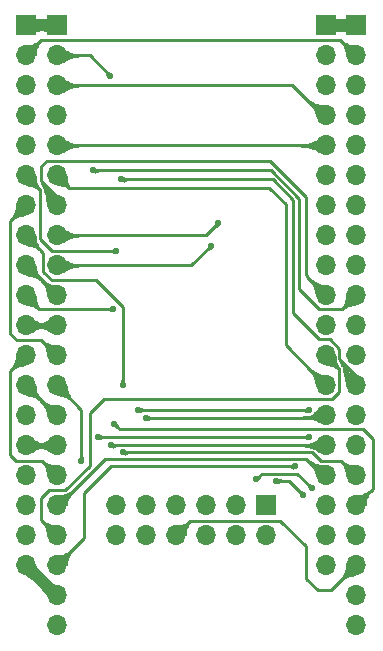
<source format=gbr>
%TF.GenerationSoftware,KiCad,Pcbnew,(5.1.6)-1*%
%TF.CreationDate,2020-09-14T23:14:01+08:00*%
%TF.ProjectId,ESP32-S2_adapter_board,45535033-322d-4533-925f-616461707465,rev?*%
%TF.SameCoordinates,Original*%
%TF.FileFunction,Copper,L1,Top*%
%TF.FilePolarity,Positive*%
%FSLAX46Y46*%
G04 Gerber Fmt 4.6, Leading zero omitted, Abs format (unit mm)*
G04 Created by KiCad (PCBNEW (5.1.6)-1) date 2020-09-14 23:14:01*
%MOMM*%
%LPD*%
G01*
G04 APERTURE LIST*
%TA.AperFunction,ComponentPad*%
%ADD10O,1.700000X1.700000*%
%TD*%
%TA.AperFunction,ComponentPad*%
%ADD11R,1.700000X1.700000*%
%TD*%
%TA.AperFunction,ViaPad*%
%ADD12C,0.550000*%
%TD*%
%TA.AperFunction,Conductor*%
%ADD13C,1.000000*%
%TD*%
%TA.AperFunction,Conductor*%
%ADD14C,0.220000*%
%TD*%
%TA.AperFunction,Conductor*%
%ADD15C,0.025400*%
%TD*%
G04 APERTURE END LIST*
D10*
%TO.P,J5,12*%
%TO.N,Net-(J5-Pad12)*%
X139160000Y-122840000D03*
%TO.P,J5,11*%
%TO.N,/ESP32S2_IO46*%
X139160000Y-120300000D03*
%TO.P,J5,10*%
%TO.N,/ESP32S2_IO11*%
X141700000Y-122840000D03*
%TO.P,J5,9*%
%TO.N,/ESP32S2_IO45*%
X141700000Y-120300000D03*
%TO.P,J5,8*%
%TO.N,/ESP32S2_IO20*%
X144240000Y-122840000D03*
%TO.P,J5,7*%
%TO.N,/ESP32S2_IO44_RX*%
X144240000Y-120300000D03*
%TO.P,J5,6*%
%TO.N,/ESP32S2_IO37*%
X146780000Y-122840000D03*
%TO.P,J5,5*%
%TO.N,/ESP32S2_IO43_TX*%
X146780000Y-120300000D03*
%TO.P,J5,4*%
%TO.N,/ESP32S2_IO38*%
X149320000Y-122840000D03*
%TO.P,J5,3*%
%TO.N,/ESP32S2_IO42*%
X149320000Y-120300000D03*
%TO.P,J5,2*%
%TO.N,/ESP32S2_IO40*%
X151860000Y-122840000D03*
D11*
%TO.P,J5,1*%
%TO.N,/ESP32S2_IO41*%
X151860000Y-120300000D03*
%TD*%
D10*
%TO.P,J4,19*%
%TO.N,/ESP32_CLK*%
X156940000Y-125380000D03*
%TO.P,J4,18*%
%TO.N,/ESP32_SD0*%
X156940000Y-122840000D03*
%TO.P,J4,17*%
%TO.N,/ESP32_SD1*%
X156940000Y-120300000D03*
%TO.P,J4,16*%
%TO.N,/ESP32S2_IO15*%
X156940000Y-117760000D03*
%TO.P,J4,15*%
%TO.N,/ESP32S2_IO2*%
X156940000Y-115220000D03*
%TO.P,J4,14*%
%TO.N,/ESP32S2_IO0*%
X156940000Y-112680000D03*
%TO.P,J4,13*%
%TO.N,/ESP32S2_IO4*%
X156940000Y-110140000D03*
%TO.P,J4,12*%
%TO.N,/ESP32S2_IO16*%
X156940000Y-107600000D03*
%TO.P,J4,11*%
%TO.N,/ESP32S2_IO17*%
X156940000Y-105060000D03*
%TO.P,J4,10*%
%TO.N,/ESP32S2_IO5*%
X156940000Y-102520000D03*
%TO.P,J4,9*%
%TO.N,/ESP32S2_IO18*%
X156940000Y-99980000D03*
%TO.P,J4,8*%
%TO.N,/ESP32S2_IO19*%
X156940000Y-97440000D03*
%TO.P,J4,7*%
%TO.N,Net-(J4-Pad7)*%
X156940000Y-94900000D03*
%TO.P,J4,6*%
%TO.N,/ESP32S2_IO21*%
X156940000Y-92360000D03*
%TO.P,J4,5*%
%TO.N,/ESP32S2_IO3*%
X156940000Y-89820000D03*
%TO.P,J4,4*%
%TO.N,/ESP32S2_IO1*%
X156940000Y-87280000D03*
%TO.P,J4,3*%
%TO.N,/ESP32S2_IO6*%
X156940000Y-84740000D03*
%TO.P,J4,2*%
%TO.N,/ESP32S2_IO7*%
X156940000Y-82200000D03*
D11*
%TO.P,J4,1*%
%TO.N,/ESP32S2_GND*%
X156940000Y-79660000D03*
%TD*%
D10*
%TO.P,J3,19*%
%TO.N,/ESP32S2_5V*%
X131540000Y-125380000D03*
%TO.P,J3,18*%
%TO.N,/ESP32_CMD*%
X131540000Y-122840000D03*
%TO.P,J3,17*%
%TO.N,/ESP32_SD3*%
X131540000Y-120300000D03*
%TO.P,J3,16*%
%TO.N,/ESP32_SD2*%
X131540000Y-117760000D03*
%TO.P,J3,15*%
%TO.N,/ESP32S2_IO13*%
X131540000Y-115220000D03*
%TO.P,J3,14*%
%TO.N,Net-(J3-Pad14)*%
X131540000Y-112680000D03*
%TO.P,J3,13*%
%TO.N,/ESP32S2_IO12*%
X131540000Y-110140000D03*
%TO.P,J3,12*%
%TO.N,/ESP32S2_IO14*%
X131540000Y-107600000D03*
%TO.P,J3,11*%
%TO.N,/ESP32S2_IO9*%
X131540000Y-105060000D03*
%TO.P,J3,10*%
%TO.N,/ESP32S2_IO26*%
X131540000Y-102520000D03*
%TO.P,J3,9*%
%TO.N,/ESP32S2_IO8*%
X131540000Y-99980000D03*
%TO.P,J3,8*%
%TO.N,/ESP32S2_IO33*%
X131540000Y-97440000D03*
%TO.P,J3,7*%
%TO.N,/ESP32S2_IO10*%
X131540000Y-94900000D03*
%TO.P,J3,6*%
%TO.N,/ESP32S2_IO35*%
X131540000Y-92360000D03*
%TO.P,J3,5*%
%TO.N,/ESP32S2_IO34*%
X131540000Y-89820000D03*
%TO.P,J3,4*%
%TO.N,/ESP32S2_IO39*%
X131540000Y-87280000D03*
%TO.P,J3,3*%
%TO.N,/ESP32S2_IO36*%
X131540000Y-84740000D03*
%TO.P,J3,2*%
%TO.N,/ESP32S2_CHIP_PU*%
X131540000Y-82200000D03*
D11*
%TO.P,J3,1*%
%TO.N,/ESP32S2_3V3*%
X131540000Y-79660000D03*
%TD*%
D10*
%TO.P,J2,21*%
%TO.N,/ESP32S2_IO18*%
X159480000Y-130460000D03*
%TO.P,J2,20*%
%TO.N,/ESP32S2_IO19*%
X159480000Y-127920000D03*
%TO.P,J2,19*%
%TO.N,/ESP32S2_IO20*%
X159480000Y-125380000D03*
%TO.P,J2,18*%
%TO.N,/ESP32S2_IO21*%
X159480000Y-122840000D03*
%TO.P,J2,17*%
%TO.N,/ESP32S2_IO26*%
X159480000Y-120300000D03*
%TO.P,J2,16*%
%TO.N,/ESP32S2_IO33*%
X159480000Y-117760000D03*
%TO.P,J2,15*%
%TO.N,/ESP32S2_IO34*%
X159480000Y-115220000D03*
%TO.P,J2,14*%
%TO.N,/ESP32S2_IO35*%
X159480000Y-112680000D03*
%TO.P,J2,13*%
%TO.N,/ESP32S2_IO36*%
X159480000Y-110140000D03*
%TO.P,J2,12*%
%TO.N,/ESP32S2_IO37*%
X159480000Y-107600000D03*
%TO.P,J2,11*%
%TO.N,/ESP32S2_IO38*%
X159480000Y-105060000D03*
%TO.P,J2,10*%
%TO.N,/ESP32S2_IO39*%
X159480000Y-102520000D03*
%TO.P,J2,9*%
%TO.N,/ESP32S2_IO40*%
X159480000Y-99980000D03*
%TO.P,J2,8*%
%TO.N,/ESP32S2_IO41*%
X159480000Y-97440000D03*
%TO.P,J2,7*%
%TO.N,/ESP32S2_IO42*%
X159480000Y-94900000D03*
%TO.P,J2,6*%
%TO.N,/ESP32S2_IO43_TX*%
X159480000Y-92360000D03*
%TO.P,J2,5*%
%TO.N,/ESP32S2_IO44_RX*%
X159480000Y-89820000D03*
%TO.P,J2,4*%
%TO.N,/ESP32S2_IO45*%
X159480000Y-87280000D03*
%TO.P,J2,3*%
%TO.N,/ESP32S2_IO46*%
X159480000Y-84740000D03*
%TO.P,J2,2*%
%TO.N,/ESP32S2_CHIP_PU*%
X159480000Y-82200000D03*
D11*
%TO.P,J2,1*%
%TO.N,/ESP32S2_GND*%
X159480000Y-79660000D03*
%TD*%
D10*
%TO.P,J1,21*%
%TO.N,Net-(J1-Pad21)*%
X134180000Y-130460000D03*
%TO.P,J1,20*%
%TO.N,/ESP32S2_5V*%
X134180000Y-127920000D03*
%TO.P,J1,19*%
%TO.N,/ESP32S2_IO17*%
X134180000Y-125380000D03*
%TO.P,J1,18*%
%TO.N,/ESP32S2_IO16*%
X134180000Y-122840000D03*
%TO.P,J1,17*%
%TO.N,/ESP32S2_IO15*%
X134180000Y-120300000D03*
%TO.P,J1,16*%
%TO.N,/ESP32S2_IO14*%
X134180000Y-117760000D03*
%TO.P,J1,15*%
%TO.N,/ESP32S2_IO13*%
X134180000Y-115220000D03*
%TO.P,J1,14*%
%TO.N,/ESP32S2_IO12*%
X134180000Y-112680000D03*
%TO.P,J1,13*%
%TO.N,/ESP32S2_IO11*%
X134180000Y-110140000D03*
%TO.P,J1,12*%
%TO.N,/ESP32S2_IO10*%
X134180000Y-107600000D03*
%TO.P,J1,11*%
%TO.N,/ESP32S2_IO9*%
X134180000Y-105060000D03*
%TO.P,J1,10*%
%TO.N,/ESP32S2_IO8*%
X134180000Y-102520000D03*
%TO.P,J1,9*%
%TO.N,/ESP32S2_IO7*%
X134180000Y-99980000D03*
%TO.P,J1,8*%
%TO.N,/ESP32S2_IO6*%
X134180000Y-97440000D03*
%TO.P,J1,7*%
%TO.N,/ESP32S2_IO5*%
X134180000Y-94900000D03*
%TO.P,J1,6*%
%TO.N,/ESP32S2_IO4*%
X134180000Y-92360000D03*
%TO.P,J1,5*%
%TO.N,/ESP32S2_IO3*%
X134180000Y-89820000D03*
%TO.P,J1,4*%
%TO.N,/ESP32S2_IO2*%
X134180000Y-87280000D03*
%TO.P,J1,3*%
%TO.N,/ESP32S2_IO1*%
X134180000Y-84740000D03*
%TO.P,J1,2*%
%TO.N,/ESP32S2_IO0*%
X134180000Y-82200000D03*
D11*
%TO.P,J1,1*%
%TO.N,/ESP32S2_3V3*%
X134180000Y-79660000D03*
%TD*%
D12*
%TO.N,/ESP32S2_IO17*%
X154350000Y-117000000D03*
%TO.N,/ESP32S2_IO11*%
X136250000Y-116500000D03*
%TO.N,/ESP32S2_IO7*%
X147250000Y-98300000D03*
%TO.N,/ESP32S2_IO6*%
X147850000Y-96400000D03*
%TO.N,/ESP32S2_IO2*%
X138730000Y-115220000D03*
%TO.N,/ESP32S2_IO0*%
X138650000Y-83900000D03*
X141750000Y-112900000D03*
%TO.N,/ESP32S2_IO18*%
X152750000Y-118200000D03*
X155050000Y-119400000D03*
%TO.N,/ESP32S2_IO19*%
X151050000Y-118100000D03*
X155750000Y-118800000D03*
%TO.N,/ESP32S2_IO26*%
X139050000Y-113400000D03*
X138930001Y-103680001D03*
%TO.N,/ESP32S2_IO33*%
X139750000Y-110100000D03*
X139750000Y-115814990D03*
%TO.N,/ESP32S2_IO34*%
X155500000Y-114500000D03*
X137650000Y-114500000D03*
%TO.N,/ESP32S2_IO35*%
X155500000Y-112250000D03*
X139200000Y-98750000D03*
X141050000Y-112200000D03*
%TO.N,/ESP32S2_IO36*%
X139650000Y-92700000D03*
%TO.N,/ESP32S2_IO39*%
X137250000Y-91939990D03*
%TD*%
D13*
%TO.N,/ESP32S2_GND*%
X159480000Y-79660000D02*
X157335010Y-79660000D01*
D14*
%TO.N,/ESP32S2_5V*%
X134080000Y-127920000D02*
X134180000Y-127920000D01*
D13*
X131540000Y-125380000D02*
X134080000Y-127920000D01*
D14*
%TO.N,/ESP32S2_IO17*%
X134180000Y-125380000D02*
X136500000Y-123060000D01*
X136500000Y-123060000D02*
X136500000Y-119250000D01*
X136500000Y-119250000D02*
X138750000Y-117000000D01*
X138750000Y-117000000D02*
X154350000Y-117000000D01*
%TO.N,/ESP32S2_IO16*%
X134180000Y-122840000D02*
X132850000Y-121510000D01*
X132850000Y-119693200D02*
X133543200Y-119000000D01*
X133543200Y-119000000D02*
X134886018Y-119000000D01*
X132850000Y-121510000D02*
X132850000Y-119693200D01*
X158100001Y-108760001D02*
X156940000Y-107600000D01*
X158100001Y-110696801D02*
X158100001Y-108760001D01*
X136950000Y-112500000D02*
X138149999Y-111300001D01*
X157496801Y-111300001D02*
X158100001Y-110696801D01*
X138149999Y-111300001D02*
X157496801Y-111300001D01*
X136950000Y-116936018D02*
X134886018Y-119000000D01*
X136950000Y-112500000D02*
X136950000Y-116936018D01*
%TO.N,/ESP32S2_IO15*%
X138250000Y-116400000D02*
X155304990Y-116400000D01*
X134350000Y-120300000D02*
X138250000Y-116400000D01*
X134180000Y-120300000D02*
X134350000Y-120300000D01*
X155304990Y-116400000D02*
X156664990Y-117760000D01*
%TO.N,/ESP32S2_IO14*%
X130250000Y-116000000D02*
X130250000Y-108890000D01*
X130750000Y-116500000D02*
X130250000Y-116000000D01*
X134180000Y-117760000D02*
X132920000Y-116500000D01*
X130250000Y-108890000D02*
X131540000Y-107600000D01*
X132920000Y-116500000D02*
X130750000Y-116500000D01*
%TO.N,/ESP32S2_IO13*%
X131540000Y-115220000D02*
X134180000Y-115220000D01*
%TO.N,/ESP32S2_IO12*%
X134080000Y-112680000D02*
X134180000Y-112680000D01*
X131540000Y-110140000D02*
X134080000Y-112680000D01*
%TO.N,/ESP32S2_IO11*%
X134180000Y-110140000D02*
X136250000Y-112210000D01*
X136250000Y-112210000D02*
X136250000Y-116500000D01*
%TO.N,/ESP32S2_IO10*%
X130800000Y-106300000D02*
X130250000Y-105750000D01*
X134180000Y-107600000D02*
X132880000Y-106300000D01*
X130250000Y-96190000D02*
X131540000Y-94900000D01*
X130250000Y-105750000D02*
X130250000Y-96190000D01*
X132880000Y-106300000D02*
X130800000Y-106300000D01*
%TO.N,/ESP32S2_IO9*%
X134180000Y-105060000D02*
X131540000Y-105060000D01*
%TO.N,/ESP32S2_IO8*%
X131640000Y-99980000D02*
X131540000Y-99980000D01*
X134180000Y-102520000D02*
X131640000Y-99980000D01*
%TO.N,/ESP32S2_IO7*%
X145570000Y-99980000D02*
X147250000Y-98300000D01*
X134180000Y-99980000D02*
X145570000Y-99980000D01*
%TO.N,/ESP32S2_IO6*%
X134180000Y-97440000D02*
X146810000Y-97440000D01*
X146810000Y-97440000D02*
X147850000Y-96400000D01*
%TO.N,/ESP32S2_IO5*%
X155250000Y-94150000D02*
X155250000Y-100830000D01*
X152200000Y-91100000D02*
X155250000Y-94150000D01*
X156664990Y-102244990D02*
X156664990Y-102520000D01*
X133350000Y-91100000D02*
X152200000Y-91100000D01*
X134180000Y-94180000D02*
X132850000Y-92850000D01*
X134180000Y-94900000D02*
X134180000Y-94180000D01*
X155250000Y-100830000D02*
X156664990Y-102244990D01*
X132850000Y-92850000D02*
X132850000Y-91600000D01*
X132850000Y-91600000D02*
X133350000Y-91100000D01*
%TO.N,/ESP32S2_IO4*%
X156664990Y-109864990D02*
X156664990Y-110140000D01*
X135220000Y-93400000D02*
X152150000Y-93400000D01*
X152150000Y-93400000D02*
X153550000Y-94800000D01*
X153550000Y-106750000D02*
X156664990Y-109864990D01*
X134180000Y-92360000D02*
X135220000Y-93400000D01*
X153550000Y-94800000D02*
X153550000Y-106750000D01*
%TO.N,/ESP32S2_IO3*%
X134180000Y-89820000D02*
X156664990Y-89820000D01*
%TO.N,/ESP32S2_IO2*%
X156940000Y-115220000D02*
X138730000Y-115220000D01*
X138730000Y-115220000D02*
X138650000Y-115220000D01*
%TO.N,/ESP32S2_IO1*%
X154124990Y-84740000D02*
X156664990Y-87280000D01*
X134180000Y-84740000D02*
X154124990Y-84740000D01*
%TO.N,/ESP32S2_IO0*%
X136950000Y-82200000D02*
X138650000Y-83900000D01*
X134180000Y-82200000D02*
X136950000Y-82200000D01*
X138650000Y-83900000D02*
X138650000Y-83900000D01*
X156720000Y-112900000D02*
X141750000Y-112900000D01*
X156940000Y-112680000D02*
X156720000Y-112900000D01*
D13*
%TO.N,/ESP32S2_3V3*%
X131540000Y-79660000D02*
X134180000Y-79660000D01*
D14*
%TO.N,/ESP32S2_IO18*%
X153850000Y-118200000D02*
X155050000Y-119400000D01*
X152750000Y-118200000D02*
X153850000Y-118200000D01*
%TO.N,/ESP32S2_IO19*%
X151050000Y-118100000D02*
X151550000Y-117600000D01*
X154550000Y-117600000D02*
X155750000Y-118800000D01*
X151550000Y-117600000D02*
X154550000Y-117600000D01*
%TO.N,/ESP32S2_IO20*%
X157360000Y-127500000D02*
X159480000Y-125380000D01*
X145480000Y-121600000D02*
X153100000Y-121600000D01*
X144240000Y-122840000D02*
X145480000Y-121600000D01*
X156250000Y-127500000D02*
X157360000Y-127500000D01*
X153100000Y-121600000D02*
X155250000Y-123750000D01*
X155250000Y-123750000D02*
X155250000Y-126500000D01*
X155250000Y-126500000D02*
X156250000Y-127500000D01*
%TO.N,/ESP32S2_IO26*%
X131540000Y-102520000D02*
X132700001Y-103680001D01*
X132700001Y-103680001D02*
X138930001Y-103680001D01*
X160914990Y-118865010D02*
X159480000Y-120300000D01*
X160914990Y-114664990D02*
X160914990Y-118865010D01*
X139050000Y-113400000D02*
X139050000Y-113400000D01*
X160090001Y-113840001D02*
X160914990Y-114664990D01*
X139490001Y-113840001D02*
X160090001Y-113840001D01*
X139050000Y-113400000D02*
X139490001Y-113840001D01*
X138930001Y-103680001D02*
X138930001Y-103680001D01*
%TO.N,/ESP32S2_IO33*%
X133733198Y-101250000D02*
X137500000Y-101250000D01*
X131540000Y-97440000D02*
X133019999Y-98919999D01*
X133019999Y-100536801D02*
X133733198Y-101250000D01*
X137500000Y-101250000D02*
X139750000Y-103500000D01*
X139750000Y-103500000D02*
X139750000Y-110100000D01*
X133019999Y-98919999D02*
X133019999Y-100536801D01*
X159480000Y-117760000D02*
X158220000Y-116500000D01*
X158220000Y-116500000D02*
X156503198Y-116500000D01*
X156503198Y-116500000D02*
X155818188Y-115814990D01*
X155818188Y-115814990D02*
X139750000Y-115814990D01*
%TO.N,/ESP32S2_IO34*%
X155500000Y-114500000D02*
X137650000Y-114500000D01*
%TO.N,/ESP32S2_IO35*%
X133773198Y-98750000D02*
X139200000Y-98750000D01*
X132750000Y-97726802D02*
X133773198Y-98750000D01*
X131540000Y-92360000D02*
X132750000Y-93570000D01*
X132750000Y-93570000D02*
X132750000Y-97726802D01*
X139200000Y-98750000D02*
X139200000Y-98750000D01*
X155450000Y-112200000D02*
X141050000Y-112200000D01*
X155500000Y-112250000D02*
X155450000Y-112200000D01*
%TO.N,/ESP32S2_IO36*%
X152450000Y-92700000D02*
X139650000Y-92700000D01*
X154150000Y-103986802D02*
X154150000Y-94400000D01*
X156383199Y-106220001D02*
X154150000Y-103986802D01*
X159480000Y-109316802D02*
X158100001Y-107936803D01*
X158100001Y-107936803D02*
X158100001Y-107043199D01*
X159480000Y-110140000D02*
X159480000Y-109316802D01*
X154150000Y-94400000D02*
X152450000Y-92700000D01*
X158100001Y-107043199D02*
X157276803Y-106220001D01*
X157276803Y-106220001D02*
X156383199Y-106220001D01*
X139650000Y-92700000D02*
X139650000Y-92700000D01*
%TO.N,/ESP32S2_IO39*%
X137250000Y-91939990D02*
X137250000Y-91939990D01*
X152289990Y-91939990D02*
X137250000Y-91939990D01*
X158319999Y-103680001D02*
X156383199Y-103680001D01*
X159480000Y-102520000D02*
X158319999Y-103680001D01*
X156383199Y-103680001D02*
X154670010Y-101966812D01*
X154670010Y-101966812D02*
X154670010Y-94320010D01*
X154670010Y-94320010D02*
X152289990Y-91939990D01*
%TO.N,/ESP32S2_CHIP_PU*%
X158180000Y-80900000D02*
X159480000Y-82200000D01*
X131540000Y-82200000D02*
X132840000Y-80900000D01*
X132840000Y-80900000D02*
X158180000Y-80900000D01*
%TD*%
D15*
%TO.N,/ESP32S2_GND*%
G36*
X157565411Y-79093442D02*
G01*
X157567939Y-79094819D01*
X157607765Y-79110969D01*
X157609295Y-79111479D01*
X157663256Y-79125729D01*
X157664233Y-79125946D01*
X157732330Y-79138296D01*
X157732995Y-79138399D01*
X157815226Y-79148849D01*
X157815705Y-79148900D01*
X157912072Y-79157450D01*
X157912431Y-79157477D01*
X158022932Y-79164127D01*
X158023211Y-79164141D01*
X158147848Y-79168891D01*
X158148071Y-79168897D01*
X158286842Y-79171747D01*
X158287024Y-79171750D01*
X158427310Y-79172622D01*
X158427310Y-80147378D01*
X158287024Y-80148249D01*
X158286842Y-80148252D01*
X158148071Y-80151102D01*
X158147848Y-80151108D01*
X158023211Y-80155858D01*
X158022932Y-80155872D01*
X157912431Y-80162522D01*
X157912072Y-80162549D01*
X157815705Y-80171099D01*
X157815226Y-80171150D01*
X157732995Y-80181600D01*
X157732330Y-80181703D01*
X157664233Y-80194053D01*
X157663256Y-80194270D01*
X157609295Y-80208520D01*
X157607765Y-80209030D01*
X157567939Y-80225180D01*
X157565411Y-80226558D01*
X157546347Y-80239953D01*
X156540426Y-79660000D01*
X157546347Y-79080048D01*
X157565411Y-79093442D01*
G37*
X157565411Y-79093442D02*
X157567939Y-79094819D01*
X157607765Y-79110969D01*
X157609295Y-79111479D01*
X157663256Y-79125729D01*
X157664233Y-79125946D01*
X157732330Y-79138296D01*
X157732995Y-79138399D01*
X157815226Y-79148849D01*
X157815705Y-79148900D01*
X157912072Y-79157450D01*
X157912431Y-79157477D01*
X158022932Y-79164127D01*
X158023211Y-79164141D01*
X158147848Y-79168891D01*
X158148071Y-79168897D01*
X158286842Y-79171747D01*
X158287024Y-79171750D01*
X158427310Y-79172622D01*
X158427310Y-80147378D01*
X158287024Y-80148249D01*
X158286842Y-80148252D01*
X158148071Y-80151102D01*
X158147848Y-80151108D01*
X158023211Y-80155858D01*
X158022932Y-80155872D01*
X157912431Y-80162522D01*
X157912072Y-80162549D01*
X157815705Y-80171099D01*
X157815226Y-80171150D01*
X157732995Y-80181600D01*
X157732330Y-80181703D01*
X157664233Y-80194053D01*
X157663256Y-80194270D01*
X157609295Y-80208520D01*
X157607765Y-80209030D01*
X157567939Y-80225180D01*
X157565411Y-80226558D01*
X157546347Y-80239953D01*
X156540426Y-79660000D01*
X157546347Y-79080048D01*
X157565411Y-79093442D01*
G36*
X159879574Y-79660000D02*
G01*
X158874292Y-80239584D01*
X158859349Y-80227178D01*
X158857586Y-80225950D01*
X158829610Y-80209800D01*
X158828144Y-80209075D01*
X158793933Y-80194825D01*
X158792759Y-80194403D01*
X158752314Y-80182053D01*
X158751379Y-80181806D01*
X158704698Y-80171356D01*
X158703950Y-80171212D01*
X158651035Y-80162662D01*
X158650428Y-80162579D01*
X158591278Y-80155929D01*
X158590779Y-80155882D01*
X158525394Y-80151132D01*
X158524979Y-80151109D01*
X158453359Y-80148259D01*
X158453009Y-80148250D01*
X158387700Y-80147454D01*
X158387700Y-79172546D01*
X158453009Y-79171749D01*
X158453359Y-79171740D01*
X158524979Y-79168890D01*
X158525394Y-79168867D01*
X158590779Y-79164117D01*
X158591278Y-79164070D01*
X158650428Y-79157420D01*
X158651035Y-79157337D01*
X158703950Y-79148787D01*
X158704698Y-79148643D01*
X158751379Y-79138193D01*
X158752314Y-79137946D01*
X158792759Y-79125596D01*
X158793933Y-79125174D01*
X158828144Y-79110924D01*
X158829610Y-79110199D01*
X158857586Y-79094049D01*
X158859349Y-79092821D01*
X158874292Y-79080416D01*
X159879574Y-79660000D01*
G37*
X159879574Y-79660000D02*
X158874292Y-80239584D01*
X158859349Y-80227178D01*
X158857586Y-80225950D01*
X158829610Y-80209800D01*
X158828144Y-80209075D01*
X158793933Y-80194825D01*
X158792759Y-80194403D01*
X158752314Y-80182053D01*
X158751379Y-80181806D01*
X158704698Y-80171356D01*
X158703950Y-80171212D01*
X158651035Y-80162662D01*
X158650428Y-80162579D01*
X158591278Y-80155929D01*
X158590779Y-80155882D01*
X158525394Y-80151132D01*
X158524979Y-80151109D01*
X158453359Y-80148259D01*
X158453009Y-80148250D01*
X158387700Y-80147454D01*
X158387700Y-79172546D01*
X158453009Y-79171749D01*
X158453359Y-79171740D01*
X158524979Y-79168890D01*
X158525394Y-79168867D01*
X158590779Y-79164117D01*
X158591278Y-79164070D01*
X158650428Y-79157420D01*
X158651035Y-79157337D01*
X158703950Y-79148787D01*
X158704698Y-79148643D01*
X158751379Y-79138193D01*
X158752314Y-79137946D01*
X158792759Y-79125596D01*
X158793933Y-79125174D01*
X158828144Y-79110924D01*
X158829610Y-79110199D01*
X158857586Y-79094049D01*
X158859349Y-79092821D01*
X158874292Y-79080416D01*
X159879574Y-79660000D01*
%TO.N,/ESP32S2_5V*%
G36*
X132378127Y-125398472D02*
G01*
X132379921Y-125417809D01*
X132380300Y-125419924D01*
X132388662Y-125451126D01*
X132389186Y-125452675D01*
X132403300Y-125486942D01*
X132403832Y-125488071D01*
X132423699Y-125525403D01*
X132424185Y-125526239D01*
X132449804Y-125566636D01*
X132450231Y-125567267D01*
X132481602Y-125610730D01*
X132481973Y-125611218D01*
X132519096Y-125657745D01*
X132519416Y-125658130D01*
X132562291Y-125707723D01*
X132562568Y-125708033D01*
X132611196Y-125760691D01*
X132611437Y-125760945D01*
X132657055Y-125807690D01*
X131967690Y-126497055D01*
X131920945Y-126451437D01*
X131920691Y-126451196D01*
X131868033Y-126402568D01*
X131867723Y-126402291D01*
X131818130Y-126359416D01*
X131817745Y-126359096D01*
X131771218Y-126321973D01*
X131770730Y-126321602D01*
X131727267Y-126290231D01*
X131726636Y-126289804D01*
X131686239Y-126264185D01*
X131685403Y-126263699D01*
X131648071Y-126243832D01*
X131646942Y-126243300D01*
X131612675Y-126229186D01*
X131611126Y-126228662D01*
X131579924Y-126220300D01*
X131577809Y-126219921D01*
X131558472Y-126218127D01*
X131257459Y-125097459D01*
X132378127Y-125398472D01*
G37*
X132378127Y-125398472D02*
X132379921Y-125417809D01*
X132380300Y-125419924D01*
X132388662Y-125451126D01*
X132389186Y-125452675D01*
X132403300Y-125486942D01*
X132403832Y-125488071D01*
X132423699Y-125525403D01*
X132424185Y-125526239D01*
X132449804Y-125566636D01*
X132450231Y-125567267D01*
X132481602Y-125610730D01*
X132481973Y-125611218D01*
X132519096Y-125657745D01*
X132519416Y-125658130D01*
X132562291Y-125707723D01*
X132562568Y-125708033D01*
X132611196Y-125760691D01*
X132611437Y-125760945D01*
X132657055Y-125807690D01*
X131967690Y-126497055D01*
X131920945Y-126451437D01*
X131920691Y-126451196D01*
X131868033Y-126402568D01*
X131867723Y-126402291D01*
X131818130Y-126359416D01*
X131817745Y-126359096D01*
X131771218Y-126321973D01*
X131770730Y-126321602D01*
X131727267Y-126290231D01*
X131726636Y-126289804D01*
X131686239Y-126264185D01*
X131685403Y-126263699D01*
X131648071Y-126243832D01*
X131646942Y-126243300D01*
X131612675Y-126229186D01*
X131611126Y-126228662D01*
X131579924Y-126220300D01*
X131577809Y-126219921D01*
X131558472Y-126218127D01*
X131257459Y-125097459D01*
X132378127Y-125398472D01*
G36*
X133719451Y-126849742D02*
G01*
X133719654Y-126849887D01*
X133789312Y-126898515D01*
X133789559Y-126898682D01*
X133854152Y-126941557D01*
X133854455Y-126941752D01*
X133913982Y-126978875D01*
X133914363Y-126979104D01*
X133968826Y-127010475D01*
X133969318Y-127010744D01*
X134018715Y-127036363D01*
X134019368Y-127036678D01*
X134063700Y-127056545D01*
X134064598Y-127056907D01*
X134103865Y-127071021D01*
X134105145Y-127071407D01*
X134139347Y-127079769D01*
X134141229Y-127080081D01*
X134161535Y-127081901D01*
X134462541Y-128202541D01*
X133341557Y-127901443D01*
X133339029Y-127881746D01*
X133338365Y-127879018D01*
X133327003Y-127847816D01*
X133326161Y-127845974D01*
X133307047Y-127811707D01*
X133306264Y-127810476D01*
X133279397Y-127773144D01*
X133278732Y-127772298D01*
X133244113Y-127731901D01*
X133243564Y-127731300D01*
X133201193Y-127687837D01*
X133200739Y-127687394D01*
X133150616Y-127640867D01*
X133150240Y-127640531D01*
X133092365Y-127590938D01*
X133092049Y-127590676D01*
X133026421Y-127538018D01*
X133026154Y-127537810D01*
X132964366Y-127490889D01*
X133653505Y-126801750D01*
X133719451Y-126849742D01*
G37*
X133719451Y-126849742D02*
X133719654Y-126849887D01*
X133789312Y-126898515D01*
X133789559Y-126898682D01*
X133854152Y-126941557D01*
X133854455Y-126941752D01*
X133913982Y-126978875D01*
X133914363Y-126979104D01*
X133968826Y-127010475D01*
X133969318Y-127010744D01*
X134018715Y-127036363D01*
X134019368Y-127036678D01*
X134063700Y-127056545D01*
X134064598Y-127056907D01*
X134103865Y-127071021D01*
X134105145Y-127071407D01*
X134139347Y-127079769D01*
X134141229Y-127080081D01*
X134161535Y-127081901D01*
X134462541Y-128202541D01*
X133341557Y-127901443D01*
X133339029Y-127881746D01*
X133338365Y-127879018D01*
X133327003Y-127847816D01*
X133326161Y-127845974D01*
X133307047Y-127811707D01*
X133306264Y-127810476D01*
X133279397Y-127773144D01*
X133278732Y-127772298D01*
X133244113Y-127731901D01*
X133243564Y-127731300D01*
X133201193Y-127687837D01*
X133200739Y-127687394D01*
X133150616Y-127640867D01*
X133150240Y-127640531D01*
X133092365Y-127590938D01*
X133092049Y-127590676D01*
X133026421Y-127538018D01*
X133026154Y-127537810D01*
X132964366Y-127490889D01*
X133653505Y-126801750D01*
X133719451Y-126849742D01*
%TO.N,/ESP32S2_IO17*%
G36*
X135503381Y-124194838D02*
G01*
X135417217Y-124287254D01*
X135416609Y-124287957D01*
X135332175Y-124392968D01*
X135331591Y-124393754D01*
X135257250Y-124502389D01*
X135256708Y-124503253D01*
X135192461Y-124615513D01*
X135191978Y-124616444D01*
X135137824Y-124732329D01*
X135137414Y-124733313D01*
X135093353Y-124852822D01*
X135093026Y-124853838D01*
X135059058Y-124976972D01*
X135058820Y-124977998D01*
X135034945Y-125104757D01*
X135034796Y-125105773D01*
X135021015Y-125236156D01*
X135020950Y-125237142D01*
X135017522Y-125361690D01*
X133897459Y-125662541D01*
X134198310Y-124542478D01*
X134322857Y-124539049D01*
X134323843Y-124538984D01*
X134454226Y-124525203D01*
X134455242Y-124525054D01*
X134582001Y-124501179D01*
X134583027Y-124500941D01*
X134706161Y-124466974D01*
X134707177Y-124466647D01*
X134826686Y-124422586D01*
X134827670Y-124422176D01*
X134943555Y-124368021D01*
X134944486Y-124367538D01*
X135056746Y-124303291D01*
X135057610Y-124302749D01*
X135166245Y-124228408D01*
X135167031Y-124227825D01*
X135272042Y-124143392D01*
X135272745Y-124142783D01*
X135365162Y-124056619D01*
X135503381Y-124194838D01*
G37*
X135503381Y-124194838D02*
X135417217Y-124287254D01*
X135416609Y-124287957D01*
X135332175Y-124392968D01*
X135331591Y-124393754D01*
X135257250Y-124502389D01*
X135256708Y-124503253D01*
X135192461Y-124615513D01*
X135191978Y-124616444D01*
X135137824Y-124732329D01*
X135137414Y-124733313D01*
X135093353Y-124852822D01*
X135093026Y-124853838D01*
X135059058Y-124976972D01*
X135058820Y-124977998D01*
X135034945Y-125104757D01*
X135034796Y-125105773D01*
X135021015Y-125236156D01*
X135020950Y-125237142D01*
X135017522Y-125361690D01*
X133897459Y-125662541D01*
X134198310Y-124542478D01*
X134322857Y-124539049D01*
X134323843Y-124538984D01*
X134454226Y-124525203D01*
X134455242Y-124525054D01*
X134582001Y-124501179D01*
X134583027Y-124500941D01*
X134706161Y-124466974D01*
X134707177Y-124466647D01*
X134826686Y-124422586D01*
X134827670Y-124422176D01*
X134943555Y-124368021D01*
X134944486Y-124367538D01*
X135056746Y-124303291D01*
X135057610Y-124302749D01*
X135166245Y-124228408D01*
X135167031Y-124227825D01*
X135272042Y-124143392D01*
X135272745Y-124142783D01*
X135365162Y-124056619D01*
X135503381Y-124194838D01*
G36*
X154462074Y-117000000D02*
G01*
X154155464Y-117176773D01*
X154145761Y-117167597D01*
X154145011Y-117166941D01*
X154127631Y-117152916D01*
X154126800Y-117152300D01*
X154108616Y-117139925D01*
X154107717Y-117139366D01*
X154088728Y-117128641D01*
X154087775Y-117128155D01*
X154067982Y-117119080D01*
X154066996Y-117118677D01*
X154046398Y-117111252D01*
X154045400Y-117110938D01*
X154023998Y-117105163D01*
X154023008Y-117104938D01*
X154000802Y-117100813D01*
X153999841Y-117100672D01*
X153976830Y-117098197D01*
X153975911Y-117098132D01*
X153964357Y-117097732D01*
X153964357Y-116902267D01*
X153975912Y-116901867D01*
X153976830Y-116901802D01*
X153999841Y-116899327D01*
X154000802Y-116899186D01*
X154023008Y-116895061D01*
X154023998Y-116894836D01*
X154045400Y-116889061D01*
X154046398Y-116888747D01*
X154066996Y-116881322D01*
X154067982Y-116880919D01*
X154087775Y-116871844D01*
X154088728Y-116871358D01*
X154107717Y-116860633D01*
X154108616Y-116860074D01*
X154126800Y-116847699D01*
X154127631Y-116847083D01*
X154145011Y-116833058D01*
X154145761Y-116832403D01*
X154155464Y-116823227D01*
X154462074Y-117000000D01*
G37*
X154462074Y-117000000D02*
X154155464Y-117176773D01*
X154145761Y-117167597D01*
X154145011Y-117166941D01*
X154127631Y-117152916D01*
X154126800Y-117152300D01*
X154108616Y-117139925D01*
X154107717Y-117139366D01*
X154088728Y-117128641D01*
X154087775Y-117128155D01*
X154067982Y-117119080D01*
X154066996Y-117118677D01*
X154046398Y-117111252D01*
X154045400Y-117110938D01*
X154023998Y-117105163D01*
X154023008Y-117104938D01*
X154000802Y-117100813D01*
X153999841Y-117100672D01*
X153976830Y-117098197D01*
X153975911Y-117098132D01*
X153964357Y-117097732D01*
X153964357Y-116902267D01*
X153975912Y-116901867D01*
X153976830Y-116901802D01*
X153999841Y-116899327D01*
X154000802Y-116899186D01*
X154023008Y-116895061D01*
X154023998Y-116894836D01*
X154045400Y-116889061D01*
X154046398Y-116888747D01*
X154066996Y-116881322D01*
X154067982Y-116880919D01*
X154087775Y-116871844D01*
X154088728Y-116871358D01*
X154107717Y-116860633D01*
X154108616Y-116860074D01*
X154126800Y-116847699D01*
X154127631Y-116847083D01*
X154145011Y-116833058D01*
X154145761Y-116832403D01*
X154155464Y-116823227D01*
X154462074Y-117000000D01*
%TO.N,/ESP32S2_IO16*%
G36*
X133087254Y-121602783D02*
G01*
X133087957Y-121603392D01*
X133192968Y-121687825D01*
X133193754Y-121688408D01*
X133302389Y-121762749D01*
X133303253Y-121763291D01*
X133415513Y-121827538D01*
X133416444Y-121828021D01*
X133532329Y-121882176D01*
X133533313Y-121882586D01*
X133652822Y-121926647D01*
X133653838Y-121926974D01*
X133776972Y-121960941D01*
X133777998Y-121961179D01*
X133904757Y-121985054D01*
X133905773Y-121985203D01*
X134036156Y-121998984D01*
X134037142Y-121999049D01*
X134161690Y-122002478D01*
X134462541Y-123122541D01*
X133342478Y-122821690D01*
X133339049Y-122697142D01*
X133338984Y-122696156D01*
X133325203Y-122565773D01*
X133325054Y-122564757D01*
X133301179Y-122437998D01*
X133300941Y-122436972D01*
X133266974Y-122313838D01*
X133266647Y-122312822D01*
X133222586Y-122193313D01*
X133222176Y-122192329D01*
X133168021Y-122076444D01*
X133167538Y-122075513D01*
X133103291Y-121963253D01*
X133102749Y-121962389D01*
X133028408Y-121853754D01*
X133027825Y-121852968D01*
X132943392Y-121747957D01*
X132942783Y-121747254D01*
X132856619Y-121654838D01*
X132994838Y-121516619D01*
X133087254Y-121602783D01*
G37*
X133087254Y-121602783D02*
X133087957Y-121603392D01*
X133192968Y-121687825D01*
X133193754Y-121688408D01*
X133302389Y-121762749D01*
X133303253Y-121763291D01*
X133415513Y-121827538D01*
X133416444Y-121828021D01*
X133532329Y-121882176D01*
X133533313Y-121882586D01*
X133652822Y-121926647D01*
X133653838Y-121926974D01*
X133776972Y-121960941D01*
X133777998Y-121961179D01*
X133904757Y-121985054D01*
X133905773Y-121985203D01*
X134036156Y-121998984D01*
X134037142Y-121999049D01*
X134161690Y-122002478D01*
X134462541Y-123122541D01*
X133342478Y-122821690D01*
X133339049Y-122697142D01*
X133338984Y-122696156D01*
X133325203Y-122565773D01*
X133325054Y-122564757D01*
X133301179Y-122437998D01*
X133300941Y-122436972D01*
X133266974Y-122313838D01*
X133266647Y-122312822D01*
X133222586Y-122193313D01*
X133222176Y-122192329D01*
X133168021Y-122076444D01*
X133167538Y-122075513D01*
X133103291Y-121963253D01*
X133102749Y-121962389D01*
X133028408Y-121853754D01*
X133027825Y-121852968D01*
X132943392Y-121747957D01*
X132942783Y-121747254D01*
X132856619Y-121654838D01*
X132994838Y-121516619D01*
X133087254Y-121602783D01*
G36*
X157777301Y-107618250D02*
G01*
X157777301Y-107920963D01*
X157775741Y-107936803D01*
X157777301Y-107952643D01*
X157777301Y-107952650D01*
X157781971Y-108000062D01*
X157800423Y-108060891D01*
X157830388Y-108116952D01*
X157844056Y-108133607D01*
X157871405Y-108220301D01*
X157871764Y-108221292D01*
X157914560Y-108325819D01*
X157915019Y-108326815D01*
X157965844Y-108425653D01*
X157966402Y-108426629D01*
X158025255Y-108519776D01*
X158025903Y-108520707D01*
X158092784Y-108608165D01*
X158093508Y-108609029D01*
X158160206Y-108681835D01*
X158021835Y-108820206D01*
X157949029Y-108753508D01*
X157948165Y-108752784D01*
X157860707Y-108685903D01*
X157859776Y-108685255D01*
X157766629Y-108626402D01*
X157765653Y-108625844D01*
X157666815Y-108575019D01*
X157665819Y-108574560D01*
X157561292Y-108531764D01*
X157560301Y-108531405D01*
X157450085Y-108496636D01*
X157449119Y-108496373D01*
X157333212Y-108469633D01*
X157332289Y-108469456D01*
X157210693Y-108450744D01*
X157209823Y-108450641D01*
X157082537Y-108439957D01*
X157081729Y-108439915D01*
X156958290Y-108437450D01*
X156657459Y-107317459D01*
X157777301Y-107618250D01*
G37*
X157777301Y-107618250D02*
X157777301Y-107920963D01*
X157775741Y-107936803D01*
X157777301Y-107952643D01*
X157777301Y-107952650D01*
X157781971Y-108000062D01*
X157800423Y-108060891D01*
X157830388Y-108116952D01*
X157844056Y-108133607D01*
X157871405Y-108220301D01*
X157871764Y-108221292D01*
X157914560Y-108325819D01*
X157915019Y-108326815D01*
X157965844Y-108425653D01*
X157966402Y-108426629D01*
X158025255Y-108519776D01*
X158025903Y-108520707D01*
X158092784Y-108608165D01*
X158093508Y-108609029D01*
X158160206Y-108681835D01*
X158021835Y-108820206D01*
X157949029Y-108753508D01*
X157948165Y-108752784D01*
X157860707Y-108685903D01*
X157859776Y-108685255D01*
X157766629Y-108626402D01*
X157765653Y-108625844D01*
X157666815Y-108575019D01*
X157665819Y-108574560D01*
X157561292Y-108531764D01*
X157560301Y-108531405D01*
X157450085Y-108496636D01*
X157449119Y-108496373D01*
X157333212Y-108469633D01*
X157332289Y-108469456D01*
X157210693Y-108450744D01*
X157209823Y-108450641D01*
X157082537Y-108439957D01*
X157081729Y-108439915D01*
X156958290Y-108437450D01*
X156657459Y-107317459D01*
X157777301Y-107618250D01*
%TO.N,/ESP32S2_IO15*%
G36*
X135672016Y-119113473D02*
G01*
X135556276Y-119205995D01*
X135555574Y-119206599D01*
X135442240Y-119311610D01*
X135441521Y-119312332D01*
X135341680Y-119420967D01*
X135340964Y-119421818D01*
X135254617Y-119534078D01*
X135253932Y-119535062D01*
X135181078Y-119650947D01*
X135180456Y-119652056D01*
X135121095Y-119771565D01*
X135120568Y-119772782D01*
X135074700Y-119895916D01*
X135074296Y-119897206D01*
X135041921Y-120023965D01*
X135041657Y-120025288D01*
X135022776Y-120155671D01*
X135022655Y-120156981D01*
X135017642Y-120281658D01*
X133897459Y-120582541D01*
X134198309Y-119462481D01*
X134324553Y-119459049D01*
X134325493Y-119458989D01*
X134460976Y-119445208D01*
X134461899Y-119445080D01*
X134597158Y-119421205D01*
X134598048Y-119421014D01*
X134733082Y-119387047D01*
X134733929Y-119386803D01*
X134868738Y-119342742D01*
X134869534Y-119342452D01*
X134924052Y-119320515D01*
X134949278Y-119318030D01*
X135010107Y-119299578D01*
X135066168Y-119269613D01*
X135098158Y-119243359D01*
X135139217Y-119223726D01*
X135139894Y-119223376D01*
X135274029Y-119149035D01*
X135274647Y-119148670D01*
X135408558Y-119064237D01*
X135409116Y-119063864D01*
X135534061Y-118975518D01*
X135672016Y-119113473D01*
G37*
X135672016Y-119113473D02*
X135556276Y-119205995D01*
X135555574Y-119206599D01*
X135442240Y-119311610D01*
X135441521Y-119312332D01*
X135341680Y-119420967D01*
X135340964Y-119421818D01*
X135254617Y-119534078D01*
X135253932Y-119535062D01*
X135181078Y-119650947D01*
X135180456Y-119652056D01*
X135121095Y-119771565D01*
X135120568Y-119772782D01*
X135074700Y-119895916D01*
X135074296Y-119897206D01*
X135041921Y-120023965D01*
X135041657Y-120025288D01*
X135022776Y-120155671D01*
X135022655Y-120156981D01*
X135017642Y-120281658D01*
X133897459Y-120582541D01*
X134198309Y-119462481D01*
X134324553Y-119459049D01*
X134325493Y-119458989D01*
X134460976Y-119445208D01*
X134461899Y-119445080D01*
X134597158Y-119421205D01*
X134598048Y-119421014D01*
X134733082Y-119387047D01*
X134733929Y-119386803D01*
X134868738Y-119342742D01*
X134869534Y-119342452D01*
X134924052Y-119320515D01*
X134949278Y-119318030D01*
X135010107Y-119299578D01*
X135066168Y-119269613D01*
X135098158Y-119243359D01*
X135139217Y-119223726D01*
X135139894Y-119223376D01*
X135274029Y-119149035D01*
X135274647Y-119148670D01*
X135408558Y-119064237D01*
X135409116Y-119063864D01*
X135534061Y-118975518D01*
X135672016Y-119113473D01*
G36*
X155626502Y-116524311D02*
G01*
X155626983Y-116524592D01*
X155778746Y-116609025D01*
X155779277Y-116609304D01*
X155929163Y-116683645D01*
X155929749Y-116683918D01*
X156077761Y-116748165D01*
X156078405Y-116748424D01*
X156224541Y-116802579D01*
X156225244Y-116802816D01*
X156369504Y-116846877D01*
X156370267Y-116847084D01*
X156512651Y-116881051D01*
X156513471Y-116881219D01*
X156653981Y-116905094D01*
X156654852Y-116905211D01*
X156793485Y-116918992D01*
X156794399Y-116919049D01*
X156921692Y-116922483D01*
X157222541Y-118042541D01*
X156102283Y-117741638D01*
X156096289Y-117616881D01*
X156096126Y-117615375D01*
X156074095Y-117484992D01*
X156073748Y-117483494D01*
X156036122Y-117356735D01*
X156035605Y-117355311D01*
X155982387Y-117232177D01*
X155981735Y-117230878D01*
X155912923Y-117111369D01*
X155912183Y-117110229D01*
X155827778Y-116994344D01*
X155826995Y-116993374D01*
X155726996Y-116881114D01*
X155726210Y-116880307D01*
X155610618Y-116771672D01*
X155609857Y-116771011D01*
X155478671Y-116666000D01*
X155477953Y-116665465D01*
X155343709Y-116572738D01*
X155481407Y-116435040D01*
X155626502Y-116524311D01*
G37*
X155626502Y-116524311D02*
X155626983Y-116524592D01*
X155778746Y-116609025D01*
X155779277Y-116609304D01*
X155929163Y-116683645D01*
X155929749Y-116683918D01*
X156077761Y-116748165D01*
X156078405Y-116748424D01*
X156224541Y-116802579D01*
X156225244Y-116802816D01*
X156369504Y-116846877D01*
X156370267Y-116847084D01*
X156512651Y-116881051D01*
X156513471Y-116881219D01*
X156653981Y-116905094D01*
X156654852Y-116905211D01*
X156793485Y-116918992D01*
X156794399Y-116919049D01*
X156921692Y-116922483D01*
X157222541Y-118042541D01*
X156102283Y-117741638D01*
X156096289Y-117616881D01*
X156096126Y-117615375D01*
X156074095Y-117484992D01*
X156073748Y-117483494D01*
X156036122Y-117356735D01*
X156035605Y-117355311D01*
X155982387Y-117232177D01*
X155981735Y-117230878D01*
X155912923Y-117111369D01*
X155912183Y-117110229D01*
X155827778Y-116994344D01*
X155826995Y-116993374D01*
X155726996Y-116881114D01*
X155726210Y-116880307D01*
X155610618Y-116771672D01*
X155609857Y-116771011D01*
X155478671Y-116666000D01*
X155477953Y-116665465D01*
X155343709Y-116572738D01*
X155481407Y-116435040D01*
X155626502Y-116524311D01*
%TO.N,/ESP32S2_IO14*%
G36*
X133089892Y-116525419D02*
G01*
X133090598Y-116526030D01*
X133195055Y-116609911D01*
X133195845Y-116610497D01*
X133303993Y-116684349D01*
X133304860Y-116684891D01*
X133416697Y-116748716D01*
X133417631Y-116749199D01*
X133533158Y-116802996D01*
X133534142Y-116803405D01*
X133653359Y-116847173D01*
X133654374Y-116847498D01*
X133777280Y-116881238D01*
X133778304Y-116881474D01*
X133904900Y-116905186D01*
X133905911Y-116905334D01*
X134036197Y-116919018D01*
X134037178Y-116919082D01*
X134161691Y-116922480D01*
X134462541Y-118042541D01*
X133342480Y-117741691D01*
X133339082Y-117617178D01*
X133339018Y-117616197D01*
X133325334Y-117485911D01*
X133325186Y-117484900D01*
X133301474Y-117358304D01*
X133301238Y-117357280D01*
X133267498Y-117234374D01*
X133267173Y-117233359D01*
X133223405Y-117114142D01*
X133222996Y-117113158D01*
X133169199Y-116997631D01*
X133168716Y-116996697D01*
X133104891Y-116884860D01*
X133104349Y-116883993D01*
X133030497Y-116775845D01*
X133029911Y-116775055D01*
X132946030Y-116670598D01*
X132945419Y-116669892D01*
X132859868Y-116578093D01*
X132998093Y-116439868D01*
X133089892Y-116525419D01*
G37*
X133089892Y-116525419D02*
X133090598Y-116526030D01*
X133195055Y-116609911D01*
X133195845Y-116610497D01*
X133303993Y-116684349D01*
X133304860Y-116684891D01*
X133416697Y-116748716D01*
X133417631Y-116749199D01*
X133533158Y-116802996D01*
X133534142Y-116803405D01*
X133653359Y-116847173D01*
X133654374Y-116847498D01*
X133777280Y-116881238D01*
X133778304Y-116881474D01*
X133904900Y-116905186D01*
X133905911Y-116905334D01*
X134036197Y-116919018D01*
X134037178Y-116919082D01*
X134161691Y-116922480D01*
X134462541Y-118042541D01*
X133342480Y-117741691D01*
X133339082Y-117617178D01*
X133339018Y-117616197D01*
X133325334Y-117485911D01*
X133325186Y-117484900D01*
X133301474Y-117358304D01*
X133301238Y-117357280D01*
X133267498Y-117234374D01*
X133267173Y-117233359D01*
X133223405Y-117114142D01*
X133222996Y-117113158D01*
X133169199Y-116997631D01*
X133168716Y-116996697D01*
X133104891Y-116884860D01*
X133104349Y-116883993D01*
X133030497Y-116775845D01*
X133029911Y-116775055D01*
X132946030Y-116670598D01*
X132945419Y-116669892D01*
X132859868Y-116578093D01*
X132998093Y-116439868D01*
X133089892Y-116525419D01*
G36*
X131521690Y-108437522D02*
G01*
X131397142Y-108440950D01*
X131396156Y-108441015D01*
X131265773Y-108454796D01*
X131264757Y-108454945D01*
X131137998Y-108478820D01*
X131136972Y-108479058D01*
X131013838Y-108513026D01*
X131012822Y-108513353D01*
X130893313Y-108557414D01*
X130892329Y-108557824D01*
X130776444Y-108611978D01*
X130775513Y-108612461D01*
X130663253Y-108676708D01*
X130662389Y-108677250D01*
X130553754Y-108751591D01*
X130552968Y-108752175D01*
X130447957Y-108836609D01*
X130447254Y-108837217D01*
X130354838Y-108923381D01*
X130216619Y-108785162D01*
X130302783Y-108692745D01*
X130303392Y-108692042D01*
X130387825Y-108587031D01*
X130388408Y-108586245D01*
X130462749Y-108477610D01*
X130463291Y-108476746D01*
X130527538Y-108364486D01*
X130528021Y-108363555D01*
X130582176Y-108247670D01*
X130582586Y-108246686D01*
X130626647Y-108127177D01*
X130626974Y-108126161D01*
X130660941Y-108003027D01*
X130661179Y-108002001D01*
X130685054Y-107875242D01*
X130685203Y-107874226D01*
X130698984Y-107743843D01*
X130699049Y-107742857D01*
X130702478Y-107618310D01*
X131822541Y-107317459D01*
X131521690Y-108437522D01*
G37*
X131521690Y-108437522D02*
X131397142Y-108440950D01*
X131396156Y-108441015D01*
X131265773Y-108454796D01*
X131264757Y-108454945D01*
X131137998Y-108478820D01*
X131136972Y-108479058D01*
X131013838Y-108513026D01*
X131012822Y-108513353D01*
X130893313Y-108557414D01*
X130892329Y-108557824D01*
X130776444Y-108611978D01*
X130775513Y-108612461D01*
X130663253Y-108676708D01*
X130662389Y-108677250D01*
X130553754Y-108751591D01*
X130552968Y-108752175D01*
X130447957Y-108836609D01*
X130447254Y-108837217D01*
X130354838Y-108923381D01*
X130216619Y-108785162D01*
X130302783Y-108692745D01*
X130303392Y-108692042D01*
X130387825Y-108587031D01*
X130388408Y-108586245D01*
X130462749Y-108477610D01*
X130463291Y-108476746D01*
X130527538Y-108364486D01*
X130528021Y-108363555D01*
X130582176Y-108247670D01*
X130582586Y-108246686D01*
X130626647Y-108127177D01*
X130626974Y-108126161D01*
X130660941Y-108003027D01*
X130661179Y-108002001D01*
X130685054Y-107875242D01*
X130685203Y-107874226D01*
X130698984Y-107743843D01*
X130699049Y-107742857D01*
X130702478Y-107618310D01*
X131822541Y-107317459D01*
X131521690Y-108437522D01*
%TO.N,/ESP32S2_IO13*%
G36*
X132235656Y-114726374D02*
G01*
X132236399Y-114727024D01*
X132338339Y-114809474D01*
X132339163Y-114810087D01*
X132445677Y-114882837D01*
X132446571Y-114883395D01*
X132557659Y-114946445D01*
X132558609Y-114946932D01*
X132674271Y-115000282D01*
X132675256Y-115000688D01*
X132795491Y-115044338D01*
X132796492Y-115044655D01*
X132921302Y-115078605D01*
X132922295Y-115078833D01*
X133051679Y-115103083D01*
X133052648Y-115103226D01*
X133186605Y-115117776D01*
X133187532Y-115117842D01*
X133313808Y-115122263D01*
X133313808Y-115317737D01*
X133187532Y-115322158D01*
X133186605Y-115322224D01*
X133052648Y-115336774D01*
X133051679Y-115336917D01*
X132922295Y-115361167D01*
X132921302Y-115361395D01*
X132796492Y-115395345D01*
X132795491Y-115395662D01*
X132675256Y-115439312D01*
X132674271Y-115439718D01*
X132558609Y-115493068D01*
X132557659Y-115493555D01*
X132446571Y-115556605D01*
X132445677Y-115557163D01*
X132339163Y-115629913D01*
X132338339Y-115630526D01*
X132236399Y-115712976D01*
X132235656Y-115713626D01*
X132145164Y-115799271D01*
X131140426Y-115220000D01*
X132145164Y-114640729D01*
X132235656Y-114726374D01*
G37*
X132235656Y-114726374D02*
X132236399Y-114727024D01*
X132338339Y-114809474D01*
X132339163Y-114810087D01*
X132445677Y-114882837D01*
X132446571Y-114883395D01*
X132557659Y-114946445D01*
X132558609Y-114946932D01*
X132674271Y-115000282D01*
X132675256Y-115000688D01*
X132795491Y-115044338D01*
X132796492Y-115044655D01*
X132921302Y-115078605D01*
X132922295Y-115078833D01*
X133051679Y-115103083D01*
X133052648Y-115103226D01*
X133186605Y-115117776D01*
X133187532Y-115117842D01*
X133313808Y-115122263D01*
X133313808Y-115317737D01*
X133187532Y-115322158D01*
X133186605Y-115322224D01*
X133052648Y-115336774D01*
X133051679Y-115336917D01*
X132922295Y-115361167D01*
X132921302Y-115361395D01*
X132796492Y-115395345D01*
X132795491Y-115395662D01*
X132675256Y-115439312D01*
X132674271Y-115439718D01*
X132558609Y-115493068D01*
X132557659Y-115493555D01*
X132446571Y-115556605D01*
X132445677Y-115557163D01*
X132339163Y-115629913D01*
X132338339Y-115630526D01*
X132236399Y-115712976D01*
X132235656Y-115713626D01*
X132145164Y-115799271D01*
X131140426Y-115220000D01*
X132145164Y-114640729D01*
X132235656Y-114726374D01*
G36*
X134579574Y-115220000D02*
G01*
X133574835Y-115799271D01*
X133484343Y-115713626D01*
X133483600Y-115712976D01*
X133381660Y-115630526D01*
X133380836Y-115629913D01*
X133274322Y-115557163D01*
X133273428Y-115556605D01*
X133162340Y-115493555D01*
X133161390Y-115493068D01*
X133045728Y-115439718D01*
X133044743Y-115439312D01*
X132924508Y-115395662D01*
X132923507Y-115395345D01*
X132798697Y-115361395D01*
X132797704Y-115361167D01*
X132668320Y-115336917D01*
X132667351Y-115336774D01*
X132533394Y-115322224D01*
X132532467Y-115322158D01*
X132406192Y-115317737D01*
X132406192Y-115122263D01*
X132532467Y-115117842D01*
X132533394Y-115117776D01*
X132667351Y-115103226D01*
X132668320Y-115103083D01*
X132797704Y-115078833D01*
X132798697Y-115078605D01*
X132923507Y-115044655D01*
X132924508Y-115044338D01*
X133044743Y-115000688D01*
X133045728Y-115000282D01*
X133161390Y-114946932D01*
X133162340Y-114946445D01*
X133273428Y-114883395D01*
X133274322Y-114882837D01*
X133380836Y-114810087D01*
X133381660Y-114809474D01*
X133483600Y-114727024D01*
X133484343Y-114726374D01*
X133574835Y-114640729D01*
X134579574Y-115220000D01*
G37*
X134579574Y-115220000D02*
X133574835Y-115799271D01*
X133484343Y-115713626D01*
X133483600Y-115712976D01*
X133381660Y-115630526D01*
X133380836Y-115629913D01*
X133274322Y-115557163D01*
X133273428Y-115556605D01*
X133162340Y-115493555D01*
X133161390Y-115493068D01*
X133045728Y-115439718D01*
X133044743Y-115439312D01*
X132924508Y-115395662D01*
X132923507Y-115395345D01*
X132798697Y-115361395D01*
X132797704Y-115361167D01*
X132668320Y-115336917D01*
X132667351Y-115336774D01*
X132533394Y-115322224D01*
X132532467Y-115322158D01*
X132406192Y-115317737D01*
X132406192Y-115122263D01*
X132532467Y-115117842D01*
X132533394Y-115117776D01*
X132667351Y-115103226D01*
X132668320Y-115103083D01*
X132797704Y-115078833D01*
X132798697Y-115078605D01*
X132923507Y-115044655D01*
X132924508Y-115044338D01*
X133044743Y-115000688D01*
X133045728Y-115000282D01*
X133161390Y-114946932D01*
X133162340Y-114946445D01*
X133273428Y-114883395D01*
X133274322Y-114882837D01*
X133380836Y-114810087D01*
X133381660Y-114809474D01*
X133483600Y-114727024D01*
X133484343Y-114726374D01*
X133574835Y-114640729D01*
X134579574Y-115220000D01*
%TO.N,/ESP32S2_IO12*%
G36*
X132377522Y-110158310D02*
G01*
X132380950Y-110282857D01*
X132381015Y-110283843D01*
X132394796Y-110414226D01*
X132394945Y-110415242D01*
X132418820Y-110542001D01*
X132419058Y-110543027D01*
X132453026Y-110666161D01*
X132453353Y-110667177D01*
X132497414Y-110786686D01*
X132497824Y-110787670D01*
X132551978Y-110903555D01*
X132552461Y-110904486D01*
X132616708Y-111016746D01*
X132617250Y-111017610D01*
X132691591Y-111126245D01*
X132692175Y-111127031D01*
X132776609Y-111232042D01*
X132777217Y-111232745D01*
X132863381Y-111325162D01*
X132725162Y-111463381D01*
X132632745Y-111377217D01*
X132632042Y-111376609D01*
X132527031Y-111292175D01*
X132526245Y-111291591D01*
X132417610Y-111217250D01*
X132416746Y-111216708D01*
X132304486Y-111152461D01*
X132303555Y-111151978D01*
X132187670Y-111097824D01*
X132186686Y-111097414D01*
X132067177Y-111053353D01*
X132066161Y-111053026D01*
X131943027Y-111019058D01*
X131942001Y-111018820D01*
X131815242Y-110994945D01*
X131814226Y-110994796D01*
X131683843Y-110981015D01*
X131682857Y-110980950D01*
X131558310Y-110977522D01*
X131257459Y-109857459D01*
X132377522Y-110158310D01*
G37*
X132377522Y-110158310D02*
X132380950Y-110282857D01*
X132381015Y-110283843D01*
X132394796Y-110414226D01*
X132394945Y-110415242D01*
X132418820Y-110542001D01*
X132419058Y-110543027D01*
X132453026Y-110666161D01*
X132453353Y-110667177D01*
X132497414Y-110786686D01*
X132497824Y-110787670D01*
X132551978Y-110903555D01*
X132552461Y-110904486D01*
X132616708Y-111016746D01*
X132617250Y-111017610D01*
X132691591Y-111126245D01*
X132692175Y-111127031D01*
X132776609Y-111232042D01*
X132777217Y-111232745D01*
X132863381Y-111325162D01*
X132725162Y-111463381D01*
X132632745Y-111377217D01*
X132632042Y-111376609D01*
X132527031Y-111292175D01*
X132526245Y-111291591D01*
X132417610Y-111217250D01*
X132416746Y-111216708D01*
X132304486Y-111152461D01*
X132303555Y-111151978D01*
X132187670Y-111097824D01*
X132186686Y-111097414D01*
X132067177Y-111053353D01*
X132066161Y-111053026D01*
X131943027Y-111019058D01*
X131942001Y-111018820D01*
X131815242Y-110994945D01*
X131814226Y-110994796D01*
X131683843Y-110981015D01*
X131682857Y-110980950D01*
X131558310Y-110977522D01*
X131257459Y-109857459D01*
X132377522Y-110158310D01*
G36*
X133007072Y-111443483D02*
G01*
X133007688Y-111443937D01*
X133129699Y-111528370D01*
X133130382Y-111528811D01*
X133254017Y-111603152D01*
X133254765Y-111603568D01*
X133380025Y-111667815D01*
X133380836Y-111668196D01*
X133507721Y-111722351D01*
X133508587Y-111722683D01*
X133637096Y-111766744D01*
X133638008Y-111767019D01*
X133768142Y-111800986D01*
X133769085Y-111801195D01*
X133900844Y-111825070D01*
X133901803Y-111825206D01*
X134035186Y-111838987D01*
X134036144Y-111839049D01*
X134161691Y-111842479D01*
X134462541Y-112962541D01*
X133342407Y-112661671D01*
X133338046Y-112537047D01*
X133337950Y-112535870D01*
X133321169Y-112405487D01*
X133320956Y-112404287D01*
X133292081Y-112277528D01*
X133291749Y-112276340D01*
X133250782Y-112153206D01*
X133250338Y-112152061D01*
X133197277Y-112032552D01*
X133196740Y-112031482D01*
X133131585Y-111915597D01*
X133130977Y-111914622D01*
X133053730Y-111802362D01*
X133053077Y-111801494D01*
X132963736Y-111692859D01*
X132963062Y-111692103D01*
X132861629Y-111587092D01*
X132860953Y-111586442D01*
X132757449Y-111494008D01*
X132895545Y-111355912D01*
X133007072Y-111443483D01*
G37*
X133007072Y-111443483D02*
X133007688Y-111443937D01*
X133129699Y-111528370D01*
X133130382Y-111528811D01*
X133254017Y-111603152D01*
X133254765Y-111603568D01*
X133380025Y-111667815D01*
X133380836Y-111668196D01*
X133507721Y-111722351D01*
X133508587Y-111722683D01*
X133637096Y-111766744D01*
X133638008Y-111767019D01*
X133768142Y-111800986D01*
X133769085Y-111801195D01*
X133900844Y-111825070D01*
X133901803Y-111825206D01*
X134035186Y-111838987D01*
X134036144Y-111839049D01*
X134161691Y-111842479D01*
X134462541Y-112962541D01*
X133342407Y-112661671D01*
X133338046Y-112537047D01*
X133337950Y-112535870D01*
X133321169Y-112405487D01*
X133320956Y-112404287D01*
X133292081Y-112277528D01*
X133291749Y-112276340D01*
X133250782Y-112153206D01*
X133250338Y-112152061D01*
X133197277Y-112032552D01*
X133196740Y-112031482D01*
X133131585Y-111915597D01*
X133130977Y-111914622D01*
X133053730Y-111802362D01*
X133053077Y-111801494D01*
X132963736Y-111692859D01*
X132963062Y-111692103D01*
X132861629Y-111587092D01*
X132860953Y-111586442D01*
X132757449Y-111494008D01*
X132895545Y-111355912D01*
X133007072Y-111443483D01*
%TO.N,/ESP32S2_IO11*%
G36*
X135017522Y-110158310D02*
G01*
X135020950Y-110282857D01*
X135021015Y-110283843D01*
X135034796Y-110414226D01*
X135034945Y-110415242D01*
X135058820Y-110542001D01*
X135059058Y-110543027D01*
X135093026Y-110666161D01*
X135093353Y-110667177D01*
X135137414Y-110786686D01*
X135137824Y-110787670D01*
X135191978Y-110903555D01*
X135192461Y-110904486D01*
X135256708Y-111016746D01*
X135257250Y-111017610D01*
X135331591Y-111126245D01*
X135332175Y-111127031D01*
X135416609Y-111232042D01*
X135417217Y-111232745D01*
X135503381Y-111325162D01*
X135365162Y-111463381D01*
X135272745Y-111377217D01*
X135272042Y-111376609D01*
X135167031Y-111292175D01*
X135166245Y-111291591D01*
X135057610Y-111217250D01*
X135056746Y-111216708D01*
X134944486Y-111152461D01*
X134943555Y-111151978D01*
X134827670Y-111097824D01*
X134826686Y-111097414D01*
X134707177Y-111053353D01*
X134706161Y-111053026D01*
X134583027Y-111019058D01*
X134582001Y-111018820D01*
X134455242Y-110994945D01*
X134454226Y-110994796D01*
X134323843Y-110981015D01*
X134322857Y-110980950D01*
X134198310Y-110977522D01*
X133897459Y-109857459D01*
X135017522Y-110158310D01*
G37*
X135017522Y-110158310D02*
X135020950Y-110282857D01*
X135021015Y-110283843D01*
X135034796Y-110414226D01*
X135034945Y-110415242D01*
X135058820Y-110542001D01*
X135059058Y-110543027D01*
X135093026Y-110666161D01*
X135093353Y-110667177D01*
X135137414Y-110786686D01*
X135137824Y-110787670D01*
X135191978Y-110903555D01*
X135192461Y-110904486D01*
X135256708Y-111016746D01*
X135257250Y-111017610D01*
X135331591Y-111126245D01*
X135332175Y-111127031D01*
X135416609Y-111232042D01*
X135417217Y-111232745D01*
X135503381Y-111325162D01*
X135365162Y-111463381D01*
X135272745Y-111377217D01*
X135272042Y-111376609D01*
X135167031Y-111292175D01*
X135166245Y-111291591D01*
X135057610Y-111217250D01*
X135056746Y-111216708D01*
X134944486Y-111152461D01*
X134943555Y-111151978D01*
X134827670Y-111097824D01*
X134826686Y-111097414D01*
X134707177Y-111053353D01*
X134706161Y-111053026D01*
X134583027Y-111019058D01*
X134582001Y-111018820D01*
X134455242Y-110994945D01*
X134454226Y-110994796D01*
X134323843Y-110981015D01*
X134322857Y-110980950D01*
X134198310Y-110977522D01*
X133897459Y-109857459D01*
X135017522Y-110158310D01*
G36*
X136348132Y-116125911D02*
G01*
X136348197Y-116126830D01*
X136350672Y-116149841D01*
X136350813Y-116150802D01*
X136354938Y-116173008D01*
X136355163Y-116173998D01*
X136360938Y-116195400D01*
X136361252Y-116196398D01*
X136368677Y-116216996D01*
X136369080Y-116217982D01*
X136378155Y-116237775D01*
X136378641Y-116238728D01*
X136389366Y-116257717D01*
X136389925Y-116258616D01*
X136402300Y-116276800D01*
X136402916Y-116277631D01*
X136416941Y-116295011D01*
X136417597Y-116295761D01*
X136426773Y-116305464D01*
X136250000Y-116612074D01*
X136073227Y-116305464D01*
X136082403Y-116295761D01*
X136083058Y-116295011D01*
X136097083Y-116277631D01*
X136097699Y-116276800D01*
X136110074Y-116258616D01*
X136110633Y-116257717D01*
X136121358Y-116238728D01*
X136121844Y-116237775D01*
X136130919Y-116217982D01*
X136131322Y-116216996D01*
X136138747Y-116196398D01*
X136139061Y-116195400D01*
X136144836Y-116173998D01*
X136145061Y-116173008D01*
X136149186Y-116150802D01*
X136149327Y-116149841D01*
X136151802Y-116126830D01*
X136151867Y-116125912D01*
X136152267Y-116114357D01*
X136347732Y-116114357D01*
X136348132Y-116125911D01*
G37*
X136348132Y-116125911D02*
X136348197Y-116126830D01*
X136350672Y-116149841D01*
X136350813Y-116150802D01*
X136354938Y-116173008D01*
X136355163Y-116173998D01*
X136360938Y-116195400D01*
X136361252Y-116196398D01*
X136368677Y-116216996D01*
X136369080Y-116217982D01*
X136378155Y-116237775D01*
X136378641Y-116238728D01*
X136389366Y-116257717D01*
X136389925Y-116258616D01*
X136402300Y-116276800D01*
X136402916Y-116277631D01*
X136416941Y-116295011D01*
X136417597Y-116295761D01*
X136426773Y-116305464D01*
X136250000Y-116612074D01*
X136073227Y-116305464D01*
X136082403Y-116295761D01*
X136083058Y-116295011D01*
X136097083Y-116277631D01*
X136097699Y-116276800D01*
X136110074Y-116258616D01*
X136110633Y-116257717D01*
X136121358Y-116238728D01*
X136121844Y-116237775D01*
X136130919Y-116217982D01*
X136131322Y-116216996D01*
X136138747Y-116196398D01*
X136139061Y-116195400D01*
X136144836Y-116173998D01*
X136145061Y-116173008D01*
X136149186Y-116150802D01*
X136149327Y-116149841D01*
X136151802Y-116126830D01*
X136151867Y-116125912D01*
X136152267Y-116114357D01*
X136347732Y-116114357D01*
X136348132Y-116125911D01*
%TO.N,/ESP32S2_IO10*%
G36*
X133087254Y-106362783D02*
G01*
X133087957Y-106363392D01*
X133192968Y-106447825D01*
X133193754Y-106448408D01*
X133302389Y-106522749D01*
X133303253Y-106523291D01*
X133415513Y-106587538D01*
X133416444Y-106588021D01*
X133532329Y-106642176D01*
X133533313Y-106642586D01*
X133652822Y-106686647D01*
X133653838Y-106686974D01*
X133776972Y-106720941D01*
X133777998Y-106721179D01*
X133904757Y-106745054D01*
X133905773Y-106745203D01*
X134036156Y-106758984D01*
X134037142Y-106759049D01*
X134161690Y-106762478D01*
X134462541Y-107882541D01*
X133342478Y-107581690D01*
X133339049Y-107457142D01*
X133338984Y-107456156D01*
X133325203Y-107325773D01*
X133325054Y-107324757D01*
X133301179Y-107197998D01*
X133300941Y-107196972D01*
X133266974Y-107073838D01*
X133266647Y-107072822D01*
X133222586Y-106953313D01*
X133222176Y-106952329D01*
X133168021Y-106836444D01*
X133167538Y-106835513D01*
X133103291Y-106723253D01*
X133102749Y-106722389D01*
X133028408Y-106613754D01*
X133027825Y-106612968D01*
X132943392Y-106507957D01*
X132942783Y-106507254D01*
X132856619Y-106414838D01*
X132994838Y-106276619D01*
X133087254Y-106362783D01*
G37*
X133087254Y-106362783D02*
X133087957Y-106363392D01*
X133192968Y-106447825D01*
X133193754Y-106448408D01*
X133302389Y-106522749D01*
X133303253Y-106523291D01*
X133415513Y-106587538D01*
X133416444Y-106588021D01*
X133532329Y-106642176D01*
X133533313Y-106642586D01*
X133652822Y-106686647D01*
X133653838Y-106686974D01*
X133776972Y-106720941D01*
X133777998Y-106721179D01*
X133904757Y-106745054D01*
X133905773Y-106745203D01*
X134036156Y-106758984D01*
X134037142Y-106759049D01*
X134161690Y-106762478D01*
X134462541Y-107882541D01*
X133342478Y-107581690D01*
X133339049Y-107457142D01*
X133338984Y-107456156D01*
X133325203Y-107325773D01*
X133325054Y-107324757D01*
X133301179Y-107197998D01*
X133300941Y-107196972D01*
X133266974Y-107073838D01*
X133266647Y-107072822D01*
X133222586Y-106953313D01*
X133222176Y-106952329D01*
X133168021Y-106836444D01*
X133167538Y-106835513D01*
X133103291Y-106723253D01*
X133102749Y-106722389D01*
X133028408Y-106613754D01*
X133027825Y-106612968D01*
X132943392Y-106507957D01*
X132942783Y-106507254D01*
X132856619Y-106414838D01*
X132994838Y-106276619D01*
X133087254Y-106362783D01*
G36*
X131521690Y-95737522D02*
G01*
X131397142Y-95740950D01*
X131396156Y-95741015D01*
X131265773Y-95754796D01*
X131264757Y-95754945D01*
X131137998Y-95778820D01*
X131136972Y-95779058D01*
X131013838Y-95813026D01*
X131012822Y-95813353D01*
X130893313Y-95857414D01*
X130892329Y-95857824D01*
X130776444Y-95911978D01*
X130775513Y-95912461D01*
X130663253Y-95976708D01*
X130662389Y-95977250D01*
X130553754Y-96051591D01*
X130552968Y-96052175D01*
X130447957Y-96136609D01*
X130447254Y-96137217D01*
X130354838Y-96223381D01*
X130216619Y-96085162D01*
X130302783Y-95992745D01*
X130303392Y-95992042D01*
X130387825Y-95887031D01*
X130388408Y-95886245D01*
X130462749Y-95777610D01*
X130463291Y-95776746D01*
X130527538Y-95664486D01*
X130528021Y-95663555D01*
X130582176Y-95547670D01*
X130582586Y-95546686D01*
X130626647Y-95427177D01*
X130626974Y-95426161D01*
X130660941Y-95303027D01*
X130661179Y-95302001D01*
X130685054Y-95175242D01*
X130685203Y-95174226D01*
X130698984Y-95043843D01*
X130699049Y-95042857D01*
X130702478Y-94918310D01*
X131822541Y-94617459D01*
X131521690Y-95737522D01*
G37*
X131521690Y-95737522D02*
X131397142Y-95740950D01*
X131396156Y-95741015D01*
X131265773Y-95754796D01*
X131264757Y-95754945D01*
X131137998Y-95778820D01*
X131136972Y-95779058D01*
X131013838Y-95813026D01*
X131012822Y-95813353D01*
X130893313Y-95857414D01*
X130892329Y-95857824D01*
X130776444Y-95911978D01*
X130775513Y-95912461D01*
X130663253Y-95976708D01*
X130662389Y-95977250D01*
X130553754Y-96051591D01*
X130552968Y-96052175D01*
X130447957Y-96136609D01*
X130447254Y-96137217D01*
X130354838Y-96223381D01*
X130216619Y-96085162D01*
X130302783Y-95992745D01*
X130303392Y-95992042D01*
X130387825Y-95887031D01*
X130388408Y-95886245D01*
X130462749Y-95777610D01*
X130463291Y-95776746D01*
X130527538Y-95664486D01*
X130528021Y-95663555D01*
X130582176Y-95547670D01*
X130582586Y-95546686D01*
X130626647Y-95427177D01*
X130626974Y-95426161D01*
X130660941Y-95303027D01*
X130661179Y-95302001D01*
X130685054Y-95175242D01*
X130685203Y-95174226D01*
X130698984Y-95043843D01*
X130699049Y-95042857D01*
X130702478Y-94918310D01*
X131822541Y-94617459D01*
X131521690Y-95737522D01*
%TO.N,/ESP32S2_IO9*%
G36*
X132235656Y-104566374D02*
G01*
X132236399Y-104567024D01*
X132338339Y-104649474D01*
X132339163Y-104650087D01*
X132445677Y-104722837D01*
X132446571Y-104723395D01*
X132557659Y-104786445D01*
X132558609Y-104786932D01*
X132674271Y-104840282D01*
X132675256Y-104840688D01*
X132795491Y-104884338D01*
X132796492Y-104884655D01*
X132921302Y-104918605D01*
X132922295Y-104918833D01*
X133051679Y-104943083D01*
X133052648Y-104943226D01*
X133186605Y-104957776D01*
X133187532Y-104957842D01*
X133313808Y-104962263D01*
X133313808Y-105157737D01*
X133187532Y-105162158D01*
X133186605Y-105162224D01*
X133052648Y-105176774D01*
X133051679Y-105176917D01*
X132922295Y-105201167D01*
X132921302Y-105201395D01*
X132796492Y-105235345D01*
X132795491Y-105235662D01*
X132675256Y-105279312D01*
X132674271Y-105279718D01*
X132558609Y-105333068D01*
X132557659Y-105333555D01*
X132446571Y-105396605D01*
X132445677Y-105397163D01*
X132339163Y-105469913D01*
X132338339Y-105470526D01*
X132236399Y-105552976D01*
X132235656Y-105553626D01*
X132145164Y-105639271D01*
X131140426Y-105060000D01*
X132145164Y-104480729D01*
X132235656Y-104566374D01*
G37*
X132235656Y-104566374D02*
X132236399Y-104567024D01*
X132338339Y-104649474D01*
X132339163Y-104650087D01*
X132445677Y-104722837D01*
X132446571Y-104723395D01*
X132557659Y-104786445D01*
X132558609Y-104786932D01*
X132674271Y-104840282D01*
X132675256Y-104840688D01*
X132795491Y-104884338D01*
X132796492Y-104884655D01*
X132921302Y-104918605D01*
X132922295Y-104918833D01*
X133051679Y-104943083D01*
X133052648Y-104943226D01*
X133186605Y-104957776D01*
X133187532Y-104957842D01*
X133313808Y-104962263D01*
X133313808Y-105157737D01*
X133187532Y-105162158D01*
X133186605Y-105162224D01*
X133052648Y-105176774D01*
X133051679Y-105176917D01*
X132922295Y-105201167D01*
X132921302Y-105201395D01*
X132796492Y-105235345D01*
X132795491Y-105235662D01*
X132675256Y-105279312D01*
X132674271Y-105279718D01*
X132558609Y-105333068D01*
X132557659Y-105333555D01*
X132446571Y-105396605D01*
X132445677Y-105397163D01*
X132339163Y-105469913D01*
X132338339Y-105470526D01*
X132236399Y-105552976D01*
X132235656Y-105553626D01*
X132145164Y-105639271D01*
X131140426Y-105060000D01*
X132145164Y-104480729D01*
X132235656Y-104566374D01*
G36*
X134579574Y-105060000D02*
G01*
X133574835Y-105639271D01*
X133484343Y-105553626D01*
X133483600Y-105552976D01*
X133381660Y-105470526D01*
X133380836Y-105469913D01*
X133274322Y-105397163D01*
X133273428Y-105396605D01*
X133162340Y-105333555D01*
X133161390Y-105333068D01*
X133045728Y-105279718D01*
X133044743Y-105279312D01*
X132924508Y-105235662D01*
X132923507Y-105235345D01*
X132798697Y-105201395D01*
X132797704Y-105201167D01*
X132668320Y-105176917D01*
X132667351Y-105176774D01*
X132533394Y-105162224D01*
X132532467Y-105162158D01*
X132406192Y-105157737D01*
X132406192Y-104962263D01*
X132532467Y-104957842D01*
X132533394Y-104957776D01*
X132667351Y-104943226D01*
X132668320Y-104943083D01*
X132797704Y-104918833D01*
X132798697Y-104918605D01*
X132923507Y-104884655D01*
X132924508Y-104884338D01*
X133044743Y-104840688D01*
X133045728Y-104840282D01*
X133161390Y-104786932D01*
X133162340Y-104786445D01*
X133273428Y-104723395D01*
X133274322Y-104722837D01*
X133380836Y-104650087D01*
X133381660Y-104649474D01*
X133483600Y-104567024D01*
X133484343Y-104566374D01*
X133574835Y-104480729D01*
X134579574Y-105060000D01*
G37*
X134579574Y-105060000D02*
X133574835Y-105639271D01*
X133484343Y-105553626D01*
X133483600Y-105552976D01*
X133381660Y-105470526D01*
X133380836Y-105469913D01*
X133274322Y-105397163D01*
X133273428Y-105396605D01*
X133162340Y-105333555D01*
X133161390Y-105333068D01*
X133045728Y-105279718D01*
X133044743Y-105279312D01*
X132924508Y-105235662D01*
X132923507Y-105235345D01*
X132798697Y-105201395D01*
X132797704Y-105201167D01*
X132668320Y-105176917D01*
X132667351Y-105176774D01*
X132533394Y-105162224D01*
X132532467Y-105162158D01*
X132406192Y-105157737D01*
X132406192Y-104962263D01*
X132532467Y-104957842D01*
X132533394Y-104957776D01*
X132667351Y-104943226D01*
X132668320Y-104943083D01*
X132797704Y-104918833D01*
X132798697Y-104918605D01*
X132923507Y-104884655D01*
X132924508Y-104884338D01*
X133044743Y-104840688D01*
X133045728Y-104840282D01*
X133161390Y-104786932D01*
X133162340Y-104786445D01*
X133273428Y-104723395D01*
X133274322Y-104722837D01*
X133380836Y-104650087D01*
X133381660Y-104649474D01*
X133483600Y-104567024D01*
X133484343Y-104566374D01*
X133574835Y-104480729D01*
X134579574Y-105060000D01*
%TO.N,/ESP32S2_IO8*%
G36*
X132377593Y-99998329D02*
G01*
X132381953Y-100122952D01*
X132382049Y-100124129D01*
X132398830Y-100254512D01*
X132399043Y-100255712D01*
X132427918Y-100382471D01*
X132428250Y-100383659D01*
X132469218Y-100506793D01*
X132469662Y-100507938D01*
X132522723Y-100627447D01*
X132523260Y-100628517D01*
X132588414Y-100744402D01*
X132589022Y-100745377D01*
X132666269Y-100857637D01*
X132666922Y-100858505D01*
X132756263Y-100967140D01*
X132756938Y-100967896D01*
X132858372Y-101072907D01*
X132859047Y-101073556D01*
X132962552Y-101165991D01*
X132824455Y-101304088D01*
X132712927Y-101216517D01*
X132712311Y-101216063D01*
X132590300Y-101131629D01*
X132589617Y-101131188D01*
X132465982Y-101056847D01*
X132465234Y-101056431D01*
X132339974Y-100992184D01*
X132339163Y-100991803D01*
X132212278Y-100937649D01*
X132211412Y-100937317D01*
X132082903Y-100893256D01*
X132081992Y-100892981D01*
X131951858Y-100859013D01*
X131950914Y-100858804D01*
X131819155Y-100834929D01*
X131818196Y-100834793D01*
X131684813Y-100821012D01*
X131683855Y-100820950D01*
X131558309Y-100817520D01*
X131257459Y-99697459D01*
X132377593Y-99998329D01*
G37*
X132377593Y-99998329D02*
X132381953Y-100122952D01*
X132382049Y-100124129D01*
X132398830Y-100254512D01*
X132399043Y-100255712D01*
X132427918Y-100382471D01*
X132428250Y-100383659D01*
X132469218Y-100506793D01*
X132469662Y-100507938D01*
X132522723Y-100627447D01*
X132523260Y-100628517D01*
X132588414Y-100744402D01*
X132589022Y-100745377D01*
X132666269Y-100857637D01*
X132666922Y-100858505D01*
X132756263Y-100967140D01*
X132756938Y-100967896D01*
X132858372Y-101072907D01*
X132859047Y-101073556D01*
X132962552Y-101165991D01*
X132824455Y-101304088D01*
X132712927Y-101216517D01*
X132712311Y-101216063D01*
X132590300Y-101131629D01*
X132589617Y-101131188D01*
X132465982Y-101056847D01*
X132465234Y-101056431D01*
X132339974Y-100992184D01*
X132339163Y-100991803D01*
X132212278Y-100937649D01*
X132211412Y-100937317D01*
X132082903Y-100893256D01*
X132081992Y-100892981D01*
X131951858Y-100859013D01*
X131950914Y-100858804D01*
X131819155Y-100834929D01*
X131818196Y-100834793D01*
X131684813Y-100821012D01*
X131683855Y-100820950D01*
X131558309Y-100817520D01*
X131257459Y-99697459D01*
X132377593Y-99998329D01*
G36*
X133087254Y-101282783D02*
G01*
X133087957Y-101283392D01*
X133192968Y-101367825D01*
X133193754Y-101368408D01*
X133302389Y-101442749D01*
X133303253Y-101443291D01*
X133415513Y-101507538D01*
X133416444Y-101508021D01*
X133532329Y-101562176D01*
X133533313Y-101562586D01*
X133652822Y-101606647D01*
X133653838Y-101606974D01*
X133776972Y-101640941D01*
X133777998Y-101641179D01*
X133904757Y-101665054D01*
X133905773Y-101665203D01*
X134036156Y-101678984D01*
X134037142Y-101679049D01*
X134161690Y-101682478D01*
X134462541Y-102802541D01*
X133342478Y-102501690D01*
X133339049Y-102377142D01*
X133338984Y-102376156D01*
X133325203Y-102245773D01*
X133325054Y-102244757D01*
X133301179Y-102117998D01*
X133300941Y-102116972D01*
X133266974Y-101993838D01*
X133266647Y-101992822D01*
X133222586Y-101873313D01*
X133222176Y-101872329D01*
X133168021Y-101756444D01*
X133167538Y-101755513D01*
X133103291Y-101643253D01*
X133102749Y-101642389D01*
X133028408Y-101533754D01*
X133027825Y-101532968D01*
X132943392Y-101427957D01*
X132942783Y-101427254D01*
X132856619Y-101334838D01*
X132994838Y-101196619D01*
X133087254Y-101282783D01*
G37*
X133087254Y-101282783D02*
X133087957Y-101283392D01*
X133192968Y-101367825D01*
X133193754Y-101368408D01*
X133302389Y-101442749D01*
X133303253Y-101443291D01*
X133415513Y-101507538D01*
X133416444Y-101508021D01*
X133532329Y-101562176D01*
X133533313Y-101562586D01*
X133652822Y-101606647D01*
X133653838Y-101606974D01*
X133776972Y-101640941D01*
X133777998Y-101641179D01*
X133904757Y-101665054D01*
X133905773Y-101665203D01*
X134036156Y-101678984D01*
X134037142Y-101679049D01*
X134161690Y-101682478D01*
X134462541Y-102802541D01*
X133342478Y-102501690D01*
X133339049Y-102377142D01*
X133338984Y-102376156D01*
X133325203Y-102245773D01*
X133325054Y-102244757D01*
X133301179Y-102117998D01*
X133300941Y-102116972D01*
X133266974Y-101993838D01*
X133266647Y-101992822D01*
X133222586Y-101873313D01*
X133222176Y-101872329D01*
X133168021Y-101756444D01*
X133167538Y-101755513D01*
X133103291Y-101643253D01*
X133102749Y-101642389D01*
X133028408Y-101533754D01*
X133027825Y-101532968D01*
X132943392Y-101427957D01*
X132942783Y-101427254D01*
X132856619Y-101334838D01*
X132994838Y-101196619D01*
X133087254Y-101282783D01*
%TO.N,/ESP32S2_IO7*%
G36*
X147237439Y-98562555D02*
G01*
X147224091Y-98562927D01*
X147223096Y-98562994D01*
X147200890Y-98565366D01*
X147199867Y-98565517D01*
X147178258Y-98569625D01*
X147177227Y-98569866D01*
X147156216Y-98575709D01*
X147155199Y-98576039D01*
X147134786Y-98583618D01*
X147133803Y-98584030D01*
X147113988Y-98593344D01*
X147113060Y-98593828D01*
X147093843Y-98604878D01*
X147092985Y-98605419D01*
X147074366Y-98618205D01*
X147073587Y-98618785D01*
X147055566Y-98633306D01*
X147054870Y-98633909D01*
X147046416Y-98641797D01*
X146908202Y-98503583D01*
X146916090Y-98495129D01*
X146916693Y-98494433D01*
X146931214Y-98476412D01*
X146931794Y-98475633D01*
X146944580Y-98457014D01*
X146945121Y-98456156D01*
X146956171Y-98436939D01*
X146956655Y-98436011D01*
X146965969Y-98416196D01*
X146966381Y-98415213D01*
X146973960Y-98394800D01*
X146974290Y-98393783D01*
X146980133Y-98372772D01*
X146980374Y-98371741D01*
X146984482Y-98350133D01*
X146984633Y-98349110D01*
X146987005Y-98326903D01*
X146987072Y-98325909D01*
X146987445Y-98312561D01*
X147329248Y-98220752D01*
X147237439Y-98562555D01*
G37*
X147237439Y-98562555D02*
X147224091Y-98562927D01*
X147223096Y-98562994D01*
X147200890Y-98565366D01*
X147199867Y-98565517D01*
X147178258Y-98569625D01*
X147177227Y-98569866D01*
X147156216Y-98575709D01*
X147155199Y-98576039D01*
X147134786Y-98583618D01*
X147133803Y-98584030D01*
X147113988Y-98593344D01*
X147113060Y-98593828D01*
X147093843Y-98604878D01*
X147092985Y-98605419D01*
X147074366Y-98618205D01*
X147073587Y-98618785D01*
X147055566Y-98633306D01*
X147054870Y-98633909D01*
X147046416Y-98641797D01*
X146908202Y-98503583D01*
X146916090Y-98495129D01*
X146916693Y-98494433D01*
X146931214Y-98476412D01*
X146931794Y-98475633D01*
X146944580Y-98457014D01*
X146945121Y-98456156D01*
X146956171Y-98436939D01*
X146956655Y-98436011D01*
X146965969Y-98416196D01*
X146966381Y-98415213D01*
X146973960Y-98394800D01*
X146974290Y-98393783D01*
X146980133Y-98372772D01*
X146980374Y-98371741D01*
X146984482Y-98350133D01*
X146984633Y-98349110D01*
X146987005Y-98326903D01*
X146987072Y-98325909D01*
X146987445Y-98312561D01*
X147329248Y-98220752D01*
X147237439Y-98562555D01*
G36*
X134875656Y-99486374D02*
G01*
X134876399Y-99487024D01*
X134978339Y-99569474D01*
X134979163Y-99570087D01*
X135085677Y-99642837D01*
X135086571Y-99643395D01*
X135197659Y-99706445D01*
X135198609Y-99706932D01*
X135314271Y-99760282D01*
X135315256Y-99760688D01*
X135435491Y-99804338D01*
X135436492Y-99804655D01*
X135561302Y-99838605D01*
X135562295Y-99838833D01*
X135691679Y-99863083D01*
X135692648Y-99863226D01*
X135826605Y-99877776D01*
X135827532Y-99877842D01*
X135953808Y-99882263D01*
X135953808Y-100077737D01*
X135827532Y-100082158D01*
X135826605Y-100082224D01*
X135692648Y-100096774D01*
X135691679Y-100096917D01*
X135562295Y-100121167D01*
X135561302Y-100121395D01*
X135436492Y-100155345D01*
X135435491Y-100155662D01*
X135315256Y-100199312D01*
X135314271Y-100199718D01*
X135198609Y-100253068D01*
X135197659Y-100253555D01*
X135086571Y-100316605D01*
X135085677Y-100317163D01*
X134979163Y-100389913D01*
X134978339Y-100390526D01*
X134876399Y-100472976D01*
X134875656Y-100473626D01*
X134785164Y-100559271D01*
X133780426Y-99980000D01*
X134785164Y-99400729D01*
X134875656Y-99486374D01*
G37*
X134875656Y-99486374D02*
X134876399Y-99487024D01*
X134978339Y-99569474D01*
X134979163Y-99570087D01*
X135085677Y-99642837D01*
X135086571Y-99643395D01*
X135197659Y-99706445D01*
X135198609Y-99706932D01*
X135314271Y-99760282D01*
X135315256Y-99760688D01*
X135435491Y-99804338D01*
X135436492Y-99804655D01*
X135561302Y-99838605D01*
X135562295Y-99838833D01*
X135691679Y-99863083D01*
X135692648Y-99863226D01*
X135826605Y-99877776D01*
X135827532Y-99877842D01*
X135953808Y-99882263D01*
X135953808Y-100077737D01*
X135827532Y-100082158D01*
X135826605Y-100082224D01*
X135692648Y-100096774D01*
X135691679Y-100096917D01*
X135562295Y-100121167D01*
X135561302Y-100121395D01*
X135436492Y-100155345D01*
X135435491Y-100155662D01*
X135315256Y-100199312D01*
X135314271Y-100199718D01*
X135198609Y-100253068D01*
X135197659Y-100253555D01*
X135086571Y-100316605D01*
X135085677Y-100317163D01*
X134979163Y-100389913D01*
X134978339Y-100390526D01*
X134876399Y-100472976D01*
X134875656Y-100473626D01*
X134785164Y-100559271D01*
X133780426Y-99980000D01*
X134785164Y-99400729D01*
X134875656Y-99486374D01*
%TO.N,/ESP32S2_IO6*%
G36*
X134875656Y-96946374D02*
G01*
X134876399Y-96947024D01*
X134978339Y-97029474D01*
X134979163Y-97030087D01*
X135085677Y-97102837D01*
X135086571Y-97103395D01*
X135197659Y-97166445D01*
X135198609Y-97166932D01*
X135314271Y-97220282D01*
X135315256Y-97220688D01*
X135435491Y-97264338D01*
X135436492Y-97264655D01*
X135561302Y-97298605D01*
X135562295Y-97298833D01*
X135691679Y-97323083D01*
X135692648Y-97323226D01*
X135826605Y-97337776D01*
X135827532Y-97337842D01*
X135953808Y-97342263D01*
X135953808Y-97537737D01*
X135827532Y-97542158D01*
X135826605Y-97542224D01*
X135692648Y-97556774D01*
X135691679Y-97556917D01*
X135562295Y-97581167D01*
X135561302Y-97581395D01*
X135436492Y-97615345D01*
X135435491Y-97615662D01*
X135315256Y-97659312D01*
X135314271Y-97659718D01*
X135198609Y-97713068D01*
X135197659Y-97713555D01*
X135086571Y-97776605D01*
X135085677Y-97777163D01*
X134979163Y-97849913D01*
X134978339Y-97850526D01*
X134876399Y-97932976D01*
X134875656Y-97933626D01*
X134785164Y-98019271D01*
X133780426Y-97440000D01*
X134785164Y-96860729D01*
X134875656Y-96946374D01*
G37*
X134875656Y-96946374D02*
X134876399Y-96947024D01*
X134978339Y-97029474D01*
X134979163Y-97030087D01*
X135085677Y-97102837D01*
X135086571Y-97103395D01*
X135197659Y-97166445D01*
X135198609Y-97166932D01*
X135314271Y-97220282D01*
X135315256Y-97220688D01*
X135435491Y-97264338D01*
X135436492Y-97264655D01*
X135561302Y-97298605D01*
X135562295Y-97298833D01*
X135691679Y-97323083D01*
X135692648Y-97323226D01*
X135826605Y-97337776D01*
X135827532Y-97337842D01*
X135953808Y-97342263D01*
X135953808Y-97537737D01*
X135827532Y-97542158D01*
X135826605Y-97542224D01*
X135692648Y-97556774D01*
X135691679Y-97556917D01*
X135562295Y-97581167D01*
X135561302Y-97581395D01*
X135436492Y-97615345D01*
X135435491Y-97615662D01*
X135315256Y-97659312D01*
X135314271Y-97659718D01*
X135198609Y-97713068D01*
X135197659Y-97713555D01*
X135086571Y-97776605D01*
X135085677Y-97777163D01*
X134979163Y-97849913D01*
X134978339Y-97850526D01*
X134876399Y-97932976D01*
X134875656Y-97933626D01*
X134785164Y-98019271D01*
X133780426Y-97440000D01*
X134785164Y-96860729D01*
X134875656Y-96946374D01*
G36*
X147837439Y-96662555D02*
G01*
X147824091Y-96662927D01*
X147823096Y-96662994D01*
X147800890Y-96665366D01*
X147799867Y-96665517D01*
X147778258Y-96669625D01*
X147777227Y-96669866D01*
X147756216Y-96675709D01*
X147755199Y-96676039D01*
X147734786Y-96683618D01*
X147733803Y-96684030D01*
X147713988Y-96693344D01*
X147713060Y-96693828D01*
X147693843Y-96704878D01*
X147692985Y-96705419D01*
X147674366Y-96718205D01*
X147673587Y-96718785D01*
X147655566Y-96733306D01*
X147654870Y-96733909D01*
X147646416Y-96741797D01*
X147508202Y-96603583D01*
X147516090Y-96595129D01*
X147516693Y-96594433D01*
X147531214Y-96576412D01*
X147531794Y-96575633D01*
X147544580Y-96557014D01*
X147545121Y-96556156D01*
X147556171Y-96536939D01*
X147556655Y-96536011D01*
X147565969Y-96516196D01*
X147566381Y-96515213D01*
X147573960Y-96494800D01*
X147574290Y-96493783D01*
X147580133Y-96472772D01*
X147580374Y-96471741D01*
X147584482Y-96450133D01*
X147584633Y-96449110D01*
X147587005Y-96426903D01*
X147587072Y-96425909D01*
X147587445Y-96412561D01*
X147929248Y-96320752D01*
X147837439Y-96662555D01*
G37*
X147837439Y-96662555D02*
X147824091Y-96662927D01*
X147823096Y-96662994D01*
X147800890Y-96665366D01*
X147799867Y-96665517D01*
X147778258Y-96669625D01*
X147777227Y-96669866D01*
X147756216Y-96675709D01*
X147755199Y-96676039D01*
X147734786Y-96683618D01*
X147733803Y-96684030D01*
X147713988Y-96693344D01*
X147713060Y-96693828D01*
X147693843Y-96704878D01*
X147692985Y-96705419D01*
X147674366Y-96718205D01*
X147673587Y-96718785D01*
X147655566Y-96733306D01*
X147654870Y-96733909D01*
X147646416Y-96741797D01*
X147508202Y-96603583D01*
X147516090Y-96595129D01*
X147516693Y-96594433D01*
X147531214Y-96576412D01*
X147531794Y-96575633D01*
X147544580Y-96557014D01*
X147545121Y-96556156D01*
X147556171Y-96536939D01*
X147556655Y-96536011D01*
X147565969Y-96516196D01*
X147566381Y-96515213D01*
X147573960Y-96494800D01*
X147574290Y-96493783D01*
X147580133Y-96472772D01*
X147580374Y-96471741D01*
X147584482Y-96450133D01*
X147584633Y-96449110D01*
X147587005Y-96426903D01*
X147587072Y-96425909D01*
X147587445Y-96412561D01*
X147929248Y-96320752D01*
X147837439Y-96662555D01*
%TO.N,/ESP32S2_IO5*%
G36*
X133084283Y-93075392D02*
G01*
X133084591Y-93076043D01*
X133189602Y-93282876D01*
X133190016Y-93283627D01*
X133298651Y-93465968D01*
X133299211Y-93466829D01*
X133411471Y-93624676D01*
X133412235Y-93625645D01*
X133528120Y-93759000D01*
X133529154Y-93760059D01*
X133648663Y-93868920D01*
X133650037Y-93870008D01*
X133773171Y-93954375D01*
X133774925Y-93955381D01*
X133901684Y-94015256D01*
X133903782Y-94016030D01*
X134034165Y-94051411D01*
X134036462Y-94051812D01*
X134161556Y-94061977D01*
X134462541Y-95182541D01*
X133342491Y-94881694D01*
X133339050Y-94749959D01*
X133339002Y-94749144D01*
X133325221Y-94597161D01*
X133325139Y-94596465D01*
X133301264Y-94433706D01*
X133301161Y-94433109D01*
X133267194Y-94259575D01*
X133267083Y-94259062D01*
X133223022Y-94074753D01*
X133222907Y-94074309D01*
X133168752Y-93879224D01*
X133168638Y-93878837D01*
X133104391Y-93672977D01*
X133104280Y-93672639D01*
X133073100Y-93581778D01*
X133074260Y-93569999D01*
X133072700Y-93554159D01*
X133072700Y-93554152D01*
X133068030Y-93506740D01*
X133049578Y-93445911D01*
X133019613Y-93389850D01*
X132993625Y-93358184D01*
X132945400Y-93228295D01*
X132945298Y-93228030D01*
X132853851Y-92997606D01*
X132990362Y-92861095D01*
X133084283Y-93075392D01*
G37*
X133084283Y-93075392D02*
X133084591Y-93076043D01*
X133189602Y-93282876D01*
X133190016Y-93283627D01*
X133298651Y-93465968D01*
X133299211Y-93466829D01*
X133411471Y-93624676D01*
X133412235Y-93625645D01*
X133528120Y-93759000D01*
X133529154Y-93760059D01*
X133648663Y-93868920D01*
X133650037Y-93870008D01*
X133773171Y-93954375D01*
X133774925Y-93955381D01*
X133901684Y-94015256D01*
X133903782Y-94016030D01*
X134034165Y-94051411D01*
X134036462Y-94051812D01*
X134161556Y-94061977D01*
X134462541Y-95182541D01*
X133342491Y-94881694D01*
X133339050Y-94749959D01*
X133339002Y-94749144D01*
X133325221Y-94597161D01*
X133325139Y-94596465D01*
X133301264Y-94433706D01*
X133301161Y-94433109D01*
X133267194Y-94259575D01*
X133267083Y-94259062D01*
X133223022Y-94074753D01*
X133222907Y-94074309D01*
X133168752Y-93879224D01*
X133168638Y-93878837D01*
X133104391Y-93672977D01*
X133104280Y-93672639D01*
X133073100Y-93581778D01*
X133074260Y-93569999D01*
X133072700Y-93554159D01*
X133072700Y-93554152D01*
X133068030Y-93506740D01*
X133049578Y-93445911D01*
X133019613Y-93389850D01*
X132993625Y-93358184D01*
X132945400Y-93228295D01*
X132945298Y-93228030D01*
X132853851Y-92997606D01*
X132990362Y-92861095D01*
X133084283Y-93075392D01*
G36*
X155624384Y-101059918D02*
G01*
X155624852Y-101060343D01*
X155776615Y-101191529D01*
X155777164Y-101191978D01*
X155927050Y-101307570D01*
X155927696Y-101308036D01*
X156075708Y-101408035D01*
X156076466Y-101408509D01*
X156222602Y-101492914D01*
X156223486Y-101493380D01*
X156367746Y-101562192D01*
X156368768Y-101562625D01*
X156511152Y-101615843D01*
X156512313Y-101616215D01*
X156652823Y-101653841D01*
X156654115Y-101654116D01*
X156792748Y-101676147D01*
X156794144Y-101676290D01*
X156921641Y-101682293D01*
X157222541Y-102802541D01*
X156102293Y-102501641D01*
X156096290Y-102374144D01*
X156096147Y-102372748D01*
X156074116Y-102234115D01*
X156073841Y-102232823D01*
X156036215Y-102092313D01*
X156035843Y-102091152D01*
X155982625Y-101948768D01*
X155982192Y-101947746D01*
X155913380Y-101803486D01*
X155912914Y-101802602D01*
X155828509Y-101656466D01*
X155828035Y-101655708D01*
X155728036Y-101507696D01*
X155727570Y-101507050D01*
X155611978Y-101357164D01*
X155611529Y-101356615D01*
X155480343Y-101204852D01*
X155479918Y-101204384D01*
X155341715Y-101059722D01*
X155479722Y-100921715D01*
X155624384Y-101059918D01*
G37*
X155624384Y-101059918D02*
X155624852Y-101060343D01*
X155776615Y-101191529D01*
X155777164Y-101191978D01*
X155927050Y-101307570D01*
X155927696Y-101308036D01*
X156075708Y-101408035D01*
X156076466Y-101408509D01*
X156222602Y-101492914D01*
X156223486Y-101493380D01*
X156367746Y-101562192D01*
X156368768Y-101562625D01*
X156511152Y-101615843D01*
X156512313Y-101616215D01*
X156652823Y-101653841D01*
X156654115Y-101654116D01*
X156792748Y-101676147D01*
X156794144Y-101676290D01*
X156921641Y-101682293D01*
X157222541Y-102802541D01*
X156102293Y-102501641D01*
X156096290Y-102374144D01*
X156096147Y-102372748D01*
X156074116Y-102234115D01*
X156073841Y-102232823D01*
X156036215Y-102092313D01*
X156035843Y-102091152D01*
X155982625Y-101948768D01*
X155982192Y-101947746D01*
X155913380Y-101803486D01*
X155912914Y-101802602D01*
X155828509Y-101656466D01*
X155828035Y-101655708D01*
X155728036Y-101507696D01*
X155727570Y-101507050D01*
X155611978Y-101357164D01*
X155611529Y-101356615D01*
X155480343Y-101204852D01*
X155479918Y-101204384D01*
X155341715Y-101059722D01*
X155479722Y-100921715D01*
X155624384Y-101059918D01*
%TO.N,/ESP32S2_IO4*%
G36*
X155624384Y-108679918D02*
G01*
X155624852Y-108680343D01*
X155776615Y-108811529D01*
X155777164Y-108811978D01*
X155927050Y-108927570D01*
X155927696Y-108928036D01*
X156075708Y-109028035D01*
X156076466Y-109028509D01*
X156222602Y-109112914D01*
X156223486Y-109113380D01*
X156367746Y-109182192D01*
X156368768Y-109182625D01*
X156511152Y-109235843D01*
X156512313Y-109236215D01*
X156652823Y-109273841D01*
X156654115Y-109274116D01*
X156792748Y-109296147D01*
X156794144Y-109296290D01*
X156921641Y-109302293D01*
X157222541Y-110422541D01*
X156102293Y-110121641D01*
X156096290Y-109994144D01*
X156096147Y-109992748D01*
X156074116Y-109854115D01*
X156073841Y-109852823D01*
X156036215Y-109712313D01*
X156035843Y-109711152D01*
X155982625Y-109568768D01*
X155982192Y-109567746D01*
X155913380Y-109423486D01*
X155912914Y-109422602D01*
X155828509Y-109276466D01*
X155828035Y-109275708D01*
X155728036Y-109127696D01*
X155727570Y-109127050D01*
X155611978Y-108977164D01*
X155611529Y-108976615D01*
X155480343Y-108824852D01*
X155479918Y-108824384D01*
X155341715Y-108679722D01*
X155479722Y-108541715D01*
X155624384Y-108679918D01*
G37*
X155624384Y-108679918D02*
X155624852Y-108680343D01*
X155776615Y-108811529D01*
X155777164Y-108811978D01*
X155927050Y-108927570D01*
X155927696Y-108928036D01*
X156075708Y-109028035D01*
X156076466Y-109028509D01*
X156222602Y-109112914D01*
X156223486Y-109113380D01*
X156367746Y-109182192D01*
X156368768Y-109182625D01*
X156511152Y-109235843D01*
X156512313Y-109236215D01*
X156652823Y-109273841D01*
X156654115Y-109274116D01*
X156792748Y-109296147D01*
X156794144Y-109296290D01*
X156921641Y-109302293D01*
X157222541Y-110422541D01*
X156102293Y-110121641D01*
X156096290Y-109994144D01*
X156096147Y-109992748D01*
X156074116Y-109854115D01*
X156073841Y-109852823D01*
X156036215Y-109712313D01*
X156035843Y-109711152D01*
X155982625Y-109568768D01*
X155982192Y-109567746D01*
X155913380Y-109423486D01*
X155912914Y-109422602D01*
X155828509Y-109276466D01*
X155828035Y-109275708D01*
X155728036Y-109127696D01*
X155727570Y-109127050D01*
X155611978Y-108977164D01*
X155611529Y-108976615D01*
X155480343Y-108824852D01*
X155479918Y-108824384D01*
X155341715Y-108679722D01*
X155479722Y-108541715D01*
X155624384Y-108679918D01*
G36*
X135017364Y-92378267D02*
G01*
X135018713Y-92500415D01*
X135018733Y-92501001D01*
X135025817Y-92624687D01*
X135025872Y-92625349D01*
X135038584Y-92740945D01*
X135038689Y-92741693D01*
X135057029Y-92849199D01*
X135057202Y-92850040D01*
X135081171Y-92949457D01*
X135081436Y-92950395D01*
X135111032Y-93041722D01*
X135111417Y-93042757D01*
X135146642Y-93125994D01*
X135147180Y-93127110D01*
X135188032Y-93202258D01*
X135188752Y-93203427D01*
X135235233Y-93270484D01*
X135236154Y-93271659D01*
X135280358Y-93321681D01*
X135141681Y-93460358D01*
X135091659Y-93416154D01*
X135090484Y-93415233D01*
X135023427Y-93368752D01*
X135022258Y-93368032D01*
X134947110Y-93327180D01*
X134945994Y-93326642D01*
X134862757Y-93291417D01*
X134861722Y-93291032D01*
X134770395Y-93261436D01*
X134769457Y-93261171D01*
X134670040Y-93237202D01*
X134669199Y-93237029D01*
X134561693Y-93218689D01*
X134560945Y-93218584D01*
X134445349Y-93205872D01*
X134444687Y-93205817D01*
X134321001Y-93198733D01*
X134320415Y-93198713D01*
X134198267Y-93197364D01*
X133897459Y-92077459D01*
X135017364Y-92378267D01*
G37*
X135017364Y-92378267D02*
X135018713Y-92500415D01*
X135018733Y-92501001D01*
X135025817Y-92624687D01*
X135025872Y-92625349D01*
X135038584Y-92740945D01*
X135038689Y-92741693D01*
X135057029Y-92849199D01*
X135057202Y-92850040D01*
X135081171Y-92949457D01*
X135081436Y-92950395D01*
X135111032Y-93041722D01*
X135111417Y-93042757D01*
X135146642Y-93125994D01*
X135147180Y-93127110D01*
X135188032Y-93202258D01*
X135188752Y-93203427D01*
X135235233Y-93270484D01*
X135236154Y-93271659D01*
X135280358Y-93321681D01*
X135141681Y-93460358D01*
X135091659Y-93416154D01*
X135090484Y-93415233D01*
X135023427Y-93368752D01*
X135022258Y-93368032D01*
X134947110Y-93327180D01*
X134945994Y-93326642D01*
X134862757Y-93291417D01*
X134861722Y-93291032D01*
X134770395Y-93261436D01*
X134769457Y-93261171D01*
X134670040Y-93237202D01*
X134669199Y-93237029D01*
X134561693Y-93218689D01*
X134560945Y-93218584D01*
X134445349Y-93205872D01*
X134444687Y-93205817D01*
X134321001Y-93198733D01*
X134320415Y-93198713D01*
X134198267Y-93197364D01*
X133897459Y-92077459D01*
X135017364Y-92378267D01*
%TO.N,/ESP32S2_IO3*%
G36*
X157339574Y-89820000D02*
G01*
X156334717Y-90399339D01*
X156241463Y-90313506D01*
X156240471Y-90312681D01*
X156130281Y-90230231D01*
X156129245Y-90229533D01*
X156008981Y-90156783D01*
X156007938Y-90156217D01*
X155877599Y-90093167D01*
X155876580Y-90092728D01*
X155736168Y-90039378D01*
X155735195Y-90039053D01*
X155584708Y-89995403D01*
X155583797Y-89995175D01*
X155423236Y-89961225D01*
X155422396Y-89961076D01*
X155251761Y-89936826D01*
X155250993Y-89936741D01*
X155070284Y-89922191D01*
X155069588Y-89922154D01*
X154891182Y-89917619D01*
X154891182Y-89722381D01*
X155069588Y-89717846D01*
X155070284Y-89717809D01*
X155250993Y-89703259D01*
X155251761Y-89703174D01*
X155422396Y-89678924D01*
X155423236Y-89678775D01*
X155583797Y-89644825D01*
X155584708Y-89644597D01*
X155735195Y-89600947D01*
X155736168Y-89600622D01*
X155876580Y-89547272D01*
X155877599Y-89546833D01*
X156007938Y-89483783D01*
X156008981Y-89483217D01*
X156129245Y-89410467D01*
X156130281Y-89409769D01*
X156240471Y-89327319D01*
X156241463Y-89326494D01*
X156334717Y-89240661D01*
X157339574Y-89820000D01*
G37*
X157339574Y-89820000D02*
X156334717Y-90399339D01*
X156241463Y-90313506D01*
X156240471Y-90312681D01*
X156130281Y-90230231D01*
X156129245Y-90229533D01*
X156008981Y-90156783D01*
X156007938Y-90156217D01*
X155877599Y-90093167D01*
X155876580Y-90092728D01*
X155736168Y-90039378D01*
X155735195Y-90039053D01*
X155584708Y-89995403D01*
X155583797Y-89995175D01*
X155423236Y-89961225D01*
X155422396Y-89961076D01*
X155251761Y-89936826D01*
X155250993Y-89936741D01*
X155070284Y-89922191D01*
X155069588Y-89922154D01*
X154891182Y-89917619D01*
X154891182Y-89722381D01*
X155069588Y-89717846D01*
X155070284Y-89717809D01*
X155250993Y-89703259D01*
X155251761Y-89703174D01*
X155422396Y-89678924D01*
X155423236Y-89678775D01*
X155583797Y-89644825D01*
X155584708Y-89644597D01*
X155735195Y-89600947D01*
X155736168Y-89600622D01*
X155876580Y-89547272D01*
X155877599Y-89546833D01*
X156007938Y-89483783D01*
X156008981Y-89483217D01*
X156129245Y-89410467D01*
X156130281Y-89409769D01*
X156240471Y-89327319D01*
X156241463Y-89326494D01*
X156334717Y-89240661D01*
X157339574Y-89820000D01*
G36*
X134875656Y-89326374D02*
G01*
X134876399Y-89327024D01*
X134978339Y-89409474D01*
X134979163Y-89410087D01*
X135085677Y-89482837D01*
X135086571Y-89483395D01*
X135197659Y-89546445D01*
X135198609Y-89546932D01*
X135314271Y-89600282D01*
X135315256Y-89600688D01*
X135435491Y-89644338D01*
X135436492Y-89644655D01*
X135561302Y-89678605D01*
X135562295Y-89678833D01*
X135691679Y-89703083D01*
X135692648Y-89703226D01*
X135826605Y-89717776D01*
X135827532Y-89717842D01*
X135953808Y-89722263D01*
X135953808Y-89917737D01*
X135827532Y-89922158D01*
X135826605Y-89922224D01*
X135692648Y-89936774D01*
X135691679Y-89936917D01*
X135562295Y-89961167D01*
X135561302Y-89961395D01*
X135436492Y-89995345D01*
X135435491Y-89995662D01*
X135315256Y-90039312D01*
X135314271Y-90039718D01*
X135198609Y-90093068D01*
X135197659Y-90093555D01*
X135086571Y-90156605D01*
X135085677Y-90157163D01*
X134979163Y-90229913D01*
X134978339Y-90230526D01*
X134876399Y-90312976D01*
X134875656Y-90313626D01*
X134785164Y-90399271D01*
X133780426Y-89820000D01*
X134785164Y-89240729D01*
X134875656Y-89326374D01*
G37*
X134875656Y-89326374D02*
X134876399Y-89327024D01*
X134978339Y-89409474D01*
X134979163Y-89410087D01*
X135085677Y-89482837D01*
X135086571Y-89483395D01*
X135197659Y-89546445D01*
X135198609Y-89546932D01*
X135314271Y-89600282D01*
X135315256Y-89600688D01*
X135435491Y-89644338D01*
X135436492Y-89644655D01*
X135561302Y-89678605D01*
X135562295Y-89678833D01*
X135691679Y-89703083D01*
X135692648Y-89703226D01*
X135826605Y-89717776D01*
X135827532Y-89717842D01*
X135953808Y-89722263D01*
X135953808Y-89917737D01*
X135827532Y-89922158D01*
X135826605Y-89922224D01*
X135692648Y-89936774D01*
X135691679Y-89936917D01*
X135562295Y-89961167D01*
X135561302Y-89961395D01*
X135436492Y-89995345D01*
X135435491Y-89995662D01*
X135315256Y-90039312D01*
X135314271Y-90039718D01*
X135198609Y-90093068D01*
X135197659Y-90093555D01*
X135086571Y-90156605D01*
X135085677Y-90157163D01*
X134979163Y-90229913D01*
X134978339Y-90230526D01*
X134876399Y-90312976D01*
X134875656Y-90313626D01*
X134785164Y-90399271D01*
X133780426Y-89820000D01*
X134785164Y-89240729D01*
X134875656Y-89326374D01*
%TO.N,/ESP32S2_IO2*%
G36*
X138934238Y-115052402D02*
G01*
X138934988Y-115053058D01*
X138952368Y-115067083D01*
X138953199Y-115067699D01*
X138971383Y-115080074D01*
X138972282Y-115080633D01*
X138991271Y-115091358D01*
X138992224Y-115091844D01*
X139012017Y-115100919D01*
X139013003Y-115101322D01*
X139033601Y-115108747D01*
X139034599Y-115109061D01*
X139056001Y-115114836D01*
X139056991Y-115115061D01*
X139079197Y-115119186D01*
X139080158Y-115119327D01*
X139103169Y-115121802D01*
X139104087Y-115121867D01*
X139115643Y-115122267D01*
X139115643Y-115317732D01*
X139104088Y-115318132D01*
X139103169Y-115318197D01*
X139080158Y-115320672D01*
X139079197Y-115320813D01*
X139056991Y-115324938D01*
X139056001Y-115325163D01*
X139034599Y-115330938D01*
X139033601Y-115331252D01*
X139013003Y-115338677D01*
X139012017Y-115339080D01*
X138992224Y-115348155D01*
X138991271Y-115348641D01*
X138972282Y-115359366D01*
X138971383Y-115359925D01*
X138953199Y-115372300D01*
X138952368Y-115372916D01*
X138934988Y-115386941D01*
X138934237Y-115387597D01*
X138924535Y-115396772D01*
X138617926Y-115220000D01*
X138924536Y-115043227D01*
X138934238Y-115052402D01*
G37*
X138934238Y-115052402D02*
X138934988Y-115053058D01*
X138952368Y-115067083D01*
X138953199Y-115067699D01*
X138971383Y-115080074D01*
X138972282Y-115080633D01*
X138991271Y-115091358D01*
X138992224Y-115091844D01*
X139012017Y-115100919D01*
X139013003Y-115101322D01*
X139033601Y-115108747D01*
X139034599Y-115109061D01*
X139056001Y-115114836D01*
X139056991Y-115115061D01*
X139079197Y-115119186D01*
X139080158Y-115119327D01*
X139103169Y-115121802D01*
X139104087Y-115121867D01*
X139115643Y-115122267D01*
X139115643Y-115317732D01*
X139104088Y-115318132D01*
X139103169Y-115318197D01*
X139080158Y-115320672D01*
X139079197Y-115320813D01*
X139056991Y-115324938D01*
X139056001Y-115325163D01*
X139034599Y-115330938D01*
X139033601Y-115331252D01*
X139013003Y-115338677D01*
X139012017Y-115339080D01*
X138992224Y-115348155D01*
X138991271Y-115348641D01*
X138972282Y-115359366D01*
X138971383Y-115359925D01*
X138953199Y-115372300D01*
X138952368Y-115372916D01*
X138934988Y-115386941D01*
X138934237Y-115387597D01*
X138924535Y-115396772D01*
X138617926Y-115220000D01*
X138924536Y-115043227D01*
X138934238Y-115052402D01*
G36*
X157339574Y-115220000D02*
G01*
X156334835Y-115799271D01*
X156244343Y-115713626D01*
X156243600Y-115712976D01*
X156141660Y-115630526D01*
X156140836Y-115629913D01*
X156034322Y-115557163D01*
X156033428Y-115556605D01*
X155922340Y-115493555D01*
X155921390Y-115493068D01*
X155805728Y-115439718D01*
X155804743Y-115439312D01*
X155684508Y-115395662D01*
X155683507Y-115395345D01*
X155558697Y-115361395D01*
X155557704Y-115361167D01*
X155428320Y-115336917D01*
X155427351Y-115336774D01*
X155293394Y-115322224D01*
X155292467Y-115322158D01*
X155166192Y-115317737D01*
X155166192Y-115122263D01*
X155292467Y-115117842D01*
X155293394Y-115117776D01*
X155427351Y-115103226D01*
X155428320Y-115103083D01*
X155557704Y-115078833D01*
X155558697Y-115078605D01*
X155683507Y-115044655D01*
X155684508Y-115044338D01*
X155804743Y-115000688D01*
X155805728Y-115000282D01*
X155921390Y-114946932D01*
X155922340Y-114946445D01*
X156033428Y-114883395D01*
X156034322Y-114882837D01*
X156140836Y-114810087D01*
X156141660Y-114809474D01*
X156243600Y-114727024D01*
X156244343Y-114726374D01*
X156334835Y-114640729D01*
X157339574Y-115220000D01*
G37*
X157339574Y-115220000D02*
X156334835Y-115799271D01*
X156244343Y-115713626D01*
X156243600Y-115712976D01*
X156141660Y-115630526D01*
X156140836Y-115629913D01*
X156034322Y-115557163D01*
X156033428Y-115556605D01*
X155922340Y-115493555D01*
X155921390Y-115493068D01*
X155805728Y-115439718D01*
X155804743Y-115439312D01*
X155684508Y-115395662D01*
X155683507Y-115395345D01*
X155558697Y-115361395D01*
X155557704Y-115361167D01*
X155428320Y-115336917D01*
X155427351Y-115336774D01*
X155293394Y-115322224D01*
X155292467Y-115322158D01*
X155166192Y-115317737D01*
X155166192Y-115122263D01*
X155292467Y-115117842D01*
X155293394Y-115117776D01*
X155427351Y-115103226D01*
X155428320Y-115103083D01*
X155557704Y-115078833D01*
X155558697Y-115078605D01*
X155683507Y-115044655D01*
X155684508Y-115044338D01*
X155804743Y-115000688D01*
X155805728Y-115000282D01*
X155921390Y-114946932D01*
X155922340Y-114946445D01*
X156033428Y-114883395D01*
X156034322Y-114882837D01*
X156140836Y-114810087D01*
X156141660Y-114809474D01*
X156243600Y-114727024D01*
X156244343Y-114726374D01*
X156334835Y-114640729D01*
X157339574Y-115220000D01*
%TO.N,/ESP32S2_IO1*%
G36*
X155626502Y-86044311D02*
G01*
X155626983Y-86044592D01*
X155778746Y-86129025D01*
X155779277Y-86129304D01*
X155929163Y-86203645D01*
X155929749Y-86203918D01*
X156077761Y-86268165D01*
X156078405Y-86268424D01*
X156224541Y-86322579D01*
X156225244Y-86322816D01*
X156369504Y-86366877D01*
X156370267Y-86367084D01*
X156512651Y-86401051D01*
X156513471Y-86401219D01*
X156653981Y-86425094D01*
X156654852Y-86425211D01*
X156793485Y-86438992D01*
X156794399Y-86439049D01*
X156921692Y-86442483D01*
X157222541Y-87562541D01*
X156102283Y-87261638D01*
X156096289Y-87136881D01*
X156096126Y-87135375D01*
X156074095Y-87004992D01*
X156073748Y-87003494D01*
X156036122Y-86876735D01*
X156035605Y-86875311D01*
X155982387Y-86752177D01*
X155981735Y-86750878D01*
X155912923Y-86631369D01*
X155912183Y-86630229D01*
X155827778Y-86514344D01*
X155826995Y-86513374D01*
X155726996Y-86401114D01*
X155726210Y-86400307D01*
X155610618Y-86291672D01*
X155609857Y-86291011D01*
X155478671Y-86186000D01*
X155477953Y-86185465D01*
X155343709Y-86092738D01*
X155481407Y-85955040D01*
X155626502Y-86044311D01*
G37*
X155626502Y-86044311D02*
X155626983Y-86044592D01*
X155778746Y-86129025D01*
X155779277Y-86129304D01*
X155929163Y-86203645D01*
X155929749Y-86203918D01*
X156077761Y-86268165D01*
X156078405Y-86268424D01*
X156224541Y-86322579D01*
X156225244Y-86322816D01*
X156369504Y-86366877D01*
X156370267Y-86367084D01*
X156512651Y-86401051D01*
X156513471Y-86401219D01*
X156653981Y-86425094D01*
X156654852Y-86425211D01*
X156793485Y-86438992D01*
X156794399Y-86439049D01*
X156921692Y-86442483D01*
X157222541Y-87562541D01*
X156102283Y-87261638D01*
X156096289Y-87136881D01*
X156096126Y-87135375D01*
X156074095Y-87004992D01*
X156073748Y-87003494D01*
X156036122Y-86876735D01*
X156035605Y-86875311D01*
X155982387Y-86752177D01*
X155981735Y-86750878D01*
X155912923Y-86631369D01*
X155912183Y-86630229D01*
X155827778Y-86514344D01*
X155826995Y-86513374D01*
X155726996Y-86401114D01*
X155726210Y-86400307D01*
X155610618Y-86291672D01*
X155609857Y-86291011D01*
X155478671Y-86186000D01*
X155477953Y-86185465D01*
X155343709Y-86092738D01*
X155481407Y-85955040D01*
X155626502Y-86044311D01*
G36*
X134875656Y-84246374D02*
G01*
X134876399Y-84247024D01*
X134978339Y-84329474D01*
X134979163Y-84330087D01*
X135085677Y-84402837D01*
X135086571Y-84403395D01*
X135197659Y-84466445D01*
X135198609Y-84466932D01*
X135314271Y-84520282D01*
X135315256Y-84520688D01*
X135435491Y-84564338D01*
X135436492Y-84564655D01*
X135561302Y-84598605D01*
X135562295Y-84598833D01*
X135691679Y-84623083D01*
X135692648Y-84623226D01*
X135826605Y-84637776D01*
X135827532Y-84637842D01*
X135953808Y-84642263D01*
X135953808Y-84837737D01*
X135827532Y-84842158D01*
X135826605Y-84842224D01*
X135692648Y-84856774D01*
X135691679Y-84856917D01*
X135562295Y-84881167D01*
X135561302Y-84881395D01*
X135436492Y-84915345D01*
X135435491Y-84915662D01*
X135315256Y-84959312D01*
X135314271Y-84959718D01*
X135198609Y-85013068D01*
X135197659Y-85013555D01*
X135086571Y-85076605D01*
X135085677Y-85077163D01*
X134979163Y-85149913D01*
X134978339Y-85150526D01*
X134876399Y-85232976D01*
X134875656Y-85233626D01*
X134785164Y-85319271D01*
X133780426Y-84740000D01*
X134785164Y-84160729D01*
X134875656Y-84246374D01*
G37*
X134875656Y-84246374D02*
X134876399Y-84247024D01*
X134978339Y-84329474D01*
X134979163Y-84330087D01*
X135085677Y-84402837D01*
X135086571Y-84403395D01*
X135197659Y-84466445D01*
X135198609Y-84466932D01*
X135314271Y-84520282D01*
X135315256Y-84520688D01*
X135435491Y-84564338D01*
X135436492Y-84564655D01*
X135561302Y-84598605D01*
X135562295Y-84598833D01*
X135691679Y-84623083D01*
X135692648Y-84623226D01*
X135826605Y-84637776D01*
X135827532Y-84637842D01*
X135953808Y-84642263D01*
X135953808Y-84837737D01*
X135827532Y-84842158D01*
X135826605Y-84842224D01*
X135692648Y-84856774D01*
X135691679Y-84856917D01*
X135562295Y-84881167D01*
X135561302Y-84881395D01*
X135436492Y-84915345D01*
X135435491Y-84915662D01*
X135315256Y-84959312D01*
X135314271Y-84959718D01*
X135198609Y-85013068D01*
X135197659Y-85013555D01*
X135086571Y-85076605D01*
X135085677Y-85077163D01*
X134979163Y-85149913D01*
X134978339Y-85150526D01*
X134876399Y-85232976D01*
X134875656Y-85233626D01*
X134785164Y-85319271D01*
X133780426Y-84740000D01*
X134785164Y-84160729D01*
X134875656Y-84246374D01*
%TO.N,/ESP32S2_IO0*%
G36*
X138454870Y-83566090D02*
G01*
X138455566Y-83566693D01*
X138473587Y-83581214D01*
X138474366Y-83581794D01*
X138492985Y-83594580D01*
X138493843Y-83595121D01*
X138513060Y-83606171D01*
X138513988Y-83606655D01*
X138533803Y-83615969D01*
X138534786Y-83616381D01*
X138555199Y-83623960D01*
X138556216Y-83624290D01*
X138577227Y-83630133D01*
X138578258Y-83630374D01*
X138599867Y-83634482D01*
X138600890Y-83634633D01*
X138623096Y-83637005D01*
X138624090Y-83637072D01*
X138637439Y-83637445D01*
X138729248Y-83979248D01*
X138387445Y-83887439D01*
X138387072Y-83874090D01*
X138387005Y-83873096D01*
X138384633Y-83850890D01*
X138384482Y-83849867D01*
X138380374Y-83828258D01*
X138380133Y-83827227D01*
X138374290Y-83806216D01*
X138373960Y-83805199D01*
X138366381Y-83784786D01*
X138365969Y-83783803D01*
X138356655Y-83763988D01*
X138356171Y-83763060D01*
X138345121Y-83743843D01*
X138344580Y-83742985D01*
X138331794Y-83724366D01*
X138331214Y-83723587D01*
X138316693Y-83705566D01*
X138316090Y-83704870D01*
X138308203Y-83696416D01*
X138446416Y-83558203D01*
X138454870Y-83566090D01*
G37*
X138454870Y-83566090D02*
X138455566Y-83566693D01*
X138473587Y-83581214D01*
X138474366Y-83581794D01*
X138492985Y-83594580D01*
X138493843Y-83595121D01*
X138513060Y-83606171D01*
X138513988Y-83606655D01*
X138533803Y-83615969D01*
X138534786Y-83616381D01*
X138555199Y-83623960D01*
X138556216Y-83624290D01*
X138577227Y-83630133D01*
X138578258Y-83630374D01*
X138599867Y-83634482D01*
X138600890Y-83634633D01*
X138623096Y-83637005D01*
X138624090Y-83637072D01*
X138637439Y-83637445D01*
X138729248Y-83979248D01*
X138387445Y-83887439D01*
X138387072Y-83874090D01*
X138387005Y-83873096D01*
X138384633Y-83850890D01*
X138384482Y-83849867D01*
X138380374Y-83828258D01*
X138380133Y-83827227D01*
X138374290Y-83806216D01*
X138373960Y-83805199D01*
X138366381Y-83784786D01*
X138365969Y-83783803D01*
X138356655Y-83763988D01*
X138356171Y-83763060D01*
X138345121Y-83743843D01*
X138344580Y-83742985D01*
X138331794Y-83724366D01*
X138331214Y-83723587D01*
X138316693Y-83705566D01*
X138316090Y-83704870D01*
X138308203Y-83696416D01*
X138446416Y-83558203D01*
X138454870Y-83566090D01*
G36*
X134875656Y-81706374D02*
G01*
X134876399Y-81707024D01*
X134978339Y-81789474D01*
X134979163Y-81790087D01*
X135085677Y-81862837D01*
X135086571Y-81863395D01*
X135197659Y-81926445D01*
X135198609Y-81926932D01*
X135314271Y-81980282D01*
X135315256Y-81980688D01*
X135435491Y-82024338D01*
X135436492Y-82024655D01*
X135561302Y-82058605D01*
X135562295Y-82058833D01*
X135691679Y-82083083D01*
X135692648Y-82083226D01*
X135826605Y-82097776D01*
X135827532Y-82097842D01*
X135953808Y-82102263D01*
X135953808Y-82297737D01*
X135827532Y-82302158D01*
X135826605Y-82302224D01*
X135692648Y-82316774D01*
X135691679Y-82316917D01*
X135562295Y-82341167D01*
X135561302Y-82341395D01*
X135436492Y-82375345D01*
X135435491Y-82375662D01*
X135315256Y-82419312D01*
X135314271Y-82419718D01*
X135198609Y-82473068D01*
X135197659Y-82473555D01*
X135086571Y-82536605D01*
X135085677Y-82537163D01*
X134979163Y-82609913D01*
X134978339Y-82610526D01*
X134876399Y-82692976D01*
X134875656Y-82693626D01*
X134785164Y-82779271D01*
X133780426Y-82200000D01*
X134785164Y-81620729D01*
X134875656Y-81706374D01*
G37*
X134875656Y-81706374D02*
X134876399Y-81707024D01*
X134978339Y-81789474D01*
X134979163Y-81790087D01*
X135085677Y-81862837D01*
X135086571Y-81863395D01*
X135197659Y-81926445D01*
X135198609Y-81926932D01*
X135314271Y-81980282D01*
X135315256Y-81980688D01*
X135435491Y-82024338D01*
X135436492Y-82024655D01*
X135561302Y-82058605D01*
X135562295Y-82058833D01*
X135691679Y-82083083D01*
X135692648Y-82083226D01*
X135826605Y-82097776D01*
X135827532Y-82097842D01*
X135953808Y-82102263D01*
X135953808Y-82297737D01*
X135827532Y-82302158D01*
X135826605Y-82302224D01*
X135692648Y-82316774D01*
X135691679Y-82316917D01*
X135562295Y-82341167D01*
X135561302Y-82341395D01*
X135436492Y-82375345D01*
X135435491Y-82375662D01*
X135315256Y-82419312D01*
X135314271Y-82419718D01*
X135198609Y-82473068D01*
X135197659Y-82473555D01*
X135086571Y-82536605D01*
X135085677Y-82537163D01*
X134979163Y-82609913D01*
X134978339Y-82610526D01*
X134876399Y-82692976D01*
X134875656Y-82693626D01*
X134785164Y-82779271D01*
X133780426Y-82200000D01*
X134785164Y-81620729D01*
X134875656Y-81706374D01*
G36*
X141954238Y-112732402D02*
G01*
X141954988Y-112733058D01*
X141972368Y-112747083D01*
X141973199Y-112747699D01*
X141991383Y-112760074D01*
X141992282Y-112760633D01*
X142011271Y-112771358D01*
X142012224Y-112771844D01*
X142032017Y-112780919D01*
X142033003Y-112781322D01*
X142053601Y-112788747D01*
X142054599Y-112789061D01*
X142076001Y-112794836D01*
X142076991Y-112795061D01*
X142099197Y-112799186D01*
X142100158Y-112799327D01*
X142123169Y-112801802D01*
X142124087Y-112801867D01*
X142135643Y-112802267D01*
X142135643Y-112997732D01*
X142124088Y-112998132D01*
X142123169Y-112998197D01*
X142100158Y-113000672D01*
X142099197Y-113000813D01*
X142076991Y-113004938D01*
X142076001Y-113005163D01*
X142054599Y-113010938D01*
X142053601Y-113011252D01*
X142033003Y-113018677D01*
X142032017Y-113019080D01*
X142012224Y-113028155D01*
X142011271Y-113028641D01*
X141992282Y-113039366D01*
X141991383Y-113039925D01*
X141973199Y-113052300D01*
X141972368Y-113052916D01*
X141954988Y-113066941D01*
X141954237Y-113067597D01*
X141944535Y-113076772D01*
X141637926Y-112900000D01*
X141944536Y-112723227D01*
X141954238Y-112732402D01*
G37*
X141954238Y-112732402D02*
X141954988Y-112733058D01*
X141972368Y-112747083D01*
X141973199Y-112747699D01*
X141991383Y-112760074D01*
X141992282Y-112760633D01*
X142011271Y-112771358D01*
X142012224Y-112771844D01*
X142032017Y-112780919D01*
X142033003Y-112781322D01*
X142053601Y-112788747D01*
X142054599Y-112789061D01*
X142076001Y-112794836D01*
X142076991Y-112795061D01*
X142099197Y-112799186D01*
X142100158Y-112799327D01*
X142123169Y-112801802D01*
X142124087Y-112801867D01*
X142135643Y-112802267D01*
X142135643Y-112997732D01*
X142124088Y-112998132D01*
X142123169Y-112998197D01*
X142100158Y-113000672D01*
X142099197Y-113000813D01*
X142076991Y-113004938D01*
X142076001Y-113005163D01*
X142054599Y-113010938D01*
X142053601Y-113011252D01*
X142033003Y-113018677D01*
X142032017Y-113019080D01*
X142012224Y-113028155D01*
X142011271Y-113028641D01*
X141992282Y-113039366D01*
X141991383Y-113039925D01*
X141973199Y-113052300D01*
X141972368Y-113052916D01*
X141954988Y-113066941D01*
X141954237Y-113067597D01*
X141944535Y-113076772D01*
X141637926Y-112900000D01*
X141944536Y-112723227D01*
X141954238Y-112732402D01*
G36*
X157339574Y-112680000D02*
G01*
X156334639Y-113259384D01*
X156241927Y-113175626D01*
X156240688Y-113174640D01*
X156132148Y-113098790D01*
X156130781Y-113097958D01*
X156013267Y-113036208D01*
X156011836Y-113035565D01*
X155885348Y-112987915D01*
X155883924Y-112987472D01*
X155748462Y-112953922D01*
X155747104Y-112953664D01*
X155602669Y-112934214D01*
X155601417Y-112934108D01*
X155448007Y-112928758D01*
X155446881Y-112928768D01*
X155284497Y-112937518D01*
X155283501Y-112937611D01*
X155112144Y-112960461D01*
X155111274Y-112960608D01*
X154946192Y-112994433D01*
X154946192Y-112799833D01*
X155117004Y-112755645D01*
X155117508Y-112755504D01*
X155288865Y-112703554D01*
X155289403Y-112703377D01*
X155306000Y-112697525D01*
X155357743Y-112718958D01*
X155451966Y-112737700D01*
X155548034Y-112737700D01*
X155642257Y-112718958D01*
X155731013Y-112682194D01*
X155810891Y-112628822D01*
X155878822Y-112560891D01*
X155932194Y-112481013D01*
X155968958Y-112392257D01*
X155969263Y-112390722D01*
X156014053Y-112362943D01*
X156014730Y-112362492D01*
X156132244Y-112278742D01*
X156132928Y-112278218D01*
X156241468Y-112189168D01*
X156242149Y-112188568D01*
X156334841Y-112100732D01*
X157339574Y-112680000D01*
G37*
X157339574Y-112680000D02*
X156334639Y-113259384D01*
X156241927Y-113175626D01*
X156240688Y-113174640D01*
X156132148Y-113098790D01*
X156130781Y-113097958D01*
X156013267Y-113036208D01*
X156011836Y-113035565D01*
X155885348Y-112987915D01*
X155883924Y-112987472D01*
X155748462Y-112953922D01*
X155747104Y-112953664D01*
X155602669Y-112934214D01*
X155601417Y-112934108D01*
X155448007Y-112928758D01*
X155446881Y-112928768D01*
X155284497Y-112937518D01*
X155283501Y-112937611D01*
X155112144Y-112960461D01*
X155111274Y-112960608D01*
X154946192Y-112994433D01*
X154946192Y-112799833D01*
X155117004Y-112755645D01*
X155117508Y-112755504D01*
X155288865Y-112703554D01*
X155289403Y-112703377D01*
X155306000Y-112697525D01*
X155357743Y-112718958D01*
X155451966Y-112737700D01*
X155548034Y-112737700D01*
X155642257Y-112718958D01*
X155731013Y-112682194D01*
X155810891Y-112628822D01*
X155878822Y-112560891D01*
X155932194Y-112481013D01*
X155968958Y-112392257D01*
X155969263Y-112390722D01*
X156014053Y-112362943D01*
X156014730Y-112362492D01*
X156132244Y-112278742D01*
X156132928Y-112278218D01*
X156241468Y-112189168D01*
X156242149Y-112188568D01*
X156334841Y-112100732D01*
X157339574Y-112680000D01*
%TO.N,/ESP32S2_3V3*%
G36*
X132160650Y-79092821D02*
G01*
X132162413Y-79094049D01*
X132190389Y-79110199D01*
X132191855Y-79110924D01*
X132226066Y-79125174D01*
X132227240Y-79125596D01*
X132267685Y-79137946D01*
X132268620Y-79138193D01*
X132315301Y-79148643D01*
X132316049Y-79148787D01*
X132368964Y-79157337D01*
X132369571Y-79157420D01*
X132428721Y-79164070D01*
X132429220Y-79164117D01*
X132494605Y-79168867D01*
X132495020Y-79168890D01*
X132566640Y-79171740D01*
X132566990Y-79171749D01*
X132632300Y-79172546D01*
X132632300Y-80147454D01*
X132566990Y-80148250D01*
X132566640Y-80148259D01*
X132495020Y-80151109D01*
X132494605Y-80151132D01*
X132429220Y-80155882D01*
X132428721Y-80155929D01*
X132369571Y-80162579D01*
X132368964Y-80162662D01*
X132316049Y-80171212D01*
X132315301Y-80171356D01*
X132268620Y-80181806D01*
X132267685Y-80182053D01*
X132227240Y-80194403D01*
X132226066Y-80194825D01*
X132191855Y-80209075D01*
X132190389Y-80209800D01*
X132162413Y-80225950D01*
X132160649Y-80227178D01*
X132145707Y-80239584D01*
X131140426Y-79660000D01*
X132145708Y-79080416D01*
X132160650Y-79092821D01*
G37*
X132160650Y-79092821D02*
X132162413Y-79094049D01*
X132190389Y-79110199D01*
X132191855Y-79110924D01*
X132226066Y-79125174D01*
X132227240Y-79125596D01*
X132267685Y-79137946D01*
X132268620Y-79138193D01*
X132315301Y-79148643D01*
X132316049Y-79148787D01*
X132368964Y-79157337D01*
X132369571Y-79157420D01*
X132428721Y-79164070D01*
X132429220Y-79164117D01*
X132494605Y-79168867D01*
X132495020Y-79168890D01*
X132566640Y-79171740D01*
X132566990Y-79171749D01*
X132632300Y-79172546D01*
X132632300Y-80147454D01*
X132566990Y-80148250D01*
X132566640Y-80148259D01*
X132495020Y-80151109D01*
X132494605Y-80151132D01*
X132429220Y-80155882D01*
X132428721Y-80155929D01*
X132369571Y-80162579D01*
X132368964Y-80162662D01*
X132316049Y-80171212D01*
X132315301Y-80171356D01*
X132268620Y-80181806D01*
X132267685Y-80182053D01*
X132227240Y-80194403D01*
X132226066Y-80194825D01*
X132191855Y-80209075D01*
X132190389Y-80209800D01*
X132162413Y-80225950D01*
X132160649Y-80227178D01*
X132145707Y-80239584D01*
X131140426Y-79660000D01*
X132145708Y-79080416D01*
X132160650Y-79092821D01*
G36*
X134579574Y-79660000D02*
G01*
X133574292Y-80239584D01*
X133559349Y-80227178D01*
X133557586Y-80225950D01*
X133529610Y-80209800D01*
X133528144Y-80209075D01*
X133493933Y-80194825D01*
X133492759Y-80194403D01*
X133452314Y-80182053D01*
X133451379Y-80181806D01*
X133404698Y-80171356D01*
X133403950Y-80171212D01*
X133351035Y-80162662D01*
X133350428Y-80162579D01*
X133291278Y-80155929D01*
X133290779Y-80155882D01*
X133225394Y-80151132D01*
X133224979Y-80151109D01*
X133153359Y-80148259D01*
X133153009Y-80148250D01*
X133087700Y-80147454D01*
X133087700Y-79172546D01*
X133153009Y-79171749D01*
X133153359Y-79171740D01*
X133224979Y-79168890D01*
X133225394Y-79168867D01*
X133290779Y-79164117D01*
X133291278Y-79164070D01*
X133350428Y-79157420D01*
X133351035Y-79157337D01*
X133403950Y-79148787D01*
X133404698Y-79148643D01*
X133451379Y-79138193D01*
X133452314Y-79137946D01*
X133492759Y-79125596D01*
X133493933Y-79125174D01*
X133528144Y-79110924D01*
X133529610Y-79110199D01*
X133557586Y-79094049D01*
X133559349Y-79092821D01*
X133574292Y-79080416D01*
X134579574Y-79660000D01*
G37*
X134579574Y-79660000D02*
X133574292Y-80239584D01*
X133559349Y-80227178D01*
X133557586Y-80225950D01*
X133529610Y-80209800D01*
X133528144Y-80209075D01*
X133493933Y-80194825D01*
X133492759Y-80194403D01*
X133452314Y-80182053D01*
X133451379Y-80181806D01*
X133404698Y-80171356D01*
X133403950Y-80171212D01*
X133351035Y-80162662D01*
X133350428Y-80162579D01*
X133291278Y-80155929D01*
X133290779Y-80155882D01*
X133225394Y-80151132D01*
X133224979Y-80151109D01*
X133153359Y-80148259D01*
X133153009Y-80148250D01*
X133087700Y-80147454D01*
X133087700Y-79172546D01*
X133153009Y-79171749D01*
X133153359Y-79171740D01*
X133224979Y-79168890D01*
X133225394Y-79168867D01*
X133290779Y-79164117D01*
X133291278Y-79164070D01*
X133350428Y-79157420D01*
X133351035Y-79157337D01*
X133403950Y-79148787D01*
X133404698Y-79148643D01*
X133451379Y-79138193D01*
X133452314Y-79137946D01*
X133492759Y-79125596D01*
X133493933Y-79125174D01*
X133528144Y-79110924D01*
X133529610Y-79110199D01*
X133557586Y-79094049D01*
X133559349Y-79092821D01*
X133574292Y-79080416D01*
X134579574Y-79660000D01*
%TO.N,/ESP32S2_IO18*%
G36*
X154854870Y-119066090D02*
G01*
X154855566Y-119066693D01*
X154873587Y-119081214D01*
X154874366Y-119081794D01*
X154892985Y-119094580D01*
X154893843Y-119095121D01*
X154913060Y-119106171D01*
X154913988Y-119106655D01*
X154933803Y-119115969D01*
X154934786Y-119116381D01*
X154955199Y-119123960D01*
X154956216Y-119124290D01*
X154977227Y-119130133D01*
X154978258Y-119130374D01*
X154999867Y-119134482D01*
X155000890Y-119134633D01*
X155023096Y-119137005D01*
X155024090Y-119137072D01*
X155037439Y-119137445D01*
X155129248Y-119479248D01*
X154787445Y-119387439D01*
X154787072Y-119374090D01*
X154787005Y-119373096D01*
X154784633Y-119350890D01*
X154784482Y-119349867D01*
X154780374Y-119328258D01*
X154780133Y-119327227D01*
X154774290Y-119306216D01*
X154773960Y-119305199D01*
X154766381Y-119284786D01*
X154765969Y-119283803D01*
X154756655Y-119263988D01*
X154756171Y-119263060D01*
X154745121Y-119243843D01*
X154744580Y-119242985D01*
X154731794Y-119224366D01*
X154731214Y-119223587D01*
X154716693Y-119205566D01*
X154716090Y-119204870D01*
X154708203Y-119196416D01*
X154846416Y-119058203D01*
X154854870Y-119066090D01*
G37*
X154854870Y-119066090D02*
X154855566Y-119066693D01*
X154873587Y-119081214D01*
X154874366Y-119081794D01*
X154892985Y-119094580D01*
X154893843Y-119095121D01*
X154913060Y-119106171D01*
X154913988Y-119106655D01*
X154933803Y-119115969D01*
X154934786Y-119116381D01*
X154955199Y-119123960D01*
X154956216Y-119124290D01*
X154977227Y-119130133D01*
X154978258Y-119130374D01*
X154999867Y-119134482D01*
X155000890Y-119134633D01*
X155023096Y-119137005D01*
X155024090Y-119137072D01*
X155037439Y-119137445D01*
X155129248Y-119479248D01*
X154787445Y-119387439D01*
X154787072Y-119374090D01*
X154787005Y-119373096D01*
X154784633Y-119350890D01*
X154784482Y-119349867D01*
X154780374Y-119328258D01*
X154780133Y-119327227D01*
X154774290Y-119306216D01*
X154773960Y-119305199D01*
X154766381Y-119284786D01*
X154765969Y-119283803D01*
X154756655Y-119263988D01*
X154756171Y-119263060D01*
X154745121Y-119243843D01*
X154744580Y-119242985D01*
X154731794Y-119224366D01*
X154731214Y-119223587D01*
X154716693Y-119205566D01*
X154716090Y-119204870D01*
X154708203Y-119196416D01*
X154846416Y-119058203D01*
X154854870Y-119066090D01*
G36*
X152954238Y-118032402D02*
G01*
X152954988Y-118033058D01*
X152972368Y-118047083D01*
X152973199Y-118047699D01*
X152991383Y-118060074D01*
X152992282Y-118060633D01*
X153011271Y-118071358D01*
X153012224Y-118071844D01*
X153032017Y-118080919D01*
X153033003Y-118081322D01*
X153053601Y-118088747D01*
X153054599Y-118089061D01*
X153076001Y-118094836D01*
X153076991Y-118095061D01*
X153099197Y-118099186D01*
X153100158Y-118099327D01*
X153123169Y-118101802D01*
X153124087Y-118101867D01*
X153135643Y-118102267D01*
X153135643Y-118297732D01*
X153124088Y-118298132D01*
X153123169Y-118298197D01*
X153100158Y-118300672D01*
X153099197Y-118300813D01*
X153076991Y-118304938D01*
X153076001Y-118305163D01*
X153054599Y-118310938D01*
X153053601Y-118311252D01*
X153033003Y-118318677D01*
X153032017Y-118319080D01*
X153012224Y-118328155D01*
X153011271Y-118328641D01*
X152992282Y-118339366D01*
X152991383Y-118339925D01*
X152973199Y-118352300D01*
X152972368Y-118352916D01*
X152954988Y-118366941D01*
X152954237Y-118367597D01*
X152944535Y-118376772D01*
X152637926Y-118200000D01*
X152944536Y-118023227D01*
X152954238Y-118032402D01*
G37*
X152954238Y-118032402D02*
X152954988Y-118033058D01*
X152972368Y-118047083D01*
X152973199Y-118047699D01*
X152991383Y-118060074D01*
X152992282Y-118060633D01*
X153011271Y-118071358D01*
X153012224Y-118071844D01*
X153032017Y-118080919D01*
X153033003Y-118081322D01*
X153053601Y-118088747D01*
X153054599Y-118089061D01*
X153076001Y-118094836D01*
X153076991Y-118095061D01*
X153099197Y-118099186D01*
X153100158Y-118099327D01*
X153123169Y-118101802D01*
X153124087Y-118101867D01*
X153135643Y-118102267D01*
X153135643Y-118297732D01*
X153124088Y-118298132D01*
X153123169Y-118298197D01*
X153100158Y-118300672D01*
X153099197Y-118300813D01*
X153076991Y-118304938D01*
X153076001Y-118305163D01*
X153054599Y-118310938D01*
X153053601Y-118311252D01*
X153033003Y-118318677D01*
X153032017Y-118319080D01*
X153012224Y-118328155D01*
X153011271Y-118328641D01*
X152992282Y-118339366D01*
X152991383Y-118339925D01*
X152973199Y-118352300D01*
X152972368Y-118352916D01*
X152954988Y-118366941D01*
X152954237Y-118367597D01*
X152944535Y-118376772D01*
X152637926Y-118200000D01*
X152944536Y-118023227D01*
X152954238Y-118032402D01*
%TO.N,/ESP32S2_IO19*%
G36*
X151391797Y-117896416D02*
G01*
X151383909Y-117904870D01*
X151383306Y-117905566D01*
X151368785Y-117923587D01*
X151368205Y-117924366D01*
X151355419Y-117942985D01*
X151354878Y-117943843D01*
X151343828Y-117963060D01*
X151343344Y-117963988D01*
X151334030Y-117983803D01*
X151333618Y-117984786D01*
X151326039Y-118005199D01*
X151325709Y-118006216D01*
X151319866Y-118027227D01*
X151319625Y-118028258D01*
X151315517Y-118049867D01*
X151315366Y-118050890D01*
X151312994Y-118073096D01*
X151312927Y-118074091D01*
X151312555Y-118087439D01*
X150970752Y-118179248D01*
X151062561Y-117837445D01*
X151075909Y-117837072D01*
X151076903Y-117837005D01*
X151099110Y-117834633D01*
X151100133Y-117834482D01*
X151121741Y-117830374D01*
X151122772Y-117830133D01*
X151143783Y-117824290D01*
X151144800Y-117823960D01*
X151165213Y-117816381D01*
X151166196Y-117815969D01*
X151186011Y-117806655D01*
X151186939Y-117806171D01*
X151206156Y-117795121D01*
X151207014Y-117794580D01*
X151225633Y-117781794D01*
X151226412Y-117781214D01*
X151244433Y-117766693D01*
X151245129Y-117766090D01*
X151253583Y-117758202D01*
X151391797Y-117896416D01*
G37*
X151391797Y-117896416D02*
X151383909Y-117904870D01*
X151383306Y-117905566D01*
X151368785Y-117923587D01*
X151368205Y-117924366D01*
X151355419Y-117942985D01*
X151354878Y-117943843D01*
X151343828Y-117963060D01*
X151343344Y-117963988D01*
X151334030Y-117983803D01*
X151333618Y-117984786D01*
X151326039Y-118005199D01*
X151325709Y-118006216D01*
X151319866Y-118027227D01*
X151319625Y-118028258D01*
X151315517Y-118049867D01*
X151315366Y-118050890D01*
X151312994Y-118073096D01*
X151312927Y-118074091D01*
X151312555Y-118087439D01*
X150970752Y-118179248D01*
X151062561Y-117837445D01*
X151075909Y-117837072D01*
X151076903Y-117837005D01*
X151099110Y-117834633D01*
X151100133Y-117834482D01*
X151121741Y-117830374D01*
X151122772Y-117830133D01*
X151143783Y-117824290D01*
X151144800Y-117823960D01*
X151165213Y-117816381D01*
X151166196Y-117815969D01*
X151186011Y-117806655D01*
X151186939Y-117806171D01*
X151206156Y-117795121D01*
X151207014Y-117794580D01*
X151225633Y-117781794D01*
X151226412Y-117781214D01*
X151244433Y-117766693D01*
X151245129Y-117766090D01*
X151253583Y-117758202D01*
X151391797Y-117896416D01*
G36*
X155554870Y-118466090D02*
G01*
X155555566Y-118466693D01*
X155573587Y-118481214D01*
X155574366Y-118481794D01*
X155592985Y-118494580D01*
X155593843Y-118495121D01*
X155613060Y-118506171D01*
X155613988Y-118506655D01*
X155633803Y-118515969D01*
X155634786Y-118516381D01*
X155655199Y-118523960D01*
X155656216Y-118524290D01*
X155677227Y-118530133D01*
X155678258Y-118530374D01*
X155699867Y-118534482D01*
X155700890Y-118534633D01*
X155723096Y-118537005D01*
X155724090Y-118537072D01*
X155737439Y-118537445D01*
X155829248Y-118879248D01*
X155487445Y-118787439D01*
X155487072Y-118774090D01*
X155487005Y-118773096D01*
X155484633Y-118750890D01*
X155484482Y-118749867D01*
X155480374Y-118728258D01*
X155480133Y-118727227D01*
X155474290Y-118706216D01*
X155473960Y-118705199D01*
X155466381Y-118684786D01*
X155465969Y-118683803D01*
X155456655Y-118663988D01*
X155456171Y-118663060D01*
X155445121Y-118643843D01*
X155444580Y-118642985D01*
X155431794Y-118624366D01*
X155431214Y-118623587D01*
X155416693Y-118605566D01*
X155416090Y-118604870D01*
X155408203Y-118596416D01*
X155546416Y-118458203D01*
X155554870Y-118466090D01*
G37*
X155554870Y-118466090D02*
X155555566Y-118466693D01*
X155573587Y-118481214D01*
X155574366Y-118481794D01*
X155592985Y-118494580D01*
X155593843Y-118495121D01*
X155613060Y-118506171D01*
X155613988Y-118506655D01*
X155633803Y-118515969D01*
X155634786Y-118516381D01*
X155655199Y-118523960D01*
X155656216Y-118524290D01*
X155677227Y-118530133D01*
X155678258Y-118530374D01*
X155699867Y-118534482D01*
X155700890Y-118534633D01*
X155723096Y-118537005D01*
X155724090Y-118537072D01*
X155737439Y-118537445D01*
X155829248Y-118879248D01*
X155487445Y-118787439D01*
X155487072Y-118774090D01*
X155487005Y-118773096D01*
X155484633Y-118750890D01*
X155484482Y-118749867D01*
X155480374Y-118728258D01*
X155480133Y-118727227D01*
X155474290Y-118706216D01*
X155473960Y-118705199D01*
X155466381Y-118684786D01*
X155465969Y-118683803D01*
X155456655Y-118663988D01*
X155456171Y-118663060D01*
X155445121Y-118643843D01*
X155444580Y-118642985D01*
X155431794Y-118624366D01*
X155431214Y-118623587D01*
X155416693Y-118605566D01*
X155416090Y-118604870D01*
X155408203Y-118596416D01*
X155546416Y-118458203D01*
X155554870Y-118466090D01*
%TO.N,/ESP32S2_IO20*%
G36*
X159461690Y-126217522D02*
G01*
X159337142Y-126220950D01*
X159336156Y-126221015D01*
X159205773Y-126234796D01*
X159204757Y-126234945D01*
X159077998Y-126258820D01*
X159076972Y-126259058D01*
X158953838Y-126293026D01*
X158952822Y-126293353D01*
X158833313Y-126337414D01*
X158832329Y-126337824D01*
X158716444Y-126391978D01*
X158715513Y-126392461D01*
X158603253Y-126456708D01*
X158602389Y-126457250D01*
X158493754Y-126531591D01*
X158492968Y-126532175D01*
X158387957Y-126616609D01*
X158387254Y-126617217D01*
X158294838Y-126703381D01*
X158156619Y-126565162D01*
X158242783Y-126472745D01*
X158243392Y-126472042D01*
X158327825Y-126367031D01*
X158328408Y-126366245D01*
X158402749Y-126257610D01*
X158403291Y-126256746D01*
X158467538Y-126144486D01*
X158468021Y-126143555D01*
X158522176Y-126027670D01*
X158522586Y-126026686D01*
X158566647Y-125907177D01*
X158566974Y-125906161D01*
X158600941Y-125783027D01*
X158601179Y-125782001D01*
X158625054Y-125655242D01*
X158625203Y-125654226D01*
X158638984Y-125523843D01*
X158639049Y-125522857D01*
X158642478Y-125398310D01*
X159762541Y-125097459D01*
X159461690Y-126217522D01*
G37*
X159461690Y-126217522D02*
X159337142Y-126220950D01*
X159336156Y-126221015D01*
X159205773Y-126234796D01*
X159204757Y-126234945D01*
X159077998Y-126258820D01*
X159076972Y-126259058D01*
X158953838Y-126293026D01*
X158952822Y-126293353D01*
X158833313Y-126337414D01*
X158832329Y-126337824D01*
X158716444Y-126391978D01*
X158715513Y-126392461D01*
X158603253Y-126456708D01*
X158602389Y-126457250D01*
X158493754Y-126531591D01*
X158492968Y-126532175D01*
X158387957Y-126616609D01*
X158387254Y-126617217D01*
X158294838Y-126703381D01*
X158156619Y-126565162D01*
X158242783Y-126472745D01*
X158243392Y-126472042D01*
X158327825Y-126367031D01*
X158328408Y-126366245D01*
X158402749Y-126257610D01*
X158403291Y-126256746D01*
X158467538Y-126144486D01*
X158468021Y-126143555D01*
X158522176Y-126027670D01*
X158522586Y-126026686D01*
X158566647Y-125907177D01*
X158566974Y-125906161D01*
X158600941Y-125783027D01*
X158601179Y-125782001D01*
X158625054Y-125655242D01*
X158625203Y-125654226D01*
X158638984Y-125523843D01*
X158639049Y-125522857D01*
X158642478Y-125398310D01*
X159762541Y-125097459D01*
X159461690Y-126217522D01*
G36*
X145540144Y-121678105D02*
G01*
X145458368Y-121766105D01*
X145457737Y-121766838D01*
X145377256Y-121867895D01*
X145376658Y-121868710D01*
X145305806Y-121973858D01*
X145305259Y-121974746D01*
X145244034Y-122083983D01*
X145243555Y-122084930D01*
X145191959Y-122198257D01*
X145191558Y-122199244D01*
X145149589Y-122316661D01*
X145149275Y-122317669D01*
X145116935Y-122439175D01*
X145116711Y-122440182D01*
X145093999Y-122565778D01*
X145093860Y-122566763D01*
X145080776Y-122696449D01*
X145080716Y-122697396D01*
X145077506Y-122821695D01*
X143957459Y-123122541D01*
X144258305Y-122002494D01*
X144382603Y-121999283D01*
X144383550Y-121999223D01*
X144513236Y-121986139D01*
X144514221Y-121986000D01*
X144639817Y-121963288D01*
X144640824Y-121963064D01*
X144762330Y-121930724D01*
X144763337Y-121930410D01*
X144880754Y-121888442D01*
X144881742Y-121888041D01*
X144995069Y-121836444D01*
X144996016Y-121835965D01*
X145105253Y-121774740D01*
X145106141Y-121774193D01*
X145211289Y-121703341D01*
X145212104Y-121702743D01*
X145313161Y-121622262D01*
X145313894Y-121621631D01*
X145401895Y-121539856D01*
X145540144Y-121678105D01*
G37*
X145540144Y-121678105D02*
X145458368Y-121766105D01*
X145457737Y-121766838D01*
X145377256Y-121867895D01*
X145376658Y-121868710D01*
X145305806Y-121973858D01*
X145305259Y-121974746D01*
X145244034Y-122083983D01*
X145243555Y-122084930D01*
X145191959Y-122198257D01*
X145191558Y-122199244D01*
X145149589Y-122316661D01*
X145149275Y-122317669D01*
X145116935Y-122439175D01*
X145116711Y-122440182D01*
X145093999Y-122565778D01*
X145093860Y-122566763D01*
X145080776Y-122696449D01*
X145080716Y-122697396D01*
X145077506Y-122821695D01*
X143957459Y-123122541D01*
X144258305Y-122002494D01*
X144382603Y-121999283D01*
X144383550Y-121999223D01*
X144513236Y-121986139D01*
X144514221Y-121986000D01*
X144639817Y-121963288D01*
X144640824Y-121963064D01*
X144762330Y-121930724D01*
X144763337Y-121930410D01*
X144880754Y-121888442D01*
X144881742Y-121888041D01*
X144995069Y-121836444D01*
X144996016Y-121835965D01*
X145105253Y-121774740D01*
X145106141Y-121774193D01*
X145211289Y-121703341D01*
X145212104Y-121702743D01*
X145313161Y-121622262D01*
X145313894Y-121621631D01*
X145401895Y-121539856D01*
X145540144Y-121678105D01*
%TO.N,/ESP32S2_IO26*%
G36*
X132377450Y-102538290D02*
G01*
X132379915Y-102661729D01*
X132379957Y-102662537D01*
X132390641Y-102789823D01*
X132390744Y-102790693D01*
X132409456Y-102912289D01*
X132409633Y-102913212D01*
X132436373Y-103029119D01*
X132436636Y-103030085D01*
X132471405Y-103140301D01*
X132471764Y-103141292D01*
X132514560Y-103245819D01*
X132515019Y-103246815D01*
X132565844Y-103345653D01*
X132566402Y-103346629D01*
X132625255Y-103439776D01*
X132625903Y-103440707D01*
X132692784Y-103528165D01*
X132693508Y-103529029D01*
X132760206Y-103601835D01*
X132621835Y-103740206D01*
X132549029Y-103673508D01*
X132548165Y-103672784D01*
X132460707Y-103605903D01*
X132459776Y-103605255D01*
X132366629Y-103546402D01*
X132365653Y-103545844D01*
X132266815Y-103495019D01*
X132265819Y-103494560D01*
X132161292Y-103451764D01*
X132160301Y-103451405D01*
X132050085Y-103416636D01*
X132049119Y-103416373D01*
X131933212Y-103389633D01*
X131932289Y-103389456D01*
X131810693Y-103370744D01*
X131809823Y-103370641D01*
X131682537Y-103359957D01*
X131681729Y-103359915D01*
X131558290Y-103357450D01*
X131257459Y-102237459D01*
X132377450Y-102538290D01*
G37*
X132377450Y-102538290D02*
X132379915Y-102661729D01*
X132379957Y-102662537D01*
X132390641Y-102789823D01*
X132390744Y-102790693D01*
X132409456Y-102912289D01*
X132409633Y-102913212D01*
X132436373Y-103029119D01*
X132436636Y-103030085D01*
X132471405Y-103140301D01*
X132471764Y-103141292D01*
X132514560Y-103245819D01*
X132515019Y-103246815D01*
X132565844Y-103345653D01*
X132566402Y-103346629D01*
X132625255Y-103439776D01*
X132625903Y-103440707D01*
X132692784Y-103528165D01*
X132693508Y-103529029D01*
X132760206Y-103601835D01*
X132621835Y-103740206D01*
X132549029Y-103673508D01*
X132548165Y-103672784D01*
X132460707Y-103605903D01*
X132459776Y-103605255D01*
X132366629Y-103546402D01*
X132365653Y-103545844D01*
X132266815Y-103495019D01*
X132265819Y-103494560D01*
X132161292Y-103451764D01*
X132160301Y-103451405D01*
X132050085Y-103416636D01*
X132049119Y-103416373D01*
X131933212Y-103389633D01*
X131932289Y-103389456D01*
X131810693Y-103370744D01*
X131809823Y-103370641D01*
X131682537Y-103359957D01*
X131681729Y-103359915D01*
X131558290Y-103357450D01*
X131257459Y-102237459D01*
X132377450Y-102538290D01*
G36*
X139042075Y-103680001D02*
G01*
X138735465Y-103856774D01*
X138725762Y-103847598D01*
X138725012Y-103846942D01*
X138707632Y-103832917D01*
X138706801Y-103832301D01*
X138688617Y-103819926D01*
X138687718Y-103819367D01*
X138668729Y-103808642D01*
X138667776Y-103808156D01*
X138647983Y-103799081D01*
X138646997Y-103798678D01*
X138626399Y-103791253D01*
X138625401Y-103790939D01*
X138603999Y-103785164D01*
X138603009Y-103784939D01*
X138580803Y-103780814D01*
X138579842Y-103780673D01*
X138556831Y-103778198D01*
X138555912Y-103778133D01*
X138544358Y-103777733D01*
X138544358Y-103582268D01*
X138555913Y-103581868D01*
X138556831Y-103581803D01*
X138579842Y-103579328D01*
X138580803Y-103579187D01*
X138603009Y-103575062D01*
X138603999Y-103574837D01*
X138625401Y-103569062D01*
X138626399Y-103568748D01*
X138646997Y-103561323D01*
X138647983Y-103560920D01*
X138667776Y-103551845D01*
X138668729Y-103551359D01*
X138687718Y-103540634D01*
X138688617Y-103540075D01*
X138706801Y-103527700D01*
X138707632Y-103527084D01*
X138725012Y-103513059D01*
X138725762Y-103512404D01*
X138735465Y-103503228D01*
X139042075Y-103680001D01*
G37*
X139042075Y-103680001D02*
X138735465Y-103856774D01*
X138725762Y-103847598D01*
X138725012Y-103846942D01*
X138707632Y-103832917D01*
X138706801Y-103832301D01*
X138688617Y-103819926D01*
X138687718Y-103819367D01*
X138668729Y-103808642D01*
X138667776Y-103808156D01*
X138647983Y-103799081D01*
X138646997Y-103798678D01*
X138626399Y-103791253D01*
X138625401Y-103790939D01*
X138603999Y-103785164D01*
X138603009Y-103784939D01*
X138580803Y-103780814D01*
X138579842Y-103780673D01*
X138556831Y-103778198D01*
X138555912Y-103778133D01*
X138544358Y-103777733D01*
X138544358Y-103582268D01*
X138555913Y-103581868D01*
X138556831Y-103581803D01*
X138579842Y-103579328D01*
X138580803Y-103579187D01*
X138603009Y-103575062D01*
X138603999Y-103574837D01*
X138625401Y-103569062D01*
X138626399Y-103568748D01*
X138646997Y-103561323D01*
X138647983Y-103560920D01*
X138667776Y-103551845D01*
X138668729Y-103551359D01*
X138687718Y-103540634D01*
X138688617Y-103540075D01*
X138706801Y-103527700D01*
X138707632Y-103527084D01*
X138725012Y-103513059D01*
X138725762Y-103512404D01*
X138735465Y-103503228D01*
X139042075Y-103680001D01*
G36*
X160803381Y-119114838D02*
G01*
X160717217Y-119207254D01*
X160716609Y-119207957D01*
X160632175Y-119312968D01*
X160631591Y-119313754D01*
X160557250Y-119422389D01*
X160556708Y-119423253D01*
X160492461Y-119535513D01*
X160491978Y-119536444D01*
X160437824Y-119652329D01*
X160437414Y-119653313D01*
X160393353Y-119772822D01*
X160393026Y-119773838D01*
X160359058Y-119896972D01*
X160358820Y-119897998D01*
X160334945Y-120024757D01*
X160334796Y-120025773D01*
X160321015Y-120156156D01*
X160320950Y-120157142D01*
X160317522Y-120281690D01*
X159197459Y-120582541D01*
X159498310Y-119462478D01*
X159622857Y-119459049D01*
X159623843Y-119458984D01*
X159754226Y-119445203D01*
X159755242Y-119445054D01*
X159882001Y-119421179D01*
X159883027Y-119420941D01*
X160006161Y-119386974D01*
X160007177Y-119386647D01*
X160126686Y-119342586D01*
X160127670Y-119342176D01*
X160243555Y-119288021D01*
X160244486Y-119287538D01*
X160356746Y-119223291D01*
X160357610Y-119222749D01*
X160466245Y-119148408D01*
X160467031Y-119147825D01*
X160572042Y-119063392D01*
X160572745Y-119062783D01*
X160665162Y-118976619D01*
X160803381Y-119114838D01*
G37*
X160803381Y-119114838D02*
X160717217Y-119207254D01*
X160716609Y-119207957D01*
X160632175Y-119312968D01*
X160631591Y-119313754D01*
X160557250Y-119422389D01*
X160556708Y-119423253D01*
X160492461Y-119535513D01*
X160491978Y-119536444D01*
X160437824Y-119652329D01*
X160437414Y-119653313D01*
X160393353Y-119772822D01*
X160393026Y-119773838D01*
X160359058Y-119896972D01*
X160358820Y-119897998D01*
X160334945Y-120024757D01*
X160334796Y-120025773D01*
X160321015Y-120156156D01*
X160320950Y-120157142D01*
X160317522Y-120281690D01*
X159197459Y-120582541D01*
X159498310Y-119462478D01*
X159622857Y-119459049D01*
X159623843Y-119458984D01*
X159754226Y-119445203D01*
X159755242Y-119445054D01*
X159882001Y-119421179D01*
X159883027Y-119420941D01*
X160006161Y-119386974D01*
X160007177Y-119386647D01*
X160126686Y-119342586D01*
X160127670Y-119342176D01*
X160243555Y-119288021D01*
X160244486Y-119287538D01*
X160356746Y-119223291D01*
X160357610Y-119222749D01*
X160466245Y-119148408D01*
X160467031Y-119147825D01*
X160572042Y-119063392D01*
X160572745Y-119062783D01*
X160665162Y-118976619D01*
X160803381Y-119114838D01*
G36*
X139312555Y-113412561D02*
G01*
X139312927Y-113425908D01*
X139312994Y-113426903D01*
X139315366Y-113449110D01*
X139315517Y-113450133D01*
X139319625Y-113471741D01*
X139319866Y-113472772D01*
X139325709Y-113493783D01*
X139326039Y-113494800D01*
X139333618Y-113515213D01*
X139334030Y-113516196D01*
X139343344Y-113536011D01*
X139343828Y-113536939D01*
X139354878Y-113556156D01*
X139355419Y-113557014D01*
X139368205Y-113575633D01*
X139368785Y-113576412D01*
X139383306Y-113594433D01*
X139383909Y-113595129D01*
X139391797Y-113603584D01*
X139253584Y-113741797D01*
X139245129Y-113733909D01*
X139244433Y-113733306D01*
X139226412Y-113718785D01*
X139225633Y-113718205D01*
X139207014Y-113705419D01*
X139206156Y-113704878D01*
X139186939Y-113693828D01*
X139186011Y-113693344D01*
X139166196Y-113684030D01*
X139165213Y-113683618D01*
X139144800Y-113676039D01*
X139143783Y-113675709D01*
X139122772Y-113669866D01*
X139121741Y-113669625D01*
X139100133Y-113665517D01*
X139099110Y-113665366D01*
X139076903Y-113662994D01*
X139075908Y-113662927D01*
X139062561Y-113662555D01*
X138970752Y-113320752D01*
X139312555Y-113412561D01*
G37*
X139312555Y-113412561D02*
X139312927Y-113425908D01*
X139312994Y-113426903D01*
X139315366Y-113449110D01*
X139315517Y-113450133D01*
X139319625Y-113471741D01*
X139319866Y-113472772D01*
X139325709Y-113493783D01*
X139326039Y-113494800D01*
X139333618Y-113515213D01*
X139334030Y-113516196D01*
X139343344Y-113536011D01*
X139343828Y-113536939D01*
X139354878Y-113556156D01*
X139355419Y-113557014D01*
X139368205Y-113575633D01*
X139368785Y-113576412D01*
X139383306Y-113594433D01*
X139383909Y-113595129D01*
X139391797Y-113603584D01*
X139253584Y-113741797D01*
X139245129Y-113733909D01*
X139244433Y-113733306D01*
X139226412Y-113718785D01*
X139225633Y-113718205D01*
X139207014Y-113705419D01*
X139206156Y-113704878D01*
X139186939Y-113693828D01*
X139186011Y-113693344D01*
X139166196Y-113684030D01*
X139165213Y-113683618D01*
X139144800Y-113676039D01*
X139143783Y-113675709D01*
X139122772Y-113669866D01*
X139121741Y-113669625D01*
X139100133Y-113665517D01*
X139099110Y-113665366D01*
X139076903Y-113662994D01*
X139075908Y-113662927D01*
X139062561Y-113662555D01*
X138970752Y-113320752D01*
X139312555Y-113412561D01*
%TO.N,/ESP32S2_IO33*%
G36*
X132377522Y-97458310D02*
G01*
X132380950Y-97582857D01*
X132381015Y-97583843D01*
X132394796Y-97714226D01*
X132394945Y-97715242D01*
X132418820Y-97842001D01*
X132419058Y-97843027D01*
X132453026Y-97966161D01*
X132453353Y-97967177D01*
X132497414Y-98086686D01*
X132497824Y-98087670D01*
X132551978Y-98203555D01*
X132552461Y-98204486D01*
X132616708Y-98316746D01*
X132617250Y-98317610D01*
X132691591Y-98426245D01*
X132692175Y-98427031D01*
X132776609Y-98532042D01*
X132777217Y-98532745D01*
X132863381Y-98625162D01*
X132725162Y-98763381D01*
X132632745Y-98677217D01*
X132632042Y-98676609D01*
X132527031Y-98592175D01*
X132526245Y-98591591D01*
X132417610Y-98517250D01*
X132416746Y-98516708D01*
X132304486Y-98452461D01*
X132303555Y-98451978D01*
X132187670Y-98397824D01*
X132186686Y-98397414D01*
X132067177Y-98353353D01*
X132066161Y-98353026D01*
X131943027Y-98319058D01*
X131942001Y-98318820D01*
X131815242Y-98294945D01*
X131814226Y-98294796D01*
X131683843Y-98281015D01*
X131682857Y-98280950D01*
X131558310Y-98277522D01*
X131257459Y-97157459D01*
X132377522Y-97458310D01*
G37*
X132377522Y-97458310D02*
X132380950Y-97582857D01*
X132381015Y-97583843D01*
X132394796Y-97714226D01*
X132394945Y-97715242D01*
X132418820Y-97842001D01*
X132419058Y-97843027D01*
X132453026Y-97966161D01*
X132453353Y-97967177D01*
X132497414Y-98086686D01*
X132497824Y-98087670D01*
X132551978Y-98203555D01*
X132552461Y-98204486D01*
X132616708Y-98316746D01*
X132617250Y-98317610D01*
X132691591Y-98426245D01*
X132692175Y-98427031D01*
X132776609Y-98532042D01*
X132777217Y-98532745D01*
X132863381Y-98625162D01*
X132725162Y-98763381D01*
X132632745Y-98677217D01*
X132632042Y-98676609D01*
X132527031Y-98592175D01*
X132526245Y-98591591D01*
X132417610Y-98517250D01*
X132416746Y-98516708D01*
X132304486Y-98452461D01*
X132303555Y-98451978D01*
X132187670Y-98397824D01*
X132186686Y-98397414D01*
X132067177Y-98353353D01*
X132066161Y-98353026D01*
X131943027Y-98319058D01*
X131942001Y-98318820D01*
X131815242Y-98294945D01*
X131814226Y-98294796D01*
X131683843Y-98281015D01*
X131682857Y-98280950D01*
X131558310Y-98277522D01*
X131257459Y-97157459D01*
X132377522Y-97458310D01*
G36*
X139848132Y-109725911D02*
G01*
X139848197Y-109726830D01*
X139850672Y-109749841D01*
X139850813Y-109750802D01*
X139854938Y-109773008D01*
X139855163Y-109773998D01*
X139860938Y-109795400D01*
X139861252Y-109796398D01*
X139868677Y-109816996D01*
X139869080Y-109817982D01*
X139878155Y-109837775D01*
X139878641Y-109838728D01*
X139889366Y-109857717D01*
X139889925Y-109858616D01*
X139902300Y-109876800D01*
X139902916Y-109877631D01*
X139916941Y-109895011D01*
X139917597Y-109895761D01*
X139926773Y-109905464D01*
X139750000Y-110212074D01*
X139573227Y-109905464D01*
X139582403Y-109895761D01*
X139583058Y-109895011D01*
X139597083Y-109877631D01*
X139597699Y-109876800D01*
X139610074Y-109858616D01*
X139610633Y-109857717D01*
X139621358Y-109838728D01*
X139621844Y-109837775D01*
X139630919Y-109817982D01*
X139631322Y-109816996D01*
X139638747Y-109796398D01*
X139639061Y-109795400D01*
X139644836Y-109773998D01*
X139645061Y-109773008D01*
X139649186Y-109750802D01*
X139649327Y-109749841D01*
X139651802Y-109726830D01*
X139651867Y-109725912D01*
X139652267Y-109714357D01*
X139847732Y-109714357D01*
X139848132Y-109725911D01*
G37*
X139848132Y-109725911D02*
X139848197Y-109726830D01*
X139850672Y-109749841D01*
X139850813Y-109750802D01*
X139854938Y-109773008D01*
X139855163Y-109773998D01*
X139860938Y-109795400D01*
X139861252Y-109796398D01*
X139868677Y-109816996D01*
X139869080Y-109817982D01*
X139878155Y-109837775D01*
X139878641Y-109838728D01*
X139889366Y-109857717D01*
X139889925Y-109858616D01*
X139902300Y-109876800D01*
X139902916Y-109877631D01*
X139916941Y-109895011D01*
X139917597Y-109895761D01*
X139926773Y-109905464D01*
X139750000Y-110212074D01*
X139573227Y-109905464D01*
X139582403Y-109895761D01*
X139583058Y-109895011D01*
X139597083Y-109877631D01*
X139597699Y-109876800D01*
X139610074Y-109858616D01*
X139610633Y-109857717D01*
X139621358Y-109838728D01*
X139621844Y-109837775D01*
X139630919Y-109817982D01*
X139631322Y-109816996D01*
X139638747Y-109796398D01*
X139639061Y-109795400D01*
X139644836Y-109773998D01*
X139645061Y-109773008D01*
X139649186Y-109750802D01*
X139649327Y-109749841D01*
X139651802Y-109726830D01*
X139651867Y-109725912D01*
X139652267Y-109714357D01*
X139847732Y-109714357D01*
X139848132Y-109725911D01*
G36*
X158389892Y-116525419D02*
G01*
X158390598Y-116526030D01*
X158495055Y-116609911D01*
X158495845Y-116610497D01*
X158603993Y-116684349D01*
X158604860Y-116684891D01*
X158716697Y-116748716D01*
X158717631Y-116749199D01*
X158833158Y-116802996D01*
X158834142Y-116803405D01*
X158953359Y-116847173D01*
X158954374Y-116847498D01*
X159077280Y-116881238D01*
X159078304Y-116881474D01*
X159204900Y-116905186D01*
X159205911Y-116905334D01*
X159336197Y-116919018D01*
X159337178Y-116919082D01*
X159461691Y-116922480D01*
X159762541Y-118042541D01*
X158642480Y-117741691D01*
X158639082Y-117617178D01*
X158639018Y-117616197D01*
X158625334Y-117485911D01*
X158625186Y-117484900D01*
X158601474Y-117358304D01*
X158601238Y-117357280D01*
X158567498Y-117234374D01*
X158567173Y-117233359D01*
X158523405Y-117114142D01*
X158522996Y-117113158D01*
X158469199Y-116997631D01*
X158468716Y-116996697D01*
X158404891Y-116884860D01*
X158404349Y-116883993D01*
X158330497Y-116775845D01*
X158329911Y-116775055D01*
X158246030Y-116670598D01*
X158245419Y-116669892D01*
X158159868Y-116578093D01*
X158298093Y-116439868D01*
X158389892Y-116525419D01*
G37*
X158389892Y-116525419D02*
X158390598Y-116526030D01*
X158495055Y-116609911D01*
X158495845Y-116610497D01*
X158603993Y-116684349D01*
X158604860Y-116684891D01*
X158716697Y-116748716D01*
X158717631Y-116749199D01*
X158833158Y-116802996D01*
X158834142Y-116803405D01*
X158953359Y-116847173D01*
X158954374Y-116847498D01*
X159077280Y-116881238D01*
X159078304Y-116881474D01*
X159204900Y-116905186D01*
X159205911Y-116905334D01*
X159336197Y-116919018D01*
X159337178Y-116919082D01*
X159461691Y-116922480D01*
X159762541Y-118042541D01*
X158642480Y-117741691D01*
X158639082Y-117617178D01*
X158639018Y-117616197D01*
X158625334Y-117485911D01*
X158625186Y-117484900D01*
X158601474Y-117358304D01*
X158601238Y-117357280D01*
X158567498Y-117234374D01*
X158567173Y-117233359D01*
X158523405Y-117114142D01*
X158522996Y-117113158D01*
X158469199Y-116997631D01*
X158468716Y-116996697D01*
X158404891Y-116884860D01*
X158404349Y-116883993D01*
X158330497Y-116775845D01*
X158329911Y-116775055D01*
X158246030Y-116670598D01*
X158245419Y-116669892D01*
X158159868Y-116578093D01*
X158298093Y-116439868D01*
X158389892Y-116525419D01*
G36*
X139954238Y-115647392D02*
G01*
X139954988Y-115648048D01*
X139972368Y-115662073D01*
X139973199Y-115662689D01*
X139991383Y-115675064D01*
X139992282Y-115675623D01*
X140011271Y-115686348D01*
X140012224Y-115686834D01*
X140032017Y-115695909D01*
X140033003Y-115696312D01*
X140053601Y-115703737D01*
X140054599Y-115704051D01*
X140076001Y-115709826D01*
X140076991Y-115710051D01*
X140099197Y-115714176D01*
X140100158Y-115714317D01*
X140123169Y-115716792D01*
X140124087Y-115716857D01*
X140135643Y-115717257D01*
X140135643Y-115912722D01*
X140124088Y-115913122D01*
X140123169Y-115913187D01*
X140100158Y-115915662D01*
X140099197Y-115915803D01*
X140076991Y-115919928D01*
X140076001Y-115920153D01*
X140054599Y-115925928D01*
X140053601Y-115926242D01*
X140033003Y-115933667D01*
X140032017Y-115934070D01*
X140012224Y-115943145D01*
X140011271Y-115943631D01*
X139992282Y-115954356D01*
X139991383Y-115954915D01*
X139973199Y-115967290D01*
X139972368Y-115967906D01*
X139954988Y-115981931D01*
X139954237Y-115982587D01*
X139944535Y-115991762D01*
X139637926Y-115814990D01*
X139944536Y-115638217D01*
X139954238Y-115647392D01*
G37*
X139954238Y-115647392D02*
X139954988Y-115648048D01*
X139972368Y-115662073D01*
X139973199Y-115662689D01*
X139991383Y-115675064D01*
X139992282Y-115675623D01*
X140011271Y-115686348D01*
X140012224Y-115686834D01*
X140032017Y-115695909D01*
X140033003Y-115696312D01*
X140053601Y-115703737D01*
X140054599Y-115704051D01*
X140076001Y-115709826D01*
X140076991Y-115710051D01*
X140099197Y-115714176D01*
X140100158Y-115714317D01*
X140123169Y-115716792D01*
X140124087Y-115716857D01*
X140135643Y-115717257D01*
X140135643Y-115912722D01*
X140124088Y-115913122D01*
X140123169Y-115913187D01*
X140100158Y-115915662D01*
X140099197Y-115915803D01*
X140076991Y-115919928D01*
X140076001Y-115920153D01*
X140054599Y-115925928D01*
X140053601Y-115926242D01*
X140033003Y-115933667D01*
X140032017Y-115934070D01*
X140012224Y-115943145D01*
X140011271Y-115943631D01*
X139992282Y-115954356D01*
X139991383Y-115954915D01*
X139973199Y-115967290D01*
X139972368Y-115967906D01*
X139954988Y-115981931D01*
X139954237Y-115982587D01*
X139944535Y-115991762D01*
X139637926Y-115814990D01*
X139944536Y-115638217D01*
X139954238Y-115647392D01*
%TO.N,/ESP32S2_IO34*%
G36*
X155612074Y-114500000D02*
G01*
X155305464Y-114676773D01*
X155295761Y-114667597D01*
X155295011Y-114666941D01*
X155277631Y-114652916D01*
X155276800Y-114652300D01*
X155258616Y-114639925D01*
X155257717Y-114639366D01*
X155238728Y-114628641D01*
X155237775Y-114628155D01*
X155217982Y-114619080D01*
X155216996Y-114618677D01*
X155196398Y-114611252D01*
X155195400Y-114610938D01*
X155173998Y-114605163D01*
X155173008Y-114604938D01*
X155150802Y-114600813D01*
X155149841Y-114600672D01*
X155126830Y-114598197D01*
X155125911Y-114598132D01*
X155114357Y-114597732D01*
X155114357Y-114402267D01*
X155125912Y-114401867D01*
X155126830Y-114401802D01*
X155149841Y-114399327D01*
X155150802Y-114399186D01*
X155173008Y-114395061D01*
X155173998Y-114394836D01*
X155195400Y-114389061D01*
X155196398Y-114388747D01*
X155216996Y-114381322D01*
X155217982Y-114380919D01*
X155237775Y-114371844D01*
X155238728Y-114371358D01*
X155257717Y-114360633D01*
X155258616Y-114360074D01*
X155276800Y-114347699D01*
X155277631Y-114347083D01*
X155295011Y-114333058D01*
X155295761Y-114332403D01*
X155305464Y-114323227D01*
X155612074Y-114500000D01*
G37*
X155612074Y-114500000D02*
X155305464Y-114676773D01*
X155295761Y-114667597D01*
X155295011Y-114666941D01*
X155277631Y-114652916D01*
X155276800Y-114652300D01*
X155258616Y-114639925D01*
X155257717Y-114639366D01*
X155238728Y-114628641D01*
X155237775Y-114628155D01*
X155217982Y-114619080D01*
X155216996Y-114618677D01*
X155196398Y-114611252D01*
X155195400Y-114610938D01*
X155173998Y-114605163D01*
X155173008Y-114604938D01*
X155150802Y-114600813D01*
X155149841Y-114600672D01*
X155126830Y-114598197D01*
X155125911Y-114598132D01*
X155114357Y-114597732D01*
X155114357Y-114402267D01*
X155125912Y-114401867D01*
X155126830Y-114401802D01*
X155149841Y-114399327D01*
X155150802Y-114399186D01*
X155173008Y-114395061D01*
X155173998Y-114394836D01*
X155195400Y-114389061D01*
X155196398Y-114388747D01*
X155216996Y-114381322D01*
X155217982Y-114380919D01*
X155237775Y-114371844D01*
X155238728Y-114371358D01*
X155257717Y-114360633D01*
X155258616Y-114360074D01*
X155276800Y-114347699D01*
X155277631Y-114347083D01*
X155295011Y-114333058D01*
X155295761Y-114332403D01*
X155305464Y-114323227D01*
X155612074Y-114500000D01*
G36*
X137854238Y-114332402D02*
G01*
X137854988Y-114333058D01*
X137872368Y-114347083D01*
X137873199Y-114347699D01*
X137891383Y-114360074D01*
X137892282Y-114360633D01*
X137911271Y-114371358D01*
X137912224Y-114371844D01*
X137932017Y-114380919D01*
X137933003Y-114381322D01*
X137953601Y-114388747D01*
X137954599Y-114389061D01*
X137976001Y-114394836D01*
X137976991Y-114395061D01*
X137999197Y-114399186D01*
X138000158Y-114399327D01*
X138023169Y-114401802D01*
X138024087Y-114401867D01*
X138035643Y-114402267D01*
X138035643Y-114597732D01*
X138024088Y-114598132D01*
X138023169Y-114598197D01*
X138000158Y-114600672D01*
X137999197Y-114600813D01*
X137976991Y-114604938D01*
X137976001Y-114605163D01*
X137954599Y-114610938D01*
X137953601Y-114611252D01*
X137933003Y-114618677D01*
X137932017Y-114619080D01*
X137912224Y-114628155D01*
X137911271Y-114628641D01*
X137892282Y-114639366D01*
X137891383Y-114639925D01*
X137873199Y-114652300D01*
X137872368Y-114652916D01*
X137854988Y-114666941D01*
X137854237Y-114667597D01*
X137844535Y-114676772D01*
X137537926Y-114500000D01*
X137844536Y-114323227D01*
X137854238Y-114332402D01*
G37*
X137854238Y-114332402D02*
X137854988Y-114333058D01*
X137872368Y-114347083D01*
X137873199Y-114347699D01*
X137891383Y-114360074D01*
X137892282Y-114360633D01*
X137911271Y-114371358D01*
X137912224Y-114371844D01*
X137932017Y-114380919D01*
X137933003Y-114381322D01*
X137953601Y-114388747D01*
X137954599Y-114389061D01*
X137976001Y-114394836D01*
X137976991Y-114395061D01*
X137999197Y-114399186D01*
X138000158Y-114399327D01*
X138023169Y-114401802D01*
X138024087Y-114401867D01*
X138035643Y-114402267D01*
X138035643Y-114597732D01*
X138024088Y-114598132D01*
X138023169Y-114598197D01*
X138000158Y-114600672D01*
X137999197Y-114600813D01*
X137976991Y-114604938D01*
X137976001Y-114605163D01*
X137954599Y-114610938D01*
X137953601Y-114611252D01*
X137933003Y-114618677D01*
X137932017Y-114619080D01*
X137912224Y-114628155D01*
X137911271Y-114628641D01*
X137892282Y-114639366D01*
X137891383Y-114639925D01*
X137873199Y-114652300D01*
X137872368Y-114652916D01*
X137854988Y-114666941D01*
X137854237Y-114667597D01*
X137844535Y-114676772D01*
X137537926Y-114500000D01*
X137844536Y-114323227D01*
X137854238Y-114332402D01*
%TO.N,/ESP32S2_IO35*%
G36*
X139312074Y-98750000D02*
G01*
X139005464Y-98926773D01*
X138995761Y-98917597D01*
X138995011Y-98916941D01*
X138977631Y-98902916D01*
X138976800Y-98902300D01*
X138958616Y-98889925D01*
X138957717Y-98889366D01*
X138938728Y-98878641D01*
X138937775Y-98878155D01*
X138917982Y-98869080D01*
X138916996Y-98868677D01*
X138896398Y-98861252D01*
X138895400Y-98860938D01*
X138873998Y-98855163D01*
X138873008Y-98854938D01*
X138850802Y-98850813D01*
X138849841Y-98850672D01*
X138826830Y-98848197D01*
X138825911Y-98848132D01*
X138814357Y-98847732D01*
X138814357Y-98652267D01*
X138825912Y-98651867D01*
X138826830Y-98651802D01*
X138849841Y-98649327D01*
X138850802Y-98649186D01*
X138873008Y-98645061D01*
X138873998Y-98644836D01*
X138895400Y-98639061D01*
X138896398Y-98638747D01*
X138916996Y-98631322D01*
X138917982Y-98630919D01*
X138937775Y-98621844D01*
X138938728Y-98621358D01*
X138957717Y-98610633D01*
X138958616Y-98610074D01*
X138976800Y-98597699D01*
X138977631Y-98597083D01*
X138995011Y-98583058D01*
X138995761Y-98582403D01*
X139005464Y-98573227D01*
X139312074Y-98750000D01*
G37*
X139312074Y-98750000D02*
X139005464Y-98926773D01*
X138995761Y-98917597D01*
X138995011Y-98916941D01*
X138977631Y-98902916D01*
X138976800Y-98902300D01*
X138958616Y-98889925D01*
X138957717Y-98889366D01*
X138938728Y-98878641D01*
X138937775Y-98878155D01*
X138917982Y-98869080D01*
X138916996Y-98868677D01*
X138896398Y-98861252D01*
X138895400Y-98860938D01*
X138873998Y-98855163D01*
X138873008Y-98854938D01*
X138850802Y-98850813D01*
X138849841Y-98850672D01*
X138826830Y-98848197D01*
X138825911Y-98848132D01*
X138814357Y-98847732D01*
X138814357Y-98652267D01*
X138825912Y-98651867D01*
X138826830Y-98651802D01*
X138849841Y-98649327D01*
X138850802Y-98649186D01*
X138873008Y-98645061D01*
X138873998Y-98644836D01*
X138895400Y-98639061D01*
X138896398Y-98638747D01*
X138916996Y-98631322D01*
X138917982Y-98630919D01*
X138937775Y-98621844D01*
X138938728Y-98621358D01*
X138957717Y-98610633D01*
X138958616Y-98610074D01*
X138976800Y-98597699D01*
X138977631Y-98597083D01*
X138995011Y-98583058D01*
X138995761Y-98582403D01*
X139005464Y-98573227D01*
X139312074Y-98750000D01*
G36*
X132377486Y-92378300D02*
G01*
X132380416Y-92502275D01*
X132380468Y-92503171D01*
X132392652Y-92631957D01*
X132392778Y-92632901D01*
X132413990Y-92756997D01*
X132414197Y-92757975D01*
X132444437Y-92877381D01*
X132444732Y-92878376D01*
X132484001Y-92993093D01*
X132484388Y-92994085D01*
X132532684Y-93104112D01*
X132533158Y-93105078D01*
X132590483Y-93210415D01*
X132591035Y-93211334D01*
X132657387Y-93311982D01*
X132658003Y-93312837D01*
X132733384Y-93408794D01*
X132734047Y-93409572D01*
X132810164Y-93491875D01*
X132671875Y-93630164D01*
X132589572Y-93554047D01*
X132588794Y-93553384D01*
X132492837Y-93478003D01*
X132491982Y-93477387D01*
X132391334Y-93411035D01*
X132390415Y-93410483D01*
X132285078Y-93353158D01*
X132284112Y-93352684D01*
X132174085Y-93304388D01*
X132173093Y-93304001D01*
X132058376Y-93264732D01*
X132057381Y-93264437D01*
X131937975Y-93234197D01*
X131936997Y-93233990D01*
X131812901Y-93212778D01*
X131811957Y-93212652D01*
X131683171Y-93200468D01*
X131682275Y-93200416D01*
X131558300Y-93197486D01*
X131257459Y-92077459D01*
X132377486Y-92378300D01*
G37*
X132377486Y-92378300D02*
X132380416Y-92502275D01*
X132380468Y-92503171D01*
X132392652Y-92631957D01*
X132392778Y-92632901D01*
X132413990Y-92756997D01*
X132414197Y-92757975D01*
X132444437Y-92877381D01*
X132444732Y-92878376D01*
X132484001Y-92993093D01*
X132484388Y-92994085D01*
X132532684Y-93104112D01*
X132533158Y-93105078D01*
X132590483Y-93210415D01*
X132591035Y-93211334D01*
X132657387Y-93311982D01*
X132658003Y-93312837D01*
X132733384Y-93408794D01*
X132734047Y-93409572D01*
X132810164Y-93491875D01*
X132671875Y-93630164D01*
X132589572Y-93554047D01*
X132588794Y-93553384D01*
X132492837Y-93478003D01*
X132491982Y-93477387D01*
X132391334Y-93411035D01*
X132390415Y-93410483D01*
X132285078Y-93353158D01*
X132284112Y-93352684D01*
X132174085Y-93304388D01*
X132173093Y-93304001D01*
X132058376Y-93264732D01*
X132057381Y-93264437D01*
X131937975Y-93234197D01*
X131936997Y-93233990D01*
X131812901Y-93212778D01*
X131811957Y-93212652D01*
X131683171Y-93200468D01*
X131682275Y-93200416D01*
X131558300Y-93197486D01*
X131257459Y-92077459D01*
X132377486Y-92378300D01*
G36*
X155612074Y-112250000D02*
G01*
X155305471Y-112426769D01*
X155295269Y-112417104D01*
X155294601Y-112416515D01*
X155275721Y-112400990D01*
X155275070Y-112400488D01*
X155254386Y-112385613D01*
X155253760Y-112385191D01*
X155231271Y-112370966D01*
X155230677Y-112370613D01*
X155206384Y-112357038D01*
X155205825Y-112356743D01*
X155179727Y-112343818D01*
X155179205Y-112343574D01*
X155151303Y-112331299D01*
X155150817Y-112331097D01*
X155121111Y-112319472D01*
X155120660Y-112319306D01*
X155089149Y-112308331D01*
X155088731Y-112308193D01*
X155064357Y-112300640D01*
X155064357Y-112106430D01*
X155081772Y-112110965D01*
X155082587Y-112111149D01*
X155114098Y-112117174D01*
X155115049Y-112117319D01*
X155144755Y-112120694D01*
X155145859Y-112120771D01*
X155173761Y-112121496D01*
X155175025Y-112121466D01*
X155201123Y-112119541D01*
X155202539Y-112119356D01*
X155226832Y-112114781D01*
X155228367Y-112114391D01*
X155250856Y-112107166D01*
X155252443Y-112106536D01*
X155273127Y-112096661D01*
X155274676Y-112095783D01*
X155293556Y-112083258D01*
X155294971Y-112082168D01*
X155305202Y-112073076D01*
X155612074Y-112250000D01*
G37*
X155612074Y-112250000D02*
X155305471Y-112426769D01*
X155295269Y-112417104D01*
X155294601Y-112416515D01*
X155275721Y-112400990D01*
X155275070Y-112400488D01*
X155254386Y-112385613D01*
X155253760Y-112385191D01*
X155231271Y-112370966D01*
X155230677Y-112370613D01*
X155206384Y-112357038D01*
X155205825Y-112356743D01*
X155179727Y-112343818D01*
X155179205Y-112343574D01*
X155151303Y-112331299D01*
X155150817Y-112331097D01*
X155121111Y-112319472D01*
X155120660Y-112319306D01*
X155089149Y-112308331D01*
X155088731Y-112308193D01*
X155064357Y-112300640D01*
X155064357Y-112106430D01*
X155081772Y-112110965D01*
X155082587Y-112111149D01*
X155114098Y-112117174D01*
X155115049Y-112117319D01*
X155144755Y-112120694D01*
X155145859Y-112120771D01*
X155173761Y-112121496D01*
X155175025Y-112121466D01*
X155201123Y-112119541D01*
X155202539Y-112119356D01*
X155226832Y-112114781D01*
X155228367Y-112114391D01*
X155250856Y-112107166D01*
X155252443Y-112106536D01*
X155273127Y-112096661D01*
X155274676Y-112095783D01*
X155293556Y-112083258D01*
X155294971Y-112082168D01*
X155305202Y-112073076D01*
X155612074Y-112250000D01*
G36*
X141254238Y-112032402D02*
G01*
X141254988Y-112033058D01*
X141272368Y-112047083D01*
X141273199Y-112047699D01*
X141291383Y-112060074D01*
X141292282Y-112060633D01*
X141311271Y-112071358D01*
X141312224Y-112071844D01*
X141332017Y-112080919D01*
X141333003Y-112081322D01*
X141353601Y-112088747D01*
X141354599Y-112089061D01*
X141376001Y-112094836D01*
X141376991Y-112095061D01*
X141399197Y-112099186D01*
X141400158Y-112099327D01*
X141423169Y-112101802D01*
X141424087Y-112101867D01*
X141435643Y-112102267D01*
X141435643Y-112297732D01*
X141424088Y-112298132D01*
X141423169Y-112298197D01*
X141400158Y-112300672D01*
X141399197Y-112300813D01*
X141376991Y-112304938D01*
X141376001Y-112305163D01*
X141354599Y-112310938D01*
X141353601Y-112311252D01*
X141333003Y-112318677D01*
X141332017Y-112319080D01*
X141312224Y-112328155D01*
X141311271Y-112328641D01*
X141292282Y-112339366D01*
X141291383Y-112339925D01*
X141273199Y-112352300D01*
X141272368Y-112352916D01*
X141254988Y-112366941D01*
X141254237Y-112367597D01*
X141244535Y-112376772D01*
X140937926Y-112200000D01*
X141244536Y-112023227D01*
X141254238Y-112032402D01*
G37*
X141254238Y-112032402D02*
X141254988Y-112033058D01*
X141272368Y-112047083D01*
X141273199Y-112047699D01*
X141291383Y-112060074D01*
X141292282Y-112060633D01*
X141311271Y-112071358D01*
X141312224Y-112071844D01*
X141332017Y-112080919D01*
X141333003Y-112081322D01*
X141353601Y-112088747D01*
X141354599Y-112089061D01*
X141376001Y-112094836D01*
X141376991Y-112095061D01*
X141399197Y-112099186D01*
X141400158Y-112099327D01*
X141423169Y-112101802D01*
X141424087Y-112101867D01*
X141435643Y-112102267D01*
X141435643Y-112297732D01*
X141424088Y-112298132D01*
X141423169Y-112298197D01*
X141400158Y-112300672D01*
X141399197Y-112300813D01*
X141376991Y-112304938D01*
X141376001Y-112305163D01*
X141354599Y-112310938D01*
X141353601Y-112311252D01*
X141333003Y-112318677D01*
X141332017Y-112319080D01*
X141312224Y-112328155D01*
X141311271Y-112328641D01*
X141292282Y-112339366D01*
X141291383Y-112339925D01*
X141273199Y-112352300D01*
X141272368Y-112352916D01*
X141254988Y-112366941D01*
X141254237Y-112367597D01*
X141244535Y-112376772D01*
X140937926Y-112200000D01*
X141244536Y-112023227D01*
X141254238Y-112032402D01*
%TO.N,/ESP32S2_IO36*%
G36*
X139854238Y-92532402D02*
G01*
X139854988Y-92533058D01*
X139872368Y-92547083D01*
X139873199Y-92547699D01*
X139891383Y-92560074D01*
X139892282Y-92560633D01*
X139911271Y-92571358D01*
X139912224Y-92571844D01*
X139932017Y-92580919D01*
X139933003Y-92581322D01*
X139953601Y-92588747D01*
X139954599Y-92589061D01*
X139976001Y-92594836D01*
X139976991Y-92595061D01*
X139999197Y-92599186D01*
X140000158Y-92599327D01*
X140023169Y-92601802D01*
X140024087Y-92601867D01*
X140035643Y-92602267D01*
X140035643Y-92797732D01*
X140024088Y-92798132D01*
X140023169Y-92798197D01*
X140000158Y-92800672D01*
X139999197Y-92800813D01*
X139976991Y-92804938D01*
X139976001Y-92805163D01*
X139954599Y-92810938D01*
X139953601Y-92811252D01*
X139933003Y-92818677D01*
X139932017Y-92819080D01*
X139912224Y-92828155D01*
X139911271Y-92828641D01*
X139892282Y-92839366D01*
X139891383Y-92839925D01*
X139873199Y-92852300D01*
X139872368Y-92852916D01*
X139854988Y-92866941D01*
X139854237Y-92867597D01*
X139844535Y-92876772D01*
X139537926Y-92700000D01*
X139844536Y-92523227D01*
X139854238Y-92532402D01*
G37*
X139854238Y-92532402D02*
X139854988Y-92533058D01*
X139872368Y-92547083D01*
X139873199Y-92547699D01*
X139891383Y-92560074D01*
X139892282Y-92560633D01*
X139911271Y-92571358D01*
X139912224Y-92571844D01*
X139932017Y-92580919D01*
X139933003Y-92581322D01*
X139953601Y-92588747D01*
X139954599Y-92589061D01*
X139976001Y-92594836D01*
X139976991Y-92595061D01*
X139999197Y-92599186D01*
X140000158Y-92599327D01*
X140023169Y-92601802D01*
X140024087Y-92601867D01*
X140035643Y-92602267D01*
X140035643Y-92797732D01*
X140024088Y-92798132D01*
X140023169Y-92798197D01*
X140000158Y-92800672D01*
X139999197Y-92800813D01*
X139976991Y-92804938D01*
X139976001Y-92805163D01*
X139954599Y-92810938D01*
X139953601Y-92811252D01*
X139933003Y-92818677D01*
X139932017Y-92819080D01*
X139912224Y-92828155D01*
X139911271Y-92828641D01*
X139892282Y-92839366D01*
X139891383Y-92839925D01*
X139873199Y-92852300D01*
X139872368Y-92852916D01*
X139854988Y-92866941D01*
X139854237Y-92867597D01*
X139844535Y-92876772D01*
X139537926Y-92700000D01*
X139844536Y-92523227D01*
X139854238Y-92532402D01*
G36*
X158384140Y-108231461D02*
G01*
X158384412Y-108232086D01*
X158489423Y-108456464D01*
X158489794Y-108457194D01*
X158598429Y-108655014D01*
X158598939Y-108655863D01*
X158711199Y-108827126D01*
X158711908Y-108828103D01*
X158827793Y-108972809D01*
X158828777Y-108973901D01*
X158948286Y-109092050D01*
X158949635Y-109093209D01*
X159072769Y-109184800D01*
X159074552Y-109185910D01*
X159201311Y-109250945D01*
X159203513Y-109251826D01*
X159333896Y-109290303D01*
X159336366Y-109290772D01*
X159461537Y-109301907D01*
X159762541Y-110422541D01*
X158642493Y-110121694D01*
X158639050Y-109988930D01*
X158639004Y-109988135D01*
X158625223Y-109833056D01*
X158625147Y-109832392D01*
X158601272Y-109664474D01*
X158601180Y-109663917D01*
X158567213Y-109483159D01*
X158567114Y-109482686D01*
X158523053Y-109289089D01*
X158522954Y-109288684D01*
X158468799Y-109082247D01*
X158468703Y-109081899D01*
X158422701Y-108924893D01*
X158422701Y-108775840D01*
X158424261Y-108760000D01*
X158422701Y-108744160D01*
X158422701Y-108744153D01*
X158418031Y-108696741D01*
X158399579Y-108635912D01*
X158369614Y-108579851D01*
X158329288Y-108530714D01*
X158316980Y-108520613D01*
X158279242Y-108482876D01*
X158245501Y-108384986D01*
X158245418Y-108384753D01*
X158153683Y-108134576D01*
X158289943Y-107998316D01*
X158384140Y-108231461D01*
G37*
X158384140Y-108231461D02*
X158384412Y-108232086D01*
X158489423Y-108456464D01*
X158489794Y-108457194D01*
X158598429Y-108655014D01*
X158598939Y-108655863D01*
X158711199Y-108827126D01*
X158711908Y-108828103D01*
X158827793Y-108972809D01*
X158828777Y-108973901D01*
X158948286Y-109092050D01*
X158949635Y-109093209D01*
X159072769Y-109184800D01*
X159074552Y-109185910D01*
X159201311Y-109250945D01*
X159203513Y-109251826D01*
X159333896Y-109290303D01*
X159336366Y-109290772D01*
X159461537Y-109301907D01*
X159762541Y-110422541D01*
X158642493Y-110121694D01*
X158639050Y-109988930D01*
X158639004Y-109988135D01*
X158625223Y-109833056D01*
X158625147Y-109832392D01*
X158601272Y-109664474D01*
X158601180Y-109663917D01*
X158567213Y-109483159D01*
X158567114Y-109482686D01*
X158523053Y-109289089D01*
X158522954Y-109288684D01*
X158468799Y-109082247D01*
X158468703Y-109081899D01*
X158422701Y-108924893D01*
X158422701Y-108775840D01*
X158424261Y-108760000D01*
X158422701Y-108744160D01*
X158422701Y-108744153D01*
X158418031Y-108696741D01*
X158399579Y-108635912D01*
X158369614Y-108579851D01*
X158329288Y-108530714D01*
X158316980Y-108520613D01*
X158279242Y-108482876D01*
X158245501Y-108384986D01*
X158245418Y-108384753D01*
X158153683Y-108134576D01*
X158289943Y-107998316D01*
X158384140Y-108231461D01*
%TO.N,/ESP32S2_IO39*%
G36*
X137454238Y-91772392D02*
G01*
X137454988Y-91773048D01*
X137472368Y-91787073D01*
X137473199Y-91787689D01*
X137491383Y-91800064D01*
X137492282Y-91800623D01*
X137511271Y-91811348D01*
X137512224Y-91811834D01*
X137532017Y-91820909D01*
X137533003Y-91821312D01*
X137553601Y-91828737D01*
X137554599Y-91829051D01*
X137576001Y-91834826D01*
X137576991Y-91835051D01*
X137599197Y-91839176D01*
X137600158Y-91839317D01*
X137623169Y-91841792D01*
X137624087Y-91841857D01*
X137635643Y-91842257D01*
X137635643Y-92037722D01*
X137624088Y-92038122D01*
X137623169Y-92038187D01*
X137600158Y-92040662D01*
X137599197Y-92040803D01*
X137576991Y-92044928D01*
X137576001Y-92045153D01*
X137554599Y-92050928D01*
X137553601Y-92051242D01*
X137533003Y-92058667D01*
X137532017Y-92059070D01*
X137512224Y-92068145D01*
X137511271Y-92068631D01*
X137492282Y-92079356D01*
X137491383Y-92079915D01*
X137473199Y-92092290D01*
X137472368Y-92092906D01*
X137454988Y-92106931D01*
X137454237Y-92107587D01*
X137444535Y-92116762D01*
X137137926Y-91939990D01*
X137444536Y-91763217D01*
X137454238Y-91772392D01*
G37*
X137454238Y-91772392D02*
X137454988Y-91773048D01*
X137472368Y-91787073D01*
X137473199Y-91787689D01*
X137491383Y-91800064D01*
X137492282Y-91800623D01*
X137511271Y-91811348D01*
X137512224Y-91811834D01*
X137532017Y-91820909D01*
X137533003Y-91821312D01*
X137553601Y-91828737D01*
X137554599Y-91829051D01*
X137576001Y-91834826D01*
X137576991Y-91835051D01*
X137599197Y-91839176D01*
X137600158Y-91839317D01*
X137623169Y-91841792D01*
X137624087Y-91841857D01*
X137635643Y-91842257D01*
X137635643Y-92037722D01*
X137624088Y-92038122D01*
X137623169Y-92038187D01*
X137600158Y-92040662D01*
X137599197Y-92040803D01*
X137576991Y-92044928D01*
X137576001Y-92045153D01*
X137554599Y-92050928D01*
X137553601Y-92051242D01*
X137533003Y-92058667D01*
X137532017Y-92059070D01*
X137512224Y-92068145D01*
X137511271Y-92068631D01*
X137492282Y-92079356D01*
X137491383Y-92079915D01*
X137473199Y-92092290D01*
X137472368Y-92092906D01*
X137454988Y-92106931D01*
X137454237Y-92107587D01*
X137444535Y-92116762D01*
X137137926Y-91939990D01*
X137444536Y-91763217D01*
X137454238Y-91772392D01*
G36*
X159461710Y-103357450D02*
G01*
X159338270Y-103359915D01*
X159337462Y-103359957D01*
X159210176Y-103370641D01*
X159209306Y-103370744D01*
X159087710Y-103389456D01*
X159086787Y-103389633D01*
X158970881Y-103416373D01*
X158969915Y-103416636D01*
X158859698Y-103451405D01*
X158858707Y-103451764D01*
X158754180Y-103494560D01*
X158753184Y-103495019D01*
X158654346Y-103545844D01*
X158653370Y-103546402D01*
X158560223Y-103605255D01*
X158559292Y-103605903D01*
X158471834Y-103672784D01*
X158470970Y-103673508D01*
X158398165Y-103740206D01*
X158259794Y-103601835D01*
X158326491Y-103529029D01*
X158327215Y-103528165D01*
X158394096Y-103440707D01*
X158394744Y-103439776D01*
X158453597Y-103346629D01*
X158454155Y-103345653D01*
X158504980Y-103246815D01*
X158505439Y-103245819D01*
X158548235Y-103141292D01*
X158548594Y-103140301D01*
X158583363Y-103030085D01*
X158583626Y-103029119D01*
X158610366Y-102913212D01*
X158610543Y-102912289D01*
X158629255Y-102790693D01*
X158629358Y-102789823D01*
X158640042Y-102662537D01*
X158640084Y-102661729D01*
X158642550Y-102538291D01*
X159762541Y-102237459D01*
X159461710Y-103357450D01*
G37*
X159461710Y-103357450D02*
X159338270Y-103359915D01*
X159337462Y-103359957D01*
X159210176Y-103370641D01*
X159209306Y-103370744D01*
X159087710Y-103389456D01*
X159086787Y-103389633D01*
X158970881Y-103416373D01*
X158969915Y-103416636D01*
X158859698Y-103451405D01*
X158858707Y-103451764D01*
X158754180Y-103494560D01*
X158753184Y-103495019D01*
X158654346Y-103545844D01*
X158653370Y-103546402D01*
X158560223Y-103605255D01*
X158559292Y-103605903D01*
X158471834Y-103672784D01*
X158470970Y-103673508D01*
X158398165Y-103740206D01*
X158259794Y-103601835D01*
X158326491Y-103529029D01*
X158327215Y-103528165D01*
X158394096Y-103440707D01*
X158394744Y-103439776D01*
X158453597Y-103346629D01*
X158454155Y-103345653D01*
X158504980Y-103246815D01*
X158505439Y-103245819D01*
X158548235Y-103141292D01*
X158548594Y-103140301D01*
X158583363Y-103030085D01*
X158583626Y-103029119D01*
X158610366Y-102913212D01*
X158610543Y-102912289D01*
X158629255Y-102790693D01*
X158629358Y-102789823D01*
X158640042Y-102662537D01*
X158640084Y-102661729D01*
X158642550Y-102538291D01*
X159762541Y-102237459D01*
X159461710Y-103357450D01*
%TO.N,/ESP32S2_CHIP_PU*%
G36*
X158387254Y-80962783D02*
G01*
X158387957Y-80963392D01*
X158492968Y-81047825D01*
X158493754Y-81048408D01*
X158602389Y-81122749D01*
X158603253Y-81123291D01*
X158715513Y-81187538D01*
X158716444Y-81188021D01*
X158832329Y-81242176D01*
X158833313Y-81242586D01*
X158952822Y-81286647D01*
X158953838Y-81286974D01*
X159076972Y-81320941D01*
X159077998Y-81321179D01*
X159204757Y-81345054D01*
X159205773Y-81345203D01*
X159336156Y-81358984D01*
X159337142Y-81359049D01*
X159461690Y-81362478D01*
X159762541Y-82482541D01*
X158642478Y-82181690D01*
X158639049Y-82057142D01*
X158638984Y-82056156D01*
X158625203Y-81925773D01*
X158625054Y-81924757D01*
X158601179Y-81797998D01*
X158600941Y-81796972D01*
X158566974Y-81673838D01*
X158566647Y-81672822D01*
X158522586Y-81553313D01*
X158522176Y-81552329D01*
X158468021Y-81436444D01*
X158467538Y-81435513D01*
X158403291Y-81323253D01*
X158402749Y-81322389D01*
X158328408Y-81213754D01*
X158327825Y-81212968D01*
X158243392Y-81107957D01*
X158242783Y-81107254D01*
X158156619Y-81014838D01*
X158294838Y-80876619D01*
X158387254Y-80962783D01*
G37*
X158387254Y-80962783D02*
X158387957Y-80963392D01*
X158492968Y-81047825D01*
X158493754Y-81048408D01*
X158602389Y-81122749D01*
X158603253Y-81123291D01*
X158715513Y-81187538D01*
X158716444Y-81188021D01*
X158832329Y-81242176D01*
X158833313Y-81242586D01*
X158952822Y-81286647D01*
X158953838Y-81286974D01*
X159076972Y-81320941D01*
X159077998Y-81321179D01*
X159204757Y-81345054D01*
X159205773Y-81345203D01*
X159336156Y-81358984D01*
X159337142Y-81359049D01*
X159461690Y-81362478D01*
X159762541Y-82482541D01*
X158642478Y-82181690D01*
X158639049Y-82057142D01*
X158638984Y-82056156D01*
X158625203Y-81925773D01*
X158625054Y-81924757D01*
X158601179Y-81797998D01*
X158600941Y-81796972D01*
X158566974Y-81673838D01*
X158566647Y-81672822D01*
X158522586Y-81553313D01*
X158522176Y-81552329D01*
X158468021Y-81436444D01*
X158467538Y-81435513D01*
X158403291Y-81323253D01*
X158402749Y-81322389D01*
X158328408Y-81213754D01*
X158327825Y-81212968D01*
X158243392Y-81107957D01*
X158242783Y-81107254D01*
X158156619Y-81014838D01*
X158294838Y-80876619D01*
X158387254Y-80962783D01*
G36*
X132863381Y-81014838D02*
G01*
X132777217Y-81107254D01*
X132776609Y-81107957D01*
X132692175Y-81212968D01*
X132691591Y-81213754D01*
X132617250Y-81322389D01*
X132616708Y-81323253D01*
X132552461Y-81435513D01*
X132551978Y-81436444D01*
X132497824Y-81552329D01*
X132497414Y-81553313D01*
X132453353Y-81672822D01*
X132453026Y-81673838D01*
X132419058Y-81796972D01*
X132418820Y-81797998D01*
X132394945Y-81924757D01*
X132394796Y-81925773D01*
X132381015Y-82056156D01*
X132380950Y-82057142D01*
X132377522Y-82181690D01*
X131257459Y-82482541D01*
X131558310Y-81362478D01*
X131682857Y-81359049D01*
X131683843Y-81358984D01*
X131814226Y-81345203D01*
X131815242Y-81345054D01*
X131942001Y-81321179D01*
X131943027Y-81320941D01*
X132066161Y-81286974D01*
X132067177Y-81286647D01*
X132186686Y-81242586D01*
X132187670Y-81242176D01*
X132303555Y-81188021D01*
X132304486Y-81187538D01*
X132416746Y-81123291D01*
X132417610Y-81122749D01*
X132526245Y-81048408D01*
X132527031Y-81047825D01*
X132632042Y-80963392D01*
X132632745Y-80962783D01*
X132725162Y-80876619D01*
X132863381Y-81014838D01*
G37*
X132863381Y-81014838D02*
X132777217Y-81107254D01*
X132776609Y-81107957D01*
X132692175Y-81212968D01*
X132691591Y-81213754D01*
X132617250Y-81322389D01*
X132616708Y-81323253D01*
X132552461Y-81435513D01*
X132551978Y-81436444D01*
X132497824Y-81552329D01*
X132497414Y-81553313D01*
X132453353Y-81672822D01*
X132453026Y-81673838D01*
X132419058Y-81796972D01*
X132418820Y-81797998D01*
X132394945Y-81924757D01*
X132394796Y-81925773D01*
X132381015Y-82056156D01*
X132380950Y-82057142D01*
X132377522Y-82181690D01*
X131257459Y-82482541D01*
X131558310Y-81362478D01*
X131682857Y-81359049D01*
X131683843Y-81358984D01*
X131814226Y-81345203D01*
X131815242Y-81345054D01*
X131942001Y-81321179D01*
X131943027Y-81320941D01*
X132066161Y-81286974D01*
X132067177Y-81286647D01*
X132186686Y-81242586D01*
X132187670Y-81242176D01*
X132303555Y-81188021D01*
X132304486Y-81187538D01*
X132416746Y-81123291D01*
X132417610Y-81122749D01*
X132526245Y-81048408D01*
X132527031Y-81047825D01*
X132632042Y-80963392D01*
X132632745Y-80962783D01*
X132725162Y-80876619D01*
X132863381Y-81014838D01*
%TD*%
M02*

</source>
